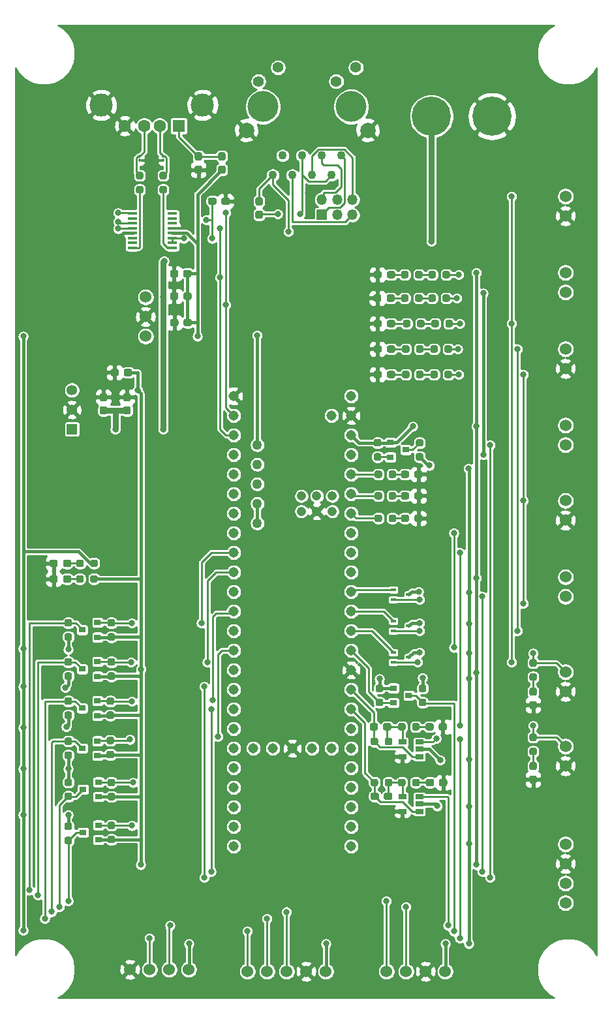
<source format=gbr>
%TF.GenerationSoftware,KiCad,Pcbnew,(5.1.10)-1*%
%TF.CreationDate,2022-03-12T01:19:32-06:00*%
%TF.ProjectId,SRA_Sensor_Board,5352415f-5365-46e7-936f-725f426f6172,rev?*%
%TF.SameCoordinates,Original*%
%TF.FileFunction,Copper,L1,Top*%
%TF.FilePolarity,Positive*%
%FSLAX46Y46*%
G04 Gerber Fmt 4.6, Leading zero omitted, Abs format (unit mm)*
G04 Created by KiCad (PCBNEW (5.1.10)-1) date 2022-03-12 01:19:32*
%MOMM*%
%LPD*%
G01*
G04 APERTURE LIST*
%TA.AperFunction,ComponentPad*%
%ADD10C,1.308000*%
%TD*%
%TA.AperFunction,ComponentPad*%
%ADD11C,1.208000*%
%TD*%
%TA.AperFunction,ComponentPad*%
%ADD12C,1.258000*%
%TD*%
%TA.AperFunction,ComponentPad*%
%ADD13R,1.358000X1.358000*%
%TD*%
%TA.AperFunction,ComponentPad*%
%ADD14C,1.358000*%
%TD*%
%TA.AperFunction,SMDPad,CuDef*%
%ADD15R,1.060000X0.650000*%
%TD*%
%TA.AperFunction,SMDPad,CuDef*%
%ADD16R,1.200000X0.400000*%
%TD*%
%TA.AperFunction,SMDPad,CuDef*%
%ADD17R,0.700000X0.450000*%
%TD*%
%TA.AperFunction,SMDPad,CuDef*%
%ADD18R,0.900000X0.800000*%
%TD*%
%TA.AperFunction,ComponentPad*%
%ADD19C,1.600000*%
%TD*%
%TA.AperFunction,ComponentPad*%
%ADD20R,1.600000X1.600000*%
%TD*%
%TA.AperFunction,ComponentPad*%
%ADD21C,3.000000*%
%TD*%
%TA.AperFunction,ComponentPad*%
%ADD22C,1.524000*%
%TD*%
%TA.AperFunction,ComponentPad*%
%ADD23C,5.080000*%
%TD*%
%TA.AperFunction,ComponentPad*%
%ADD24C,1.100000*%
%TD*%
%TA.AperFunction,ComponentPad*%
%ADD25C,4.000000*%
%TD*%
%TA.AperFunction,ComponentPad*%
%ADD26C,1.400000*%
%TD*%
%TA.AperFunction,ComponentPad*%
%ADD27C,2.000000*%
%TD*%
%TA.AperFunction,ComponentPad*%
%ADD28O,1.350000X1.350000*%
%TD*%
%TA.AperFunction,ComponentPad*%
%ADD29R,1.350000X1.350000*%
%TD*%
%TA.AperFunction,ViaPad*%
%ADD30C,0.800000*%
%TD*%
%TA.AperFunction,Conductor*%
%ADD31C,0.762000*%
%TD*%
%TA.AperFunction,Conductor*%
%ADD32C,0.254000*%
%TD*%
%TA.AperFunction,Conductor*%
%ADD33C,0.381000*%
%TD*%
%TA.AperFunction,Conductor*%
%ADD34C,0.100000*%
%TD*%
G04 APERTURE END LIST*
D10*
%TO.P,U3,GND1*%
%TO.N,GND*%
X76962000Y-89154000D03*
%TO.P,U3,VBAT*%
%TO.N,Net-(U3-PadVBAT)*%
X79502000Y-134874000D03*
%TO.P,U3,GND2*%
%TO.N,GND*%
X92202000Y-124714000D03*
D11*
%TO.P,U3,R-*%
%TO.N,N/C*%
X89752000Y-104124000D03*
%TO.P,U3,T+*%
%TO.N,Net-(U3-PadT+)*%
X85752000Y-104124000D03*
D10*
%TO.P,U3,ON/OFF*%
%TO.N,Net-(U3-PadON/OFF)*%
X89662000Y-134874000D03*
D11*
%TO.P,U3,R+*%
%TO.N,Net-(U3-PadR+)*%
X89752000Y-102124000D03*
D10*
%TO.P,U3,0*%
%TO.N,CH4_TX*%
X76962000Y-91694000D03*
%TO.P,U3,3.3V_3*%
%TO.N,+3V3*%
X82042000Y-134874000D03*
%TO.P,U3,VUSB*%
%TO.N,Net-(U3-PadVUSB)*%
X89662000Y-91694000D03*
%TO.P,U3,PROGRAM*%
%TO.N,Net-(U3-PadPROGRAM)*%
X87122000Y-134874000D03*
D11*
%TO.P,U3,GND5*%
%TO.N,GND*%
X87752000Y-104124000D03*
D10*
%TO.P,U3,GND4*%
X84582000Y-134874000D03*
%TO.P,U3,VIN*%
%TO.N,Net-(U3-PadVIN)*%
X92202000Y-89154000D03*
%TO.P,U3,9*%
%TO.N,Net-(U3-Pad9)*%
X76962000Y-114554000D03*
%TO.P,U3,31*%
%TO.N,Net-(U3-Pad31)*%
X76962000Y-145034000D03*
%TO.P,U3,39*%
%TO.N,Net-(U3-Pad39)*%
X92202000Y-132334000D03*
%TO.P,U3,3*%
%TO.N,Net-(U3-Pad3)*%
X76962000Y-99314000D03*
%TO.P,U3,21*%
%TO.N,Net-(R4-Pad2)*%
X92202000Y-101854000D03*
%TO.P,U3,3.3V_2*%
%TO.N,+3V3*%
X92202000Y-94234000D03*
D12*
%TO.P,U3,5V*%
%TO.N,+5V*%
X80012000Y-95504000D03*
D10*
%TO.P,U3,1*%
%TO.N,CH4_RX*%
X76962000Y-94234000D03*
D12*
%TO.P,U3,D-*%
%TO.N,N/C*%
X80012000Y-98044000D03*
D10*
%TO.P,U3,15*%
%TO.N,Laser2*%
X92202000Y-117094000D03*
%TO.P,U3,GND3*%
%TO.N,GND*%
X92202000Y-91694000D03*
%TO.P,U3,35*%
%TO.N,Net-(U3-Pad35)*%
X92202000Y-142494000D03*
D11*
%TO.P,U3,LED*%
%TO.N,Net-(U3-PadLED)*%
X87752000Y-102124000D03*
D10*
%TO.P,U3,41*%
%TO.N,NO_Ref*%
X92202000Y-127254000D03*
%TO.P,U3,11*%
%TO.N,Net-(U3-Pad11)*%
X76962000Y-119634000D03*
D12*
%TO.P,U3,D+*%
%TO.N,Net-(U3-PadD+)*%
X80012000Y-100584000D03*
D10*
%TO.P,U3,19*%
%TO.N,Lights*%
X92202000Y-106934000D03*
%TO.P,U3,20*%
%TO.N,Net-(R3-Pad2)*%
X92202000Y-104394000D03*
%TO.P,U3,28*%
%TO.N,TIVA_CO2_RX*%
X76962000Y-137414000D03*
%TO.P,U3,24*%
%TO.N,Photodiode2*%
X76962000Y-127254000D03*
%TO.P,U3,32*%
%TO.N,Net-(U3-Pad32)*%
X76962000Y-147574000D03*
%TO.P,U3,29*%
%TO.N,TIVA_CO2_TX*%
X76962000Y-139954000D03*
%TO.P,U3,38*%
%TO.N,Net-(U3-Pad38)*%
X92202000Y-134874000D03*
%TO.P,U3,18*%
%TO.N,UVLED*%
X92202000Y-109474000D03*
%TO.P,U3,8*%
%TO.N,TIVA_O2_TX*%
X76962000Y-112014000D03*
D11*
%TO.P,U3,T-*%
%TO.N,N/C*%
X85752000Y-102124000D03*
D10*
%TO.P,U3,36*%
%TO.N,Net-(U3-Pad36)*%
X92202000Y-139954000D03*
%TO.P,U3,40*%
%TO.N,NO_Gas*%
X92202000Y-129794000D03*
%TO.P,U3,4*%
%TO.N,Net-(U3-Pad4)*%
X76962000Y-101854000D03*
D12*
%TO.P,U3,USB_GND1*%
%TO.N,Net-(U3-PadUSB_GND1)*%
X80012000Y-103124000D03*
D10*
%TO.P,U3,6*%
%TO.N,Net-(U3-Pad6)*%
X76962000Y-106934000D03*
%TO.P,U3,10*%
%TO.N,NO2_CS_TIVA*%
X76962000Y-117094000D03*
%TO.P,U3,12*%
%TO.N,NO2_MISO_TIVA*%
X76962000Y-122174000D03*
%TO.P,U3,34*%
%TO.N,Net-(U3-Pad34)*%
X92202000Y-145034000D03*
%TO.P,U3,27*%
%TO.N,Net-(U3-Pad27)*%
X76962000Y-134874000D03*
%TO.P,U3,33*%
%TO.N,Net-(U3-Pad33)*%
X92202000Y-147574000D03*
D12*
%TO.P,U3,USB_GND2*%
%TO.N,Net-(U3-PadUSB_GND1)*%
X80012000Y-105664000D03*
D10*
%TO.P,U3,14*%
%TO.N,Laser3*%
X92202000Y-119634000D03*
%TO.P,U3,17*%
%TO.N,Net-(U3-Pad17)*%
X92202000Y-112014000D03*
%TO.P,U3,5*%
%TO.N,Net-(U3-Pad5)*%
X76962000Y-104394000D03*
%TO.P,U3,7*%
%TO.N,TIVA_O2_RX*%
X76962000Y-109474000D03*
%TO.P,U3,22*%
%TO.N,Net-(R5-Pad1)*%
X92202000Y-99314000D03*
%TO.P,U3,25*%
%TO.N,Photodiode1*%
X76962000Y-129794000D03*
%TO.P,U3,2*%
%TO.N,Net-(U3-Pad2)*%
X76962000Y-96774000D03*
%TO.P,U3,16*%
%TO.N,Laser1*%
X92202000Y-114554000D03*
%TO.P,U3,26*%
%TO.N,Net-(U3-Pad26)*%
X76962000Y-132334000D03*
%TO.P,U3,3.3V_1*%
%TO.N,+3V3*%
X76962000Y-124714000D03*
%TO.P,U3,13*%
%TO.N,NO2_SCK_TIVA*%
X92202000Y-122174000D03*
%TO.P,U3,30*%
%TO.N,Net-(U3-Pad30)*%
X76962000Y-142494000D03*
%TO.P,U3,37*%
%TO.N,Net-(U3-Pad37)*%
X92202000Y-137414000D03*
%TO.P,U3,23*%
%TO.N,Photodiode3*%
X92202000Y-96774000D03*
%TD*%
D13*
%TO.P,U2,1*%
%TO.N,+12V*%
X55979000Y-93472000D03*
D14*
%TO.P,U2,2*%
%TO.N,GND*%
X55979000Y-90932000D03*
%TO.P,U2,3*%
%TO.N,+3V3*%
X55979000Y-88392000D03*
%TD*%
%TO.P,C4,2*%
%TO.N,GND*%
%TA.AperFunction,SMDPad,CuDef*%
G36*
G01*
X62058500Y-85868500D02*
X62058500Y-86343500D01*
G75*
G02*
X61821000Y-86581000I-237500J0D01*
G01*
X61221000Y-86581000D01*
G75*
G02*
X60983500Y-86343500I0J237500D01*
G01*
X60983500Y-85868500D01*
G75*
G02*
X61221000Y-85631000I237500J0D01*
G01*
X61821000Y-85631000D01*
G75*
G02*
X62058500Y-85868500I0J-237500D01*
G01*
G37*
%TD.AperFunction*%
%TO.P,C4,1*%
%TO.N,+3V3*%
%TA.AperFunction,SMDPad,CuDef*%
G36*
G01*
X63783500Y-85868500D02*
X63783500Y-86343500D01*
G75*
G02*
X63546000Y-86581000I-237500J0D01*
G01*
X62946000Y-86581000D01*
G75*
G02*
X62708500Y-86343500I0J237500D01*
G01*
X62708500Y-85868500D01*
G75*
G02*
X62946000Y-85631000I237500J0D01*
G01*
X63546000Y-85631000D01*
G75*
G02*
X63783500Y-85868500I0J-237500D01*
G01*
G37*
%TD.AperFunction*%
%TD*%
D15*
%TO.P,U6,5*%
%TO.N,GND*%
X98849000Y-135951000D03*
%TO.P,U6,4*%
%TO.N,Net-(C14-Pad1)*%
X98849000Y-134051000D03*
%TO.P,U6,3*%
%TO.N,Net-(Conn2-Pad3)*%
X101049000Y-134051000D03*
%TO.P,U6,2*%
%TO.N,+5V*%
X101049000Y-135001000D03*
%TO.P,U6,1*%
%TO.N,NO_Ref*%
X101049000Y-135951000D03*
%TD*%
%TO.P,U5,5*%
%TO.N,GND*%
X98849000Y-143063000D03*
%TO.P,U5,4*%
%TO.N,Net-(C12-Pad1)*%
X98849000Y-141163000D03*
%TO.P,U5,3*%
%TO.N,Net-(Conn2-Pad2)*%
X101049000Y-141163000D03*
%TO.P,U5,2*%
%TO.N,+5V*%
X101049000Y-142113000D03*
%TO.P,U5,1*%
%TO.N,NO_Gas*%
X101049000Y-143063000D03*
%TD*%
D16*
%TO.P,U4,16*%
%TO.N,Net-(U4-Pad16)*%
X69021000Y-65468500D03*
%TO.P,U4,15*%
%TO.N,Net-(U4-Pad15)*%
X69021000Y-66103500D03*
%TO.P,U4,14*%
%TO.N,Net-(U4-Pad14)*%
X69021000Y-66738500D03*
%TO.P,U4,13*%
%TO.N,GND*%
X69021000Y-67373500D03*
%TO.P,U4,12*%
%TO.N,+5V*%
X69021000Y-68008500D03*
%TO.P,U4,11*%
%TO.N,Net-(C10-Pad1)*%
X69021000Y-68643500D03*
%TO.P,U4,10*%
X69021000Y-69278500D03*
%TO.P,U4,9*%
%TO.N,/Sheet615E4949/D2-*%
X69021000Y-69913500D03*
%TO.P,U4,8*%
%TO.N,/Sheet615E4949/D2+*%
X63821000Y-69913500D03*
%TO.P,U4,7*%
%TO.N,Net-(U4-Pad7)*%
X63821000Y-69278500D03*
%TO.P,U4,6*%
%TO.N,Net-(U4-Pad6)*%
X63821000Y-68643500D03*
%TO.P,U4,5*%
%TO.N,GND*%
X63821000Y-68008500D03*
%TO.P,U4,4*%
%TO.N,CH4_RX*%
X63821000Y-67373500D03*
%TO.P,U4,3*%
%TO.N,Net-(C10-Pad1)*%
X63821000Y-66738500D03*
%TO.P,U4,2*%
%TO.N,Net-(U4-Pad2)*%
X63821000Y-66103500D03*
%TO.P,U4,1*%
%TO.N,CH4_TX*%
X63821000Y-65468500D03*
%TD*%
%TO.P,R49,2*%
%TO.N,NO_Ref*%
%TA.AperFunction,SMDPad,CuDef*%
G36*
G01*
X95714000Y-133747500D02*
X95714000Y-134222500D01*
G75*
G02*
X95476500Y-134460000I-237500J0D01*
G01*
X94976500Y-134460000D01*
G75*
G02*
X94739000Y-134222500I0J237500D01*
G01*
X94739000Y-133747500D01*
G75*
G02*
X94976500Y-133510000I237500J0D01*
G01*
X95476500Y-133510000D01*
G75*
G02*
X95714000Y-133747500I0J-237500D01*
G01*
G37*
%TD.AperFunction*%
%TO.P,R49,1*%
%TO.N,Net-(C14-Pad1)*%
%TA.AperFunction,SMDPad,CuDef*%
G36*
G01*
X97539000Y-133747500D02*
X97539000Y-134222500D01*
G75*
G02*
X97301500Y-134460000I-237500J0D01*
G01*
X96801500Y-134460000D01*
G75*
G02*
X96564000Y-134222500I0J237500D01*
G01*
X96564000Y-133747500D01*
G75*
G02*
X96801500Y-133510000I237500J0D01*
G01*
X97301500Y-133510000D01*
G75*
G02*
X97539000Y-133747500I0J-237500D01*
G01*
G37*
%TD.AperFunction*%
%TD*%
%TO.P,R48,2*%
%TO.N,Net-(C13-Pad1)*%
%TA.AperFunction,SMDPad,CuDef*%
G36*
G01*
X100120000Y-132317500D02*
X100120000Y-131842500D01*
G75*
G02*
X100357500Y-131605000I237500J0D01*
G01*
X100857500Y-131605000D01*
G75*
G02*
X101095000Y-131842500I0J-237500D01*
G01*
X101095000Y-132317500D01*
G75*
G02*
X100857500Y-132555000I-237500J0D01*
G01*
X100357500Y-132555000D01*
G75*
G02*
X100120000Y-132317500I0J237500D01*
G01*
G37*
%TD.AperFunction*%
%TO.P,R48,1*%
%TO.N,Net-(C14-Pad1)*%
%TA.AperFunction,SMDPad,CuDef*%
G36*
G01*
X98295000Y-132317500D02*
X98295000Y-131842500D01*
G75*
G02*
X98532500Y-131605000I237500J0D01*
G01*
X99032500Y-131605000D01*
G75*
G02*
X99270000Y-131842500I0J-237500D01*
G01*
X99270000Y-132317500D01*
G75*
G02*
X99032500Y-132555000I-237500J0D01*
G01*
X98532500Y-132555000D01*
G75*
G02*
X98295000Y-132317500I0J237500D01*
G01*
G37*
%TD.AperFunction*%
%TD*%
%TO.P,R47,2*%
%TO.N,NO_Gas*%
%TA.AperFunction,SMDPad,CuDef*%
G36*
G01*
X95714000Y-139081500D02*
X95714000Y-139556500D01*
G75*
G02*
X95476500Y-139794000I-237500J0D01*
G01*
X94976500Y-139794000D01*
G75*
G02*
X94739000Y-139556500I0J237500D01*
G01*
X94739000Y-139081500D01*
G75*
G02*
X94976500Y-138844000I237500J0D01*
G01*
X95476500Y-138844000D01*
G75*
G02*
X95714000Y-139081500I0J-237500D01*
G01*
G37*
%TD.AperFunction*%
%TO.P,R47,1*%
%TO.N,Net-(C12-Pad1)*%
%TA.AperFunction,SMDPad,CuDef*%
G36*
G01*
X97539000Y-139081500D02*
X97539000Y-139556500D01*
G75*
G02*
X97301500Y-139794000I-237500J0D01*
G01*
X96801500Y-139794000D01*
G75*
G02*
X96564000Y-139556500I0J237500D01*
G01*
X96564000Y-139081500D01*
G75*
G02*
X96801500Y-138844000I237500J0D01*
G01*
X97301500Y-138844000D01*
G75*
G02*
X97539000Y-139081500I0J-237500D01*
G01*
G37*
%TD.AperFunction*%
%TD*%
%TO.P,R46,2*%
%TO.N,Net-(C11-Pad1)*%
%TA.AperFunction,SMDPad,CuDef*%
G36*
G01*
X100120000Y-139556500D02*
X100120000Y-139081500D01*
G75*
G02*
X100357500Y-138844000I237500J0D01*
G01*
X100857500Y-138844000D01*
G75*
G02*
X101095000Y-139081500I0J-237500D01*
G01*
X101095000Y-139556500D01*
G75*
G02*
X100857500Y-139794000I-237500J0D01*
G01*
X100357500Y-139794000D01*
G75*
G02*
X100120000Y-139556500I0J237500D01*
G01*
G37*
%TD.AperFunction*%
%TO.P,R46,1*%
%TO.N,Net-(C12-Pad1)*%
%TA.AperFunction,SMDPad,CuDef*%
G36*
G01*
X98295000Y-139556500D02*
X98295000Y-139081500D01*
G75*
G02*
X98532500Y-138844000I237500J0D01*
G01*
X99032500Y-138844000D01*
G75*
G02*
X99270000Y-139081500I0J-237500D01*
G01*
X99270000Y-139556500D01*
G75*
G02*
X99032500Y-139794000I-237500J0D01*
G01*
X98532500Y-139794000D01*
G75*
G02*
X98295000Y-139556500I0J237500D01*
G01*
G37*
%TD.AperFunction*%
%TD*%
%TO.P,R43,2*%
%TO.N,Net-(D19-Pad2)*%
%TA.AperFunction,SMDPad,CuDef*%
G36*
G01*
X115586500Y-125139000D02*
X116061500Y-125139000D01*
G75*
G02*
X116299000Y-125376500I0J-237500D01*
G01*
X116299000Y-125876500D01*
G75*
G02*
X116061500Y-126114000I-237500J0D01*
G01*
X115586500Y-126114000D01*
G75*
G02*
X115349000Y-125876500I0J237500D01*
G01*
X115349000Y-125376500D01*
G75*
G02*
X115586500Y-125139000I237500J0D01*
G01*
G37*
%TD.AperFunction*%
%TO.P,R43,1*%
%TO.N,Lights*%
%TA.AperFunction,SMDPad,CuDef*%
G36*
G01*
X115586500Y-123314000D02*
X116061500Y-123314000D01*
G75*
G02*
X116299000Y-123551500I0J-237500D01*
G01*
X116299000Y-124051500D01*
G75*
G02*
X116061500Y-124289000I-237500J0D01*
G01*
X115586500Y-124289000D01*
G75*
G02*
X115349000Y-124051500I0J237500D01*
G01*
X115349000Y-123551500D01*
G75*
G02*
X115586500Y-123314000I237500J0D01*
G01*
G37*
%TD.AperFunction*%
%TD*%
%TO.P,R42,2*%
%TO.N,Net-(D18-Pad2)*%
%TA.AperFunction,SMDPad,CuDef*%
G36*
G01*
X115586500Y-134791000D02*
X116061500Y-134791000D01*
G75*
G02*
X116299000Y-135028500I0J-237500D01*
G01*
X116299000Y-135528500D01*
G75*
G02*
X116061500Y-135766000I-237500J0D01*
G01*
X115586500Y-135766000D01*
G75*
G02*
X115349000Y-135528500I0J237500D01*
G01*
X115349000Y-135028500D01*
G75*
G02*
X115586500Y-134791000I237500J0D01*
G01*
G37*
%TD.AperFunction*%
%TO.P,R42,1*%
%TO.N,UVLED*%
%TA.AperFunction,SMDPad,CuDef*%
G36*
G01*
X115586500Y-132966000D02*
X116061500Y-132966000D01*
G75*
G02*
X116299000Y-133203500I0J-237500D01*
G01*
X116299000Y-133703500D01*
G75*
G02*
X116061500Y-133941000I-237500J0D01*
G01*
X115586500Y-133941000D01*
G75*
G02*
X115349000Y-133703500I0J237500D01*
G01*
X115349000Y-133203500D01*
G75*
G02*
X115586500Y-132966000I237500J0D01*
G01*
G37*
%TD.AperFunction*%
%TD*%
%TO.P,R41,2*%
%TO.N,Net-(D17-Pad2)*%
%TA.AperFunction,SMDPad,CuDef*%
G36*
G01*
X99778000Y-86122500D02*
X99778000Y-86597500D01*
G75*
G02*
X99540500Y-86835000I-237500J0D01*
G01*
X99040500Y-86835000D01*
G75*
G02*
X98803000Y-86597500I0J237500D01*
G01*
X98803000Y-86122500D01*
G75*
G02*
X99040500Y-85885000I237500J0D01*
G01*
X99540500Y-85885000D01*
G75*
G02*
X99778000Y-86122500I0J-237500D01*
G01*
G37*
%TD.AperFunction*%
%TO.P,R41,1*%
%TO.N,Net-(R38-Pad2)*%
%TA.AperFunction,SMDPad,CuDef*%
G36*
G01*
X101603000Y-86122500D02*
X101603000Y-86597500D01*
G75*
G02*
X101365500Y-86835000I-237500J0D01*
G01*
X100865500Y-86835000D01*
G75*
G02*
X100628000Y-86597500I0J237500D01*
G01*
X100628000Y-86122500D01*
G75*
G02*
X100865500Y-85885000I237500J0D01*
G01*
X101365500Y-85885000D01*
G75*
G02*
X101603000Y-86122500I0J-237500D01*
G01*
G37*
%TD.AperFunction*%
%TD*%
%TO.P,R40,1*%
%TO.N,Net-(R31-Pad2)*%
%TA.AperFunction,SMDPad,CuDef*%
G36*
G01*
X101603000Y-82820500D02*
X101603000Y-83295500D01*
G75*
G02*
X101365500Y-83533000I-237500J0D01*
G01*
X100865500Y-83533000D01*
G75*
G02*
X100628000Y-83295500I0J237500D01*
G01*
X100628000Y-82820500D01*
G75*
G02*
X100865500Y-82583000I237500J0D01*
G01*
X101365500Y-82583000D01*
G75*
G02*
X101603000Y-82820500I0J-237500D01*
G01*
G37*
%TD.AperFunction*%
%TO.P,R40,2*%
%TO.N,Net-(D16-Pad2)*%
%TA.AperFunction,SMDPad,CuDef*%
G36*
G01*
X99778000Y-82820500D02*
X99778000Y-83295500D01*
G75*
G02*
X99540500Y-83533000I-237500J0D01*
G01*
X99040500Y-83533000D01*
G75*
G02*
X98803000Y-83295500I0J237500D01*
G01*
X98803000Y-82820500D01*
G75*
G02*
X99040500Y-82583000I237500J0D01*
G01*
X99540500Y-82583000D01*
G75*
G02*
X99778000Y-82820500I0J-237500D01*
G01*
G37*
%TD.AperFunction*%
%TD*%
%TO.P,R39,2*%
%TO.N,Net-(D9-Pad2)*%
%TA.AperFunction,SMDPad,CuDef*%
G36*
G01*
X99905000Y-79518500D02*
X99905000Y-79993500D01*
G75*
G02*
X99667500Y-80231000I-237500J0D01*
G01*
X99167500Y-80231000D01*
G75*
G02*
X98930000Y-79993500I0J237500D01*
G01*
X98930000Y-79518500D01*
G75*
G02*
X99167500Y-79281000I237500J0D01*
G01*
X99667500Y-79281000D01*
G75*
G02*
X99905000Y-79518500I0J-237500D01*
G01*
G37*
%TD.AperFunction*%
%TO.P,R39,1*%
%TO.N,Net-(R17-Pad2)*%
%TA.AperFunction,SMDPad,CuDef*%
G36*
G01*
X101730000Y-79518500D02*
X101730000Y-79993500D01*
G75*
G02*
X101492500Y-80231000I-237500J0D01*
G01*
X100992500Y-80231000D01*
G75*
G02*
X100755000Y-79993500I0J237500D01*
G01*
X100755000Y-79518500D01*
G75*
G02*
X100992500Y-79281000I237500J0D01*
G01*
X101492500Y-79281000D01*
G75*
G02*
X101730000Y-79518500I0J-237500D01*
G01*
G37*
%TD.AperFunction*%
%TD*%
%TO.P,R38,2*%
%TO.N,Net-(R38-Pad2)*%
%TA.AperFunction,SMDPad,CuDef*%
G36*
G01*
X103461000Y-86122500D02*
X103461000Y-86597500D01*
G75*
G02*
X103223500Y-86835000I-237500J0D01*
G01*
X102723500Y-86835000D01*
G75*
G02*
X102486000Y-86597500I0J237500D01*
G01*
X102486000Y-86122500D01*
G75*
G02*
X102723500Y-85885000I237500J0D01*
G01*
X103223500Y-85885000D01*
G75*
G02*
X103461000Y-86122500I0J-237500D01*
G01*
G37*
%TD.AperFunction*%
%TO.P,R38,1*%
%TO.N,Net-(Conn11-Pad1)*%
%TA.AperFunction,SMDPad,CuDef*%
G36*
G01*
X105286000Y-86122500D02*
X105286000Y-86597500D01*
G75*
G02*
X105048500Y-86835000I-237500J0D01*
G01*
X104548500Y-86835000D01*
G75*
G02*
X104311000Y-86597500I0J237500D01*
G01*
X104311000Y-86122500D01*
G75*
G02*
X104548500Y-85885000I237500J0D01*
G01*
X105048500Y-85885000D01*
G75*
G02*
X105286000Y-86122500I0J-237500D01*
G01*
G37*
%TD.AperFunction*%
%TD*%
%TO.P,R37,2*%
%TO.N,Net-(R28-Pad1)*%
%TA.AperFunction,SMDPad,CuDef*%
G36*
G01*
X100501000Y-73643500D02*
X100501000Y-73168500D01*
G75*
G02*
X100738500Y-72931000I237500J0D01*
G01*
X101238500Y-72931000D01*
G75*
G02*
X101476000Y-73168500I0J-237500D01*
G01*
X101476000Y-73643500D01*
G75*
G02*
X101238500Y-73881000I-237500J0D01*
G01*
X100738500Y-73881000D01*
G75*
G02*
X100501000Y-73643500I0J237500D01*
G01*
G37*
%TD.AperFunction*%
%TO.P,R37,1*%
%TO.N,Net-(D14-Pad2)*%
%TA.AperFunction,SMDPad,CuDef*%
G36*
G01*
X98676000Y-73643500D02*
X98676000Y-73168500D01*
G75*
G02*
X98913500Y-72931000I237500J0D01*
G01*
X99413500Y-72931000D01*
G75*
G02*
X99651000Y-73168500I0J-237500D01*
G01*
X99651000Y-73643500D01*
G75*
G02*
X99413500Y-73881000I-237500J0D01*
G01*
X98913500Y-73881000D01*
G75*
G02*
X98676000Y-73643500I0J237500D01*
G01*
G37*
%TD.AperFunction*%
%TD*%
%TO.P,R36,2*%
%TO.N,Net-(R29-Pad1)*%
%TA.AperFunction,SMDPad,CuDef*%
G36*
G01*
X100501000Y-76691500D02*
X100501000Y-76216500D01*
G75*
G02*
X100738500Y-75979000I237500J0D01*
G01*
X101238500Y-75979000D01*
G75*
G02*
X101476000Y-76216500I0J-237500D01*
G01*
X101476000Y-76691500D01*
G75*
G02*
X101238500Y-76929000I-237500J0D01*
G01*
X100738500Y-76929000D01*
G75*
G02*
X100501000Y-76691500I0J237500D01*
G01*
G37*
%TD.AperFunction*%
%TO.P,R36,1*%
%TO.N,Net-(D15-Pad2)*%
%TA.AperFunction,SMDPad,CuDef*%
G36*
G01*
X98676000Y-76691500D02*
X98676000Y-76216500D01*
G75*
G02*
X98913500Y-75979000I237500J0D01*
G01*
X99413500Y-75979000D01*
G75*
G02*
X99651000Y-76216500I0J-237500D01*
G01*
X99651000Y-76691500D01*
G75*
G02*
X99413500Y-76929000I-237500J0D01*
G01*
X98913500Y-76929000D01*
G75*
G02*
X98676000Y-76691500I0J237500D01*
G01*
G37*
%TD.AperFunction*%
%TD*%
%TO.P,R31,2*%
%TO.N,Net-(R31-Pad2)*%
%TA.AperFunction,SMDPad,CuDef*%
G36*
G01*
X103461000Y-82820500D02*
X103461000Y-83295500D01*
G75*
G02*
X103223500Y-83533000I-237500J0D01*
G01*
X102723500Y-83533000D01*
G75*
G02*
X102486000Y-83295500I0J237500D01*
G01*
X102486000Y-82820500D01*
G75*
G02*
X102723500Y-82583000I237500J0D01*
G01*
X103223500Y-82583000D01*
G75*
G02*
X103461000Y-82820500I0J-237500D01*
G01*
G37*
%TD.AperFunction*%
%TO.P,R31,1*%
%TO.N,Net-(Conn7-Pad1)*%
%TA.AperFunction,SMDPad,CuDef*%
G36*
G01*
X105286000Y-82820500D02*
X105286000Y-83295500D01*
G75*
G02*
X105048500Y-83533000I-237500J0D01*
G01*
X104548500Y-83533000D01*
G75*
G02*
X104311000Y-83295500I0J237500D01*
G01*
X104311000Y-82820500D01*
G75*
G02*
X104548500Y-82583000I237500J0D01*
G01*
X105048500Y-82583000D01*
G75*
G02*
X105286000Y-82820500I0J-237500D01*
G01*
G37*
%TD.AperFunction*%
%TD*%
%TO.P,R29,2*%
%TO.N,CH4_TX*%
%TA.AperFunction,SMDPad,CuDef*%
G36*
G01*
X104057000Y-76691500D02*
X104057000Y-76216500D01*
G75*
G02*
X104294500Y-75979000I237500J0D01*
G01*
X104794500Y-75979000D01*
G75*
G02*
X105032000Y-76216500I0J-237500D01*
G01*
X105032000Y-76691500D01*
G75*
G02*
X104794500Y-76929000I-237500J0D01*
G01*
X104294500Y-76929000D01*
G75*
G02*
X104057000Y-76691500I0J237500D01*
G01*
G37*
%TD.AperFunction*%
%TO.P,R29,1*%
%TO.N,Net-(R29-Pad1)*%
%TA.AperFunction,SMDPad,CuDef*%
G36*
G01*
X102232000Y-76691500D02*
X102232000Y-76216500D01*
G75*
G02*
X102469500Y-75979000I237500J0D01*
G01*
X102969500Y-75979000D01*
G75*
G02*
X103207000Y-76216500I0J-237500D01*
G01*
X103207000Y-76691500D01*
G75*
G02*
X102969500Y-76929000I-237500J0D01*
G01*
X102469500Y-76929000D01*
G75*
G02*
X102232000Y-76691500I0J237500D01*
G01*
G37*
%TD.AperFunction*%
%TD*%
%TO.P,R28,2*%
%TO.N,CH4_RX*%
%TA.AperFunction,SMDPad,CuDef*%
G36*
G01*
X104057000Y-73643500D02*
X104057000Y-73168500D01*
G75*
G02*
X104294500Y-72931000I237500J0D01*
G01*
X104794500Y-72931000D01*
G75*
G02*
X105032000Y-73168500I0J-237500D01*
G01*
X105032000Y-73643500D01*
G75*
G02*
X104794500Y-73881000I-237500J0D01*
G01*
X104294500Y-73881000D01*
G75*
G02*
X104057000Y-73643500I0J237500D01*
G01*
G37*
%TD.AperFunction*%
%TO.P,R28,1*%
%TO.N,Net-(R28-Pad1)*%
%TA.AperFunction,SMDPad,CuDef*%
G36*
G01*
X102232000Y-73643500D02*
X102232000Y-73168500D01*
G75*
G02*
X102469500Y-72931000I237500J0D01*
G01*
X102969500Y-72931000D01*
G75*
G02*
X103207000Y-73168500I0J-237500D01*
G01*
X103207000Y-73643500D01*
G75*
G02*
X102969500Y-73881000I-237500J0D01*
G01*
X102469500Y-73881000D01*
G75*
G02*
X102232000Y-73643500I0J237500D01*
G01*
G37*
%TD.AperFunction*%
%TD*%
%TO.P,R27,2*%
%TO.N,CO2_TX*%
%TA.AperFunction,SMDPad,CuDef*%
G36*
G01*
X55261500Y-140633000D02*
X55736500Y-140633000D01*
G75*
G02*
X55974000Y-140870500I0J-237500D01*
G01*
X55974000Y-141370500D01*
G75*
G02*
X55736500Y-141608000I-237500J0D01*
G01*
X55261500Y-141608000D01*
G75*
G02*
X55024000Y-141370500I0J237500D01*
G01*
X55024000Y-140870500D01*
G75*
G02*
X55261500Y-140633000I237500J0D01*
G01*
G37*
%TD.AperFunction*%
%TO.P,R27,1*%
%TO.N,+5V*%
%TA.AperFunction,SMDPad,CuDef*%
G36*
G01*
X55261500Y-138808000D02*
X55736500Y-138808000D01*
G75*
G02*
X55974000Y-139045500I0J-237500D01*
G01*
X55974000Y-139545500D01*
G75*
G02*
X55736500Y-139783000I-237500J0D01*
G01*
X55261500Y-139783000D01*
G75*
G02*
X55024000Y-139545500I0J237500D01*
G01*
X55024000Y-139045500D01*
G75*
G02*
X55261500Y-138808000I237500J0D01*
G01*
G37*
%TD.AperFunction*%
%TD*%
%TO.P,R26,2*%
%TO.N,NH3_A*%
%TA.AperFunction,SMDPad,CuDef*%
G36*
G01*
X101329500Y-95714000D02*
X100854500Y-95714000D01*
G75*
G02*
X100617000Y-95476500I0J237500D01*
G01*
X100617000Y-94976500D01*
G75*
G02*
X100854500Y-94739000I237500J0D01*
G01*
X101329500Y-94739000D01*
G75*
G02*
X101567000Y-94976500I0J-237500D01*
G01*
X101567000Y-95476500D01*
G75*
G02*
X101329500Y-95714000I-237500J0D01*
G01*
G37*
%TD.AperFunction*%
%TO.P,R26,1*%
%TO.N,+5V*%
%TA.AperFunction,SMDPad,CuDef*%
G36*
G01*
X101329500Y-97539000D02*
X100854500Y-97539000D01*
G75*
G02*
X100617000Y-97301500I0J237500D01*
G01*
X100617000Y-96801500D01*
G75*
G02*
X100854500Y-96564000I237500J0D01*
G01*
X101329500Y-96564000D01*
G75*
G02*
X101567000Y-96801500I0J-237500D01*
G01*
X101567000Y-97301500D01*
G75*
G02*
X101329500Y-97539000I-237500J0D01*
G01*
G37*
%TD.AperFunction*%
%TD*%
%TO.P,R25,1*%
%TO.N,+5V*%
%TA.AperFunction,SMDPad,CuDef*%
G36*
G01*
X55736500Y-120907000D02*
X55261500Y-120907000D01*
G75*
G02*
X55024000Y-120669500I0J237500D01*
G01*
X55024000Y-120169500D01*
G75*
G02*
X55261500Y-119932000I237500J0D01*
G01*
X55736500Y-119932000D01*
G75*
G02*
X55974000Y-120169500I0J-237500D01*
G01*
X55974000Y-120669500D01*
G75*
G02*
X55736500Y-120907000I-237500J0D01*
G01*
G37*
%TD.AperFunction*%
%TO.P,R25,2*%
%TO.N,O2_TX*%
%TA.AperFunction,SMDPad,CuDef*%
G36*
G01*
X55736500Y-119082000D02*
X55261500Y-119082000D01*
G75*
G02*
X55024000Y-118844500I0J237500D01*
G01*
X55024000Y-118344500D01*
G75*
G02*
X55261500Y-118107000I237500J0D01*
G01*
X55736500Y-118107000D01*
G75*
G02*
X55974000Y-118344500I0J-237500D01*
G01*
X55974000Y-118844500D01*
G75*
G02*
X55736500Y-119082000I-237500J0D01*
G01*
G37*
%TD.AperFunction*%
%TD*%
%TO.P,R24,2*%
%TO.N,TIVA_CO2_RX*%
%TA.AperFunction,SMDPad,CuDef*%
G36*
G01*
X61324500Y-139806500D02*
X60849500Y-139806500D01*
G75*
G02*
X60612000Y-139569000I0J237500D01*
G01*
X60612000Y-139069000D01*
G75*
G02*
X60849500Y-138831500I237500J0D01*
G01*
X61324500Y-138831500D01*
G75*
G02*
X61562000Y-139069000I0J-237500D01*
G01*
X61562000Y-139569000D01*
G75*
G02*
X61324500Y-139806500I-237500J0D01*
G01*
G37*
%TD.AperFunction*%
%TO.P,R24,1*%
%TO.N,+3V3*%
%TA.AperFunction,SMDPad,CuDef*%
G36*
G01*
X61324500Y-141631500D02*
X60849500Y-141631500D01*
G75*
G02*
X60612000Y-141394000I0J237500D01*
G01*
X60612000Y-140894000D01*
G75*
G02*
X60849500Y-140656500I237500J0D01*
G01*
X61324500Y-140656500D01*
G75*
G02*
X61562000Y-140894000I0J-237500D01*
G01*
X61562000Y-141394000D01*
G75*
G02*
X61324500Y-141631500I-237500J0D01*
G01*
G37*
%TD.AperFunction*%
%TD*%
%TO.P,R23,2*%
%TO.N,TIVA_NH3_A*%
%TA.AperFunction,SMDPad,CuDef*%
G36*
G01*
X95393500Y-96564000D02*
X95868500Y-96564000D01*
G75*
G02*
X96106000Y-96801500I0J-237500D01*
G01*
X96106000Y-97301500D01*
G75*
G02*
X95868500Y-97539000I-237500J0D01*
G01*
X95393500Y-97539000D01*
G75*
G02*
X95156000Y-97301500I0J237500D01*
G01*
X95156000Y-96801500D01*
G75*
G02*
X95393500Y-96564000I237500J0D01*
G01*
G37*
%TD.AperFunction*%
%TO.P,R23,1*%
%TO.N,+3V3*%
%TA.AperFunction,SMDPad,CuDef*%
G36*
G01*
X95393500Y-94739000D02*
X95868500Y-94739000D01*
G75*
G02*
X96106000Y-94976500I0J-237500D01*
G01*
X96106000Y-95476500D01*
G75*
G02*
X95868500Y-95714000I-237500J0D01*
G01*
X95393500Y-95714000D01*
G75*
G02*
X95156000Y-95476500I0J237500D01*
G01*
X95156000Y-94976500D01*
G75*
G02*
X95393500Y-94739000I237500J0D01*
G01*
G37*
%TD.AperFunction*%
%TD*%
%TO.P,R22,1*%
%TO.N,+3V3*%
%TA.AperFunction,SMDPad,CuDef*%
G36*
G01*
X61324500Y-120907000D02*
X60849500Y-120907000D01*
G75*
G02*
X60612000Y-120669500I0J237500D01*
G01*
X60612000Y-120169500D01*
G75*
G02*
X60849500Y-119932000I237500J0D01*
G01*
X61324500Y-119932000D01*
G75*
G02*
X61562000Y-120169500I0J-237500D01*
G01*
X61562000Y-120669500D01*
G75*
G02*
X61324500Y-120907000I-237500J0D01*
G01*
G37*
%TD.AperFunction*%
%TO.P,R22,2*%
%TO.N,TIVA_O2_RX*%
%TA.AperFunction,SMDPad,CuDef*%
G36*
G01*
X61324500Y-119082000D02*
X60849500Y-119082000D01*
G75*
G02*
X60612000Y-118844500I0J237500D01*
G01*
X60612000Y-118344500D01*
G75*
G02*
X60849500Y-118107000I237500J0D01*
G01*
X61324500Y-118107000D01*
G75*
G02*
X61562000Y-118344500I0J-237500D01*
G01*
X61562000Y-118844500D01*
G75*
G02*
X61324500Y-119082000I-237500J0D01*
G01*
G37*
%TD.AperFunction*%
%TD*%
%TO.P,R21,2*%
%TO.N,/Sheet615E4949/D1+*%
%TA.AperFunction,SMDPad,CuDef*%
G36*
G01*
X65007500Y-61043000D02*
X64532500Y-61043000D01*
G75*
G02*
X64295000Y-60805500I0J237500D01*
G01*
X64295000Y-60305500D01*
G75*
G02*
X64532500Y-60068000I237500J0D01*
G01*
X65007500Y-60068000D01*
G75*
G02*
X65245000Y-60305500I0J-237500D01*
G01*
X65245000Y-60805500D01*
G75*
G02*
X65007500Y-61043000I-237500J0D01*
G01*
G37*
%TD.AperFunction*%
%TO.P,R21,1*%
%TO.N,/Sheet615E4949/D2+*%
%TA.AperFunction,SMDPad,CuDef*%
G36*
G01*
X65007500Y-62868000D02*
X64532500Y-62868000D01*
G75*
G02*
X64295000Y-62630500I0J237500D01*
G01*
X64295000Y-62130500D01*
G75*
G02*
X64532500Y-61893000I237500J0D01*
G01*
X65007500Y-61893000D01*
G75*
G02*
X65245000Y-62130500I0J-237500D01*
G01*
X65245000Y-62630500D01*
G75*
G02*
X65007500Y-62868000I-237500J0D01*
G01*
G37*
%TD.AperFunction*%
%TD*%
%TO.P,R20,2*%
%TO.N,/Sheet615E4949/D1-*%
%TA.AperFunction,SMDPad,CuDef*%
G36*
G01*
X68055500Y-61043000D02*
X67580500Y-61043000D01*
G75*
G02*
X67343000Y-60805500I0J237500D01*
G01*
X67343000Y-60305500D01*
G75*
G02*
X67580500Y-60068000I237500J0D01*
G01*
X68055500Y-60068000D01*
G75*
G02*
X68293000Y-60305500I0J-237500D01*
G01*
X68293000Y-60805500D01*
G75*
G02*
X68055500Y-61043000I-237500J0D01*
G01*
G37*
%TD.AperFunction*%
%TO.P,R20,1*%
%TO.N,/Sheet615E4949/D2-*%
%TA.AperFunction,SMDPad,CuDef*%
G36*
G01*
X68055500Y-62868000D02*
X67580500Y-62868000D01*
G75*
G02*
X67343000Y-62630500I0J237500D01*
G01*
X67343000Y-62130500D01*
G75*
G02*
X67580500Y-61893000I237500J0D01*
G01*
X68055500Y-61893000D01*
G75*
G02*
X68293000Y-62130500I0J-237500D01*
G01*
X68293000Y-62630500D01*
G75*
G02*
X68055500Y-62868000I-237500J0D01*
G01*
G37*
%TD.AperFunction*%
%TD*%
%TO.P,R19,2*%
%TO.N,CO2_RX*%
%TA.AperFunction,SMDPad,CuDef*%
G36*
G01*
X55261500Y-146348000D02*
X55736500Y-146348000D01*
G75*
G02*
X55974000Y-146585500I0J-237500D01*
G01*
X55974000Y-147085500D01*
G75*
G02*
X55736500Y-147323000I-237500J0D01*
G01*
X55261500Y-147323000D01*
G75*
G02*
X55024000Y-147085500I0J237500D01*
G01*
X55024000Y-146585500D01*
G75*
G02*
X55261500Y-146348000I237500J0D01*
G01*
G37*
%TD.AperFunction*%
%TO.P,R19,1*%
%TO.N,+5V*%
%TA.AperFunction,SMDPad,CuDef*%
G36*
G01*
X55261500Y-144523000D02*
X55736500Y-144523000D01*
G75*
G02*
X55974000Y-144760500I0J-237500D01*
G01*
X55974000Y-145260500D01*
G75*
G02*
X55736500Y-145498000I-237500J0D01*
G01*
X55261500Y-145498000D01*
G75*
G02*
X55024000Y-145260500I0J237500D01*
G01*
X55024000Y-144760500D01*
G75*
G02*
X55261500Y-144523000I237500J0D01*
G01*
G37*
%TD.AperFunction*%
%TD*%
%TO.P,R18,1*%
%TO.N,+5V*%
%TA.AperFunction,SMDPad,CuDef*%
G36*
G01*
X55736500Y-125987000D02*
X55261500Y-125987000D01*
G75*
G02*
X55024000Y-125749500I0J237500D01*
G01*
X55024000Y-125249500D01*
G75*
G02*
X55261500Y-125012000I237500J0D01*
G01*
X55736500Y-125012000D01*
G75*
G02*
X55974000Y-125249500I0J-237500D01*
G01*
X55974000Y-125749500D01*
G75*
G02*
X55736500Y-125987000I-237500J0D01*
G01*
G37*
%TD.AperFunction*%
%TO.P,R18,2*%
%TO.N,O2_RX*%
%TA.AperFunction,SMDPad,CuDef*%
G36*
G01*
X55736500Y-124162000D02*
X55261500Y-124162000D01*
G75*
G02*
X55024000Y-123924500I0J237500D01*
G01*
X55024000Y-123424500D01*
G75*
G02*
X55261500Y-123187000I237500J0D01*
G01*
X55736500Y-123187000D01*
G75*
G02*
X55974000Y-123424500I0J-237500D01*
G01*
X55974000Y-123924500D01*
G75*
G02*
X55736500Y-124162000I-237500J0D01*
G01*
G37*
%TD.AperFunction*%
%TD*%
%TO.P,R17,2*%
%TO.N,Net-(R17-Pad2)*%
%TA.AperFunction,SMDPad,CuDef*%
G36*
G01*
X103588000Y-79518500D02*
X103588000Y-79993500D01*
G75*
G02*
X103350500Y-80231000I-237500J0D01*
G01*
X102850500Y-80231000D01*
G75*
G02*
X102613000Y-79993500I0J237500D01*
G01*
X102613000Y-79518500D01*
G75*
G02*
X102850500Y-79281000I237500J0D01*
G01*
X103350500Y-79281000D01*
G75*
G02*
X103588000Y-79518500I0J-237500D01*
G01*
G37*
%TD.AperFunction*%
%TO.P,R17,1*%
%TO.N,Net-(Conn9-Pad1)*%
%TA.AperFunction,SMDPad,CuDef*%
G36*
G01*
X105413000Y-79518500D02*
X105413000Y-79993500D01*
G75*
G02*
X105175500Y-80231000I-237500J0D01*
G01*
X104675500Y-80231000D01*
G75*
G02*
X104438000Y-79993500I0J237500D01*
G01*
X104438000Y-79518500D01*
G75*
G02*
X104675500Y-79281000I237500J0D01*
G01*
X105175500Y-79281000D01*
G75*
G02*
X105413000Y-79518500I0J-237500D01*
G01*
G37*
%TD.AperFunction*%
%TD*%
%TO.P,R16,2*%
%TO.N,TIVA_CO2_TX*%
%TA.AperFunction,SMDPad,CuDef*%
G36*
G01*
X61324500Y-145371000D02*
X60849500Y-145371000D01*
G75*
G02*
X60612000Y-145133500I0J237500D01*
G01*
X60612000Y-144633500D01*
G75*
G02*
X60849500Y-144396000I237500J0D01*
G01*
X61324500Y-144396000D01*
G75*
G02*
X61562000Y-144633500I0J-237500D01*
G01*
X61562000Y-145133500D01*
G75*
G02*
X61324500Y-145371000I-237500J0D01*
G01*
G37*
%TD.AperFunction*%
%TO.P,R16,1*%
%TO.N,+3V3*%
%TA.AperFunction,SMDPad,CuDef*%
G36*
G01*
X61324500Y-147196000D02*
X60849500Y-147196000D01*
G75*
G02*
X60612000Y-146958500I0J237500D01*
G01*
X60612000Y-146458500D01*
G75*
G02*
X60849500Y-146221000I237500J0D01*
G01*
X61324500Y-146221000D01*
G75*
G02*
X61562000Y-146458500I0J-237500D01*
G01*
X61562000Y-146958500D01*
G75*
G02*
X61324500Y-147196000I-237500J0D01*
G01*
G37*
%TD.AperFunction*%
%TD*%
%TO.P,R15,1*%
%TO.N,+3V3*%
%TA.AperFunction,SMDPad,CuDef*%
G36*
G01*
X61324500Y-125987000D02*
X60849500Y-125987000D01*
G75*
G02*
X60612000Y-125749500I0J237500D01*
G01*
X60612000Y-125249500D01*
G75*
G02*
X60849500Y-125012000I237500J0D01*
G01*
X61324500Y-125012000D01*
G75*
G02*
X61562000Y-125249500I0J-237500D01*
G01*
X61562000Y-125749500D01*
G75*
G02*
X61324500Y-125987000I-237500J0D01*
G01*
G37*
%TD.AperFunction*%
%TO.P,R15,2*%
%TO.N,TIVA_O2_TX*%
%TA.AperFunction,SMDPad,CuDef*%
G36*
G01*
X61324500Y-124162000D02*
X60849500Y-124162000D01*
G75*
G02*
X60612000Y-123924500I0J237500D01*
G01*
X60612000Y-123424500D01*
G75*
G02*
X60849500Y-123187000I237500J0D01*
G01*
X61324500Y-123187000D01*
G75*
G02*
X61562000Y-123424500I0J-237500D01*
G01*
X61562000Y-123924500D01*
G75*
G02*
X61324500Y-124162000I-237500J0D01*
G01*
G37*
%TD.AperFunction*%
%TD*%
%TO.P,R5,2*%
%TO.N,Net-(D5-Pad2)*%
%TA.AperFunction,SMDPad,CuDef*%
G36*
G01*
X97072000Y-99551500D02*
X97072000Y-99076500D01*
G75*
G02*
X97309500Y-98839000I237500J0D01*
G01*
X97809500Y-98839000D01*
G75*
G02*
X98047000Y-99076500I0J-237500D01*
G01*
X98047000Y-99551500D01*
G75*
G02*
X97809500Y-99789000I-237500J0D01*
G01*
X97309500Y-99789000D01*
G75*
G02*
X97072000Y-99551500I0J237500D01*
G01*
G37*
%TD.AperFunction*%
%TO.P,R5,1*%
%TO.N,Net-(R5-Pad1)*%
%TA.AperFunction,SMDPad,CuDef*%
G36*
G01*
X95247000Y-99551500D02*
X95247000Y-99076500D01*
G75*
G02*
X95484500Y-98839000I237500J0D01*
G01*
X95984500Y-98839000D01*
G75*
G02*
X96222000Y-99076500I0J-237500D01*
G01*
X96222000Y-99551500D01*
G75*
G02*
X95984500Y-99789000I-237500J0D01*
G01*
X95484500Y-99789000D01*
G75*
G02*
X95247000Y-99551500I0J237500D01*
G01*
G37*
%TD.AperFunction*%
%TD*%
%TO.P,R4,2*%
%TO.N,Net-(R4-Pad2)*%
%TA.AperFunction,SMDPad,CuDef*%
G36*
G01*
X96222000Y-101870500D02*
X96222000Y-102345500D01*
G75*
G02*
X95984500Y-102583000I-237500J0D01*
G01*
X95484500Y-102583000D01*
G75*
G02*
X95247000Y-102345500I0J237500D01*
G01*
X95247000Y-101870500D01*
G75*
G02*
X95484500Y-101633000I237500J0D01*
G01*
X95984500Y-101633000D01*
G75*
G02*
X96222000Y-101870500I0J-237500D01*
G01*
G37*
%TD.AperFunction*%
%TO.P,R4,1*%
%TO.N,Net-(D4-Pad2)*%
%TA.AperFunction,SMDPad,CuDef*%
G36*
G01*
X98047000Y-101870500D02*
X98047000Y-102345500D01*
G75*
G02*
X97809500Y-102583000I-237500J0D01*
G01*
X97309500Y-102583000D01*
G75*
G02*
X97072000Y-102345500I0J237500D01*
G01*
X97072000Y-101870500D01*
G75*
G02*
X97309500Y-101633000I237500J0D01*
G01*
X97809500Y-101633000D01*
G75*
G02*
X98047000Y-101870500I0J-237500D01*
G01*
G37*
%TD.AperFunction*%
%TD*%
%TO.P,R3,2*%
%TO.N,Net-(R3-Pad2)*%
%TA.AperFunction,SMDPad,CuDef*%
G36*
G01*
X96222000Y-104791500D02*
X96222000Y-105266500D01*
G75*
G02*
X95984500Y-105504000I-237500J0D01*
G01*
X95484500Y-105504000D01*
G75*
G02*
X95247000Y-105266500I0J237500D01*
G01*
X95247000Y-104791500D01*
G75*
G02*
X95484500Y-104554000I237500J0D01*
G01*
X95984500Y-104554000D01*
G75*
G02*
X96222000Y-104791500I0J-237500D01*
G01*
G37*
%TD.AperFunction*%
%TO.P,R3,1*%
%TO.N,Net-(D3-Pad2)*%
%TA.AperFunction,SMDPad,CuDef*%
G36*
G01*
X98047000Y-104791500D02*
X98047000Y-105266500D01*
G75*
G02*
X97809500Y-105504000I-237500J0D01*
G01*
X97309500Y-105504000D01*
G75*
G02*
X97072000Y-105266500I0J237500D01*
G01*
X97072000Y-104791500D01*
G75*
G02*
X97309500Y-104554000I237500J0D01*
G01*
X97809500Y-104554000D01*
G75*
G02*
X98047000Y-104791500I0J-237500D01*
G01*
G37*
%TD.AperFunction*%
%TD*%
%TO.P,R2,2*%
%TO.N,+3V3*%
%TA.AperFunction,SMDPad,CuDef*%
G36*
G01*
X58337000Y-113140500D02*
X58337000Y-112665500D01*
G75*
G02*
X58574500Y-112428000I237500J0D01*
G01*
X59074500Y-112428000D01*
G75*
G02*
X59312000Y-112665500I0J-237500D01*
G01*
X59312000Y-113140500D01*
G75*
G02*
X59074500Y-113378000I-237500J0D01*
G01*
X58574500Y-113378000D01*
G75*
G02*
X58337000Y-113140500I0J237500D01*
G01*
G37*
%TD.AperFunction*%
%TO.P,R2,1*%
%TO.N,Net-(D2-Pad2)*%
%TA.AperFunction,SMDPad,CuDef*%
G36*
G01*
X56512000Y-113140500D02*
X56512000Y-112665500D01*
G75*
G02*
X56749500Y-112428000I237500J0D01*
G01*
X57249500Y-112428000D01*
G75*
G02*
X57487000Y-112665500I0J-237500D01*
G01*
X57487000Y-113140500D01*
G75*
G02*
X57249500Y-113378000I-237500J0D01*
G01*
X56749500Y-113378000D01*
G75*
G02*
X56512000Y-113140500I0J237500D01*
G01*
G37*
%TD.AperFunction*%
%TD*%
%TO.P,R1,2*%
%TO.N,+5V*%
%TA.AperFunction,SMDPad,CuDef*%
G36*
G01*
X58360500Y-111108500D02*
X58360500Y-110633500D01*
G75*
G02*
X58598000Y-110396000I237500J0D01*
G01*
X59098000Y-110396000D01*
G75*
G02*
X59335500Y-110633500I0J-237500D01*
G01*
X59335500Y-111108500D01*
G75*
G02*
X59098000Y-111346000I-237500J0D01*
G01*
X58598000Y-111346000D01*
G75*
G02*
X58360500Y-111108500I0J237500D01*
G01*
G37*
%TD.AperFunction*%
%TO.P,R1,1*%
%TO.N,Net-(D1-Pad2)*%
%TA.AperFunction,SMDPad,CuDef*%
G36*
G01*
X56535500Y-111108500D02*
X56535500Y-110633500D01*
G75*
G02*
X56773000Y-110396000I237500J0D01*
G01*
X57273000Y-110396000D01*
G75*
G02*
X57510500Y-110633500I0J-237500D01*
G01*
X57510500Y-111108500D01*
G75*
G02*
X57273000Y-111346000I-237500J0D01*
G01*
X56773000Y-111346000D01*
G75*
G02*
X56535500Y-111108500I0J237500D01*
G01*
G37*
%TD.AperFunction*%
%TD*%
D17*
%TO.P,Q9,3*%
%TO.N,+5V*%
X99679000Y-118999000D03*
%TO.P,Q9,2*%
%TO.N,Net-(Conn7-Pad1)*%
X97679000Y-119649000D03*
%TO.P,Q9,1*%
%TO.N,Laser2*%
X97679000Y-118349000D03*
%TD*%
%TO.P,Q8,3*%
%TO.N,+5V*%
X99679000Y-114935000D03*
%TO.P,Q8,2*%
%TO.N,Net-(Conn11-Pad1)*%
X97679000Y-115585000D03*
%TO.P,Q8,1*%
%TO.N,Laser1*%
X97679000Y-114285000D03*
%TD*%
%TO.P,Q7,3*%
%TO.N,+5V*%
X99679000Y-123063000D03*
%TO.P,Q7,2*%
%TO.N,Net-(Conn9-Pad1)*%
X97679000Y-123713000D03*
%TO.P,Q7,1*%
%TO.N,Laser3*%
X97679000Y-122413000D03*
%TD*%
D18*
%TO.P,Q6,3*%
%TO.N,CO2_TX*%
X57420000Y-140208000D03*
%TO.P,Q6,2*%
%TO.N,TIVA_CO2_RX*%
X59420000Y-139258000D03*
%TO.P,Q6,1*%
%TO.N,+3V3*%
X59420000Y-141158000D03*
%TD*%
%TO.P,Q5,3*%
%TO.N,NH3_A*%
X99298000Y-96139000D03*
%TO.P,Q5,2*%
%TO.N,TIVA_NH3_A*%
X97298000Y-97089000D03*
%TO.P,Q5,1*%
%TO.N,+3V3*%
X97298000Y-95189000D03*
%TD*%
%TO.P,Q4,1*%
%TO.N,+3V3*%
X59293000Y-120457000D03*
%TO.P,Q4,2*%
%TO.N,TIVA_O2_RX*%
X59293000Y-118557000D03*
%TO.P,Q4,3*%
%TO.N,O2_TX*%
X57293000Y-119507000D03*
%TD*%
%TO.P,Q3,3*%
%TO.N,CO2_RX*%
X57420000Y-145796000D03*
%TO.P,Q3,2*%
%TO.N,TIVA_CO2_TX*%
X59420000Y-144846000D03*
%TO.P,Q3,1*%
%TO.N,+3V3*%
X59420000Y-146746000D03*
%TD*%
%TO.P,Q2,1*%
%TO.N,+3V3*%
X59293000Y-125537000D03*
%TO.P,Q2,2*%
%TO.N,TIVA_O2_TX*%
X59293000Y-123637000D03*
%TO.P,Q2,3*%
%TO.N,O2_RX*%
X57293000Y-124587000D03*
%TD*%
D19*
%TO.P,J1,4*%
%TO.N,GND*%
X62850000Y-54102000D03*
%TO.P,J1,3*%
%TO.N,/Sheet615E4949/D1+*%
X65350000Y-54102000D03*
%TO.P,J1,2*%
%TO.N,/Sheet615E4949/D1-*%
X67350000Y-54102000D03*
D20*
%TO.P,J1,1*%
%TO.N,Net-(C5-Pad2)*%
X69850000Y-54102000D03*
D21*
%TO.P,J1,5*%
%TO.N,GND*%
X72920000Y-51392000D03*
X59780000Y-51392000D03*
%TD*%
%TO.P,FB1,2*%
%TO.N,Net-(C5-Pad2)*%
%TA.AperFunction,SMDPad,CuDef*%
G36*
G01*
X75675500Y-58603000D02*
X75200500Y-58603000D01*
G75*
G02*
X74963000Y-58365500I0J237500D01*
G01*
X74963000Y-57765500D01*
G75*
G02*
X75200500Y-57528000I237500J0D01*
G01*
X75675500Y-57528000D01*
G75*
G02*
X75913000Y-57765500I0J-237500D01*
G01*
X75913000Y-58365500D01*
G75*
G02*
X75675500Y-58603000I-237500J0D01*
G01*
G37*
%TD.AperFunction*%
%TO.P,FB1,1*%
%TO.N,+5V*%
%TA.AperFunction,SMDPad,CuDef*%
G36*
G01*
X75675500Y-60328000D02*
X75200500Y-60328000D01*
G75*
G02*
X74963000Y-60090500I0J237500D01*
G01*
X74963000Y-59490500D01*
G75*
G02*
X75200500Y-59253000I237500J0D01*
G01*
X75675500Y-59253000D01*
G75*
G02*
X75913000Y-59490500I0J-237500D01*
G01*
X75913000Y-60090500D01*
G75*
G02*
X75675500Y-60328000I-237500J0D01*
G01*
G37*
%TD.AperFunction*%
%TD*%
%TO.P,D19,2*%
%TO.N,Net-(D19-Pad2)*%
%TA.AperFunction,SMDPad,CuDef*%
G36*
G01*
X116061500Y-128047000D02*
X115586500Y-128047000D01*
G75*
G02*
X115349000Y-127809500I0J237500D01*
G01*
X115349000Y-127234500D01*
G75*
G02*
X115586500Y-126997000I237500J0D01*
G01*
X116061500Y-126997000D01*
G75*
G02*
X116299000Y-127234500I0J-237500D01*
G01*
X116299000Y-127809500D01*
G75*
G02*
X116061500Y-128047000I-237500J0D01*
G01*
G37*
%TD.AperFunction*%
%TO.P,D19,1*%
%TO.N,GND*%
%TA.AperFunction,SMDPad,CuDef*%
G36*
G01*
X116061500Y-129797000D02*
X115586500Y-129797000D01*
G75*
G02*
X115349000Y-129559500I0J237500D01*
G01*
X115349000Y-128984500D01*
G75*
G02*
X115586500Y-128747000I237500J0D01*
G01*
X116061500Y-128747000D01*
G75*
G02*
X116299000Y-128984500I0J-237500D01*
G01*
X116299000Y-129559500D01*
G75*
G02*
X116061500Y-129797000I-237500J0D01*
G01*
G37*
%TD.AperFunction*%
%TD*%
%TO.P,D18,2*%
%TO.N,Net-(D18-Pad2)*%
%TA.AperFunction,SMDPad,CuDef*%
G36*
G01*
X116061500Y-137699000D02*
X115586500Y-137699000D01*
G75*
G02*
X115349000Y-137461500I0J237500D01*
G01*
X115349000Y-136886500D01*
G75*
G02*
X115586500Y-136649000I237500J0D01*
G01*
X116061500Y-136649000D01*
G75*
G02*
X116299000Y-136886500I0J-237500D01*
G01*
X116299000Y-137461500D01*
G75*
G02*
X116061500Y-137699000I-237500J0D01*
G01*
G37*
%TD.AperFunction*%
%TO.P,D18,1*%
%TO.N,GND*%
%TA.AperFunction,SMDPad,CuDef*%
G36*
G01*
X116061500Y-139449000D02*
X115586500Y-139449000D01*
G75*
G02*
X115349000Y-139211500I0J237500D01*
G01*
X115349000Y-138636500D01*
G75*
G02*
X115586500Y-138399000I237500J0D01*
G01*
X116061500Y-138399000D01*
G75*
G02*
X116299000Y-138636500I0J-237500D01*
G01*
X116299000Y-139211500D01*
G75*
G02*
X116061500Y-139449000I-237500J0D01*
G01*
G37*
%TD.AperFunction*%
%TD*%
%TO.P,D17,2*%
%TO.N,Net-(D17-Pad2)*%
%TA.AperFunction,SMDPad,CuDef*%
G36*
G01*
X96870000Y-86597500D02*
X96870000Y-86122500D01*
G75*
G02*
X97107500Y-85885000I237500J0D01*
G01*
X97682500Y-85885000D01*
G75*
G02*
X97920000Y-86122500I0J-237500D01*
G01*
X97920000Y-86597500D01*
G75*
G02*
X97682500Y-86835000I-237500J0D01*
G01*
X97107500Y-86835000D01*
G75*
G02*
X96870000Y-86597500I0J237500D01*
G01*
G37*
%TD.AperFunction*%
%TO.P,D17,1*%
%TO.N,GND*%
%TA.AperFunction,SMDPad,CuDef*%
G36*
G01*
X95120000Y-86597500D02*
X95120000Y-86122500D01*
G75*
G02*
X95357500Y-85885000I237500J0D01*
G01*
X95932500Y-85885000D01*
G75*
G02*
X96170000Y-86122500I0J-237500D01*
G01*
X96170000Y-86597500D01*
G75*
G02*
X95932500Y-86835000I-237500J0D01*
G01*
X95357500Y-86835000D01*
G75*
G02*
X95120000Y-86597500I0J237500D01*
G01*
G37*
%TD.AperFunction*%
%TD*%
%TO.P,D16,2*%
%TO.N,Net-(D16-Pad2)*%
%TA.AperFunction,SMDPad,CuDef*%
G36*
G01*
X96870000Y-83295500D02*
X96870000Y-82820500D01*
G75*
G02*
X97107500Y-82583000I237500J0D01*
G01*
X97682500Y-82583000D01*
G75*
G02*
X97920000Y-82820500I0J-237500D01*
G01*
X97920000Y-83295500D01*
G75*
G02*
X97682500Y-83533000I-237500J0D01*
G01*
X97107500Y-83533000D01*
G75*
G02*
X96870000Y-83295500I0J237500D01*
G01*
G37*
%TD.AperFunction*%
%TO.P,D16,1*%
%TO.N,GND*%
%TA.AperFunction,SMDPad,CuDef*%
G36*
G01*
X95120000Y-83295500D02*
X95120000Y-82820500D01*
G75*
G02*
X95357500Y-82583000I237500J0D01*
G01*
X95932500Y-82583000D01*
G75*
G02*
X96170000Y-82820500I0J-237500D01*
G01*
X96170000Y-83295500D01*
G75*
G02*
X95932500Y-83533000I-237500J0D01*
G01*
X95357500Y-83533000D01*
G75*
G02*
X95120000Y-83295500I0J237500D01*
G01*
G37*
%TD.AperFunction*%
%TD*%
%TO.P,D15,2*%
%TO.N,Net-(D15-Pad2)*%
%TA.AperFunction,SMDPad,CuDef*%
G36*
G01*
X96826001Y-76691500D02*
X96826001Y-76216500D01*
G75*
G02*
X97063501Y-75979000I237500J0D01*
G01*
X97638501Y-75979000D01*
G75*
G02*
X97876001Y-76216500I0J-237500D01*
G01*
X97876001Y-76691500D01*
G75*
G02*
X97638501Y-76929000I-237500J0D01*
G01*
X97063501Y-76929000D01*
G75*
G02*
X96826001Y-76691500I0J237500D01*
G01*
G37*
%TD.AperFunction*%
%TO.P,D15,1*%
%TO.N,GND*%
%TA.AperFunction,SMDPad,CuDef*%
G36*
G01*
X95076001Y-76691500D02*
X95076001Y-76216500D01*
G75*
G02*
X95313501Y-75979000I237500J0D01*
G01*
X95888501Y-75979000D01*
G75*
G02*
X96126001Y-76216500I0J-237500D01*
G01*
X96126001Y-76691500D01*
G75*
G02*
X95888501Y-76929000I-237500J0D01*
G01*
X95313501Y-76929000D01*
G75*
G02*
X95076001Y-76691500I0J237500D01*
G01*
G37*
%TD.AperFunction*%
%TD*%
%TO.P,D14,2*%
%TO.N,Net-(D14-Pad2)*%
%TA.AperFunction,SMDPad,CuDef*%
G36*
G01*
X96870000Y-73643500D02*
X96870000Y-73168500D01*
G75*
G02*
X97107500Y-72931000I237500J0D01*
G01*
X97682500Y-72931000D01*
G75*
G02*
X97920000Y-73168500I0J-237500D01*
G01*
X97920000Y-73643500D01*
G75*
G02*
X97682500Y-73881000I-237500J0D01*
G01*
X97107500Y-73881000D01*
G75*
G02*
X96870000Y-73643500I0J237500D01*
G01*
G37*
%TD.AperFunction*%
%TO.P,D14,1*%
%TO.N,GND*%
%TA.AperFunction,SMDPad,CuDef*%
G36*
G01*
X95120000Y-73643500D02*
X95120000Y-73168500D01*
G75*
G02*
X95357500Y-72931000I237500J0D01*
G01*
X95932500Y-72931000D01*
G75*
G02*
X96170000Y-73168500I0J-237500D01*
G01*
X96170000Y-73643500D01*
G75*
G02*
X95932500Y-73881000I-237500J0D01*
G01*
X95357500Y-73881000D01*
G75*
G02*
X95120000Y-73643500I0J237500D01*
G01*
G37*
%TD.AperFunction*%
%TD*%
%TO.P,D9,2*%
%TO.N,Net-(D9-Pad2)*%
%TA.AperFunction,SMDPad,CuDef*%
G36*
G01*
X96870000Y-79993500D02*
X96870000Y-79518500D01*
G75*
G02*
X97107500Y-79281000I237500J0D01*
G01*
X97682500Y-79281000D01*
G75*
G02*
X97920000Y-79518500I0J-237500D01*
G01*
X97920000Y-79993500D01*
G75*
G02*
X97682500Y-80231000I-237500J0D01*
G01*
X97107500Y-80231000D01*
G75*
G02*
X96870000Y-79993500I0J237500D01*
G01*
G37*
%TD.AperFunction*%
%TO.P,D9,1*%
%TO.N,GND*%
%TA.AperFunction,SMDPad,CuDef*%
G36*
G01*
X95120000Y-79993500D02*
X95120000Y-79518500D01*
G75*
G02*
X95357500Y-79281000I237500J0D01*
G01*
X95932500Y-79281000D01*
G75*
G02*
X96170000Y-79518500I0J-237500D01*
G01*
X96170000Y-79993500D01*
G75*
G02*
X95932500Y-80231000I-237500J0D01*
G01*
X95357500Y-80231000D01*
G75*
G02*
X95120000Y-79993500I0J237500D01*
G01*
G37*
%TD.AperFunction*%
%TD*%
%TO.P,D5,2*%
%TO.N,Net-(D5-Pad2)*%
%TA.AperFunction,SMDPad,CuDef*%
G36*
G01*
X99726000Y-99076500D02*
X99726000Y-99551500D01*
G75*
G02*
X99488500Y-99789000I-237500J0D01*
G01*
X98913500Y-99789000D01*
G75*
G02*
X98676000Y-99551500I0J237500D01*
G01*
X98676000Y-99076500D01*
G75*
G02*
X98913500Y-98839000I237500J0D01*
G01*
X99488500Y-98839000D01*
G75*
G02*
X99726000Y-99076500I0J-237500D01*
G01*
G37*
%TD.AperFunction*%
%TO.P,D5,1*%
%TO.N,GND*%
%TA.AperFunction,SMDPad,CuDef*%
G36*
G01*
X101476000Y-99076500D02*
X101476000Y-99551500D01*
G75*
G02*
X101238500Y-99789000I-237500J0D01*
G01*
X100663500Y-99789000D01*
G75*
G02*
X100426000Y-99551500I0J237500D01*
G01*
X100426000Y-99076500D01*
G75*
G02*
X100663500Y-98839000I237500J0D01*
G01*
X101238500Y-98839000D01*
G75*
G02*
X101476000Y-99076500I0J-237500D01*
G01*
G37*
%TD.AperFunction*%
%TD*%
%TO.P,D4,2*%
%TO.N,Net-(D4-Pad2)*%
%TA.AperFunction,SMDPad,CuDef*%
G36*
G01*
X99726000Y-101870500D02*
X99726000Y-102345500D01*
G75*
G02*
X99488500Y-102583000I-237500J0D01*
G01*
X98913500Y-102583000D01*
G75*
G02*
X98676000Y-102345500I0J237500D01*
G01*
X98676000Y-101870500D01*
G75*
G02*
X98913500Y-101633000I237500J0D01*
G01*
X99488500Y-101633000D01*
G75*
G02*
X99726000Y-101870500I0J-237500D01*
G01*
G37*
%TD.AperFunction*%
%TO.P,D4,1*%
%TO.N,GND*%
%TA.AperFunction,SMDPad,CuDef*%
G36*
G01*
X101476000Y-101870500D02*
X101476000Y-102345500D01*
G75*
G02*
X101238500Y-102583000I-237500J0D01*
G01*
X100663500Y-102583000D01*
G75*
G02*
X100426000Y-102345500I0J237500D01*
G01*
X100426000Y-101870500D01*
G75*
G02*
X100663500Y-101633000I237500J0D01*
G01*
X101238500Y-101633000D01*
G75*
G02*
X101476000Y-101870500I0J-237500D01*
G01*
G37*
%TD.AperFunction*%
%TD*%
%TO.P,D3,2*%
%TO.N,Net-(D3-Pad2)*%
%TA.AperFunction,SMDPad,CuDef*%
G36*
G01*
X99726000Y-104791500D02*
X99726000Y-105266500D01*
G75*
G02*
X99488500Y-105504000I-237500J0D01*
G01*
X98913500Y-105504000D01*
G75*
G02*
X98676000Y-105266500I0J237500D01*
G01*
X98676000Y-104791500D01*
G75*
G02*
X98913500Y-104554000I237500J0D01*
G01*
X99488500Y-104554000D01*
G75*
G02*
X99726000Y-104791500I0J-237500D01*
G01*
G37*
%TD.AperFunction*%
%TO.P,D3,1*%
%TO.N,GND*%
%TA.AperFunction,SMDPad,CuDef*%
G36*
G01*
X101476000Y-104791500D02*
X101476000Y-105266500D01*
G75*
G02*
X101238500Y-105504000I-237500J0D01*
G01*
X100663500Y-105504000D01*
G75*
G02*
X100426000Y-105266500I0J237500D01*
G01*
X100426000Y-104791500D01*
G75*
G02*
X100663500Y-104554000I237500J0D01*
G01*
X101238500Y-104554000D01*
G75*
G02*
X101476000Y-104791500I0J-237500D01*
G01*
G37*
%TD.AperFunction*%
%TD*%
%TO.P,D2,2*%
%TO.N,Net-(D2-Pad2)*%
%TA.AperFunction,SMDPad,CuDef*%
G36*
G01*
X54833000Y-113140500D02*
X54833000Y-112665500D01*
G75*
G02*
X55070500Y-112428000I237500J0D01*
G01*
X55645500Y-112428000D01*
G75*
G02*
X55883000Y-112665500I0J-237500D01*
G01*
X55883000Y-113140500D01*
G75*
G02*
X55645500Y-113378000I-237500J0D01*
G01*
X55070500Y-113378000D01*
G75*
G02*
X54833000Y-113140500I0J237500D01*
G01*
G37*
%TD.AperFunction*%
%TO.P,D2,1*%
%TO.N,GND*%
%TA.AperFunction,SMDPad,CuDef*%
G36*
G01*
X53083000Y-113140500D02*
X53083000Y-112665500D01*
G75*
G02*
X53320500Y-112428000I237500J0D01*
G01*
X53895500Y-112428000D01*
G75*
G02*
X54133000Y-112665500I0J-237500D01*
G01*
X54133000Y-113140500D01*
G75*
G02*
X53895500Y-113378000I-237500J0D01*
G01*
X53320500Y-113378000D01*
G75*
G02*
X53083000Y-113140500I0J237500D01*
G01*
G37*
%TD.AperFunction*%
%TD*%
%TO.P,D1,2*%
%TO.N,Net-(D1-Pad2)*%
%TA.AperFunction,SMDPad,CuDef*%
G36*
G01*
X54833000Y-111108500D02*
X54833000Y-110633500D01*
G75*
G02*
X55070500Y-110396000I237500J0D01*
G01*
X55645500Y-110396000D01*
G75*
G02*
X55883000Y-110633500I0J-237500D01*
G01*
X55883000Y-111108500D01*
G75*
G02*
X55645500Y-111346000I-237500J0D01*
G01*
X55070500Y-111346000D01*
G75*
G02*
X54833000Y-111108500I0J237500D01*
G01*
G37*
%TD.AperFunction*%
%TO.P,D1,1*%
%TO.N,GND*%
%TA.AperFunction,SMDPad,CuDef*%
G36*
G01*
X53083000Y-111108500D02*
X53083000Y-110633500D01*
G75*
G02*
X53320500Y-110396000I237500J0D01*
G01*
X53895500Y-110396000D01*
G75*
G02*
X54133000Y-110633500I0J-237500D01*
G01*
X54133000Y-111108500D01*
G75*
G02*
X53895500Y-111346000I-237500J0D01*
G01*
X53320500Y-111346000D01*
G75*
G02*
X53083000Y-111108500I0J237500D01*
G01*
G37*
%TD.AperFunction*%
%TD*%
D22*
%TO.P,Conn14,2*%
%TO.N,GND*%
X120015000Y-137160000D03*
%TO.P,Conn14,1*%
%TO.N,UVLED*%
X120015000Y-134620000D03*
%TD*%
%TO.P,Conn13,2*%
%TO.N,GND*%
X120015000Y-127508000D03*
%TO.P,Conn13,1*%
%TO.N,Lights*%
X120015000Y-124968000D03*
%TD*%
%TO.P,Conn12,2*%
%TO.N,Photodiode1*%
X120015000Y-115189000D03*
%TO.P,Conn12,1*%
%TO.N,+3V3*%
X120015000Y-112649000D03*
%TD*%
%TO.P,Conn11,2*%
%TO.N,GND*%
X120015000Y-105283000D03*
%TO.P,Conn11,1*%
%TO.N,Net-(Conn11-Pad1)*%
X120015000Y-102743000D03*
%TD*%
%TO.P,Conn10,2*%
%TO.N,Photodiode3*%
X120015000Y-75692000D03*
%TO.P,Conn10,1*%
%TO.N,+3V3*%
X120015000Y-73152000D03*
%TD*%
%TO.P,Conn9,2*%
%TO.N,GND*%
X120015000Y-65786000D03*
%TO.P,Conn9,1*%
%TO.N,Net-(Conn9-Pad1)*%
X120015000Y-63246000D03*
%TD*%
%TO.P,Conn8,2*%
%TO.N,Photodiode2*%
X120015000Y-95504000D03*
%TO.P,Conn8,1*%
%TO.N,+3V3*%
X120015000Y-92964000D03*
%TD*%
%TO.P,Conn7,2*%
%TO.N,GND*%
X120015000Y-85598000D03*
%TO.P,Conn7,1*%
%TO.N,Net-(Conn7-Pad1)*%
X120015000Y-83058000D03*
%TD*%
%TO.P,Conn5,4*%
%TO.N,O2_RX*%
X120015000Y-154940000D03*
%TO.P,Conn5,3*%
%TO.N,O2_TX*%
X120015000Y-152400000D03*
%TO.P,Conn5,2*%
%TO.N,GND*%
X120015000Y-149860000D03*
%TO.P,Conn5,1*%
%TO.N,+5V*%
X120015000Y-147320000D03*
%TD*%
%TO.P,Conn4,4*%
%TO.N,CO2_RX*%
X96774000Y-163830000D03*
%TO.P,Conn4,3*%
%TO.N,CO2_TX*%
X99314000Y-163830000D03*
%TO.P,Conn4,2*%
%TO.N,GND*%
X101854000Y-163830000D03*
%TO.P,Conn4,1*%
%TO.N,+5V*%
X104394000Y-163830000D03*
%TD*%
%TO.P,Conn2,4*%
%TO.N,GND*%
X63500000Y-163576000D03*
%TO.P,Conn2,3*%
%TO.N,Net-(Conn2-Pad3)*%
X66040000Y-163576000D03*
%TO.P,Conn2,2*%
%TO.N,Net-(Conn2-Pad2)*%
X68580000Y-163576000D03*
%TO.P,Conn2,1*%
%TO.N,+5V*%
X71120000Y-163576000D03*
%TD*%
D23*
%TO.P,Conn1,1*%
%TO.N,GND*%
X110490000Y-52857400D03*
%TO.P,Conn1,2*%
%TO.N,+12V*%
X102616000Y-52857400D03*
%TD*%
%TO.P,C14,2*%
%TO.N,NO_Ref*%
%TA.AperFunction,SMDPad,CuDef*%
G36*
G01*
X95687000Y-131842500D02*
X95687000Y-132317500D01*
G75*
G02*
X95449500Y-132555000I-237500J0D01*
G01*
X94849500Y-132555000D01*
G75*
G02*
X94612000Y-132317500I0J237500D01*
G01*
X94612000Y-131842500D01*
G75*
G02*
X94849500Y-131605000I237500J0D01*
G01*
X95449500Y-131605000D01*
G75*
G02*
X95687000Y-131842500I0J-237500D01*
G01*
G37*
%TD.AperFunction*%
%TO.P,C14,1*%
%TO.N,Net-(C14-Pad1)*%
%TA.AperFunction,SMDPad,CuDef*%
G36*
G01*
X97412000Y-131842500D02*
X97412000Y-132317500D01*
G75*
G02*
X97174500Y-132555000I-237500J0D01*
G01*
X96574500Y-132555000D01*
G75*
G02*
X96337000Y-132317500I0J237500D01*
G01*
X96337000Y-131842500D01*
G75*
G02*
X96574500Y-131605000I237500J0D01*
G01*
X97174500Y-131605000D01*
G75*
G02*
X97412000Y-131842500I0J-237500D01*
G01*
G37*
%TD.AperFunction*%
%TD*%
%TO.P,C13,2*%
%TO.N,GND*%
%TA.AperFunction,SMDPad,CuDef*%
G36*
G01*
X103576000Y-132317500D02*
X103576000Y-131842500D01*
G75*
G02*
X103813500Y-131605000I237500J0D01*
G01*
X104413500Y-131605000D01*
G75*
G02*
X104651000Y-131842500I0J-237500D01*
G01*
X104651000Y-132317500D01*
G75*
G02*
X104413500Y-132555000I-237500J0D01*
G01*
X103813500Y-132555000D01*
G75*
G02*
X103576000Y-132317500I0J237500D01*
G01*
G37*
%TD.AperFunction*%
%TO.P,C13,1*%
%TO.N,Net-(C13-Pad1)*%
%TA.AperFunction,SMDPad,CuDef*%
G36*
G01*
X101851000Y-132317500D02*
X101851000Y-131842500D01*
G75*
G02*
X102088500Y-131605000I237500J0D01*
G01*
X102688500Y-131605000D01*
G75*
G02*
X102926000Y-131842500I0J-237500D01*
G01*
X102926000Y-132317500D01*
G75*
G02*
X102688500Y-132555000I-237500J0D01*
G01*
X102088500Y-132555000D01*
G75*
G02*
X101851000Y-132317500I0J237500D01*
G01*
G37*
%TD.AperFunction*%
%TD*%
%TO.P,C12,2*%
%TO.N,NO_Gas*%
%TA.AperFunction,SMDPad,CuDef*%
G36*
G01*
X95814000Y-140859500D02*
X95814000Y-141334500D01*
G75*
G02*
X95576500Y-141572000I-237500J0D01*
G01*
X94976500Y-141572000D01*
G75*
G02*
X94739000Y-141334500I0J237500D01*
G01*
X94739000Y-140859500D01*
G75*
G02*
X94976500Y-140622000I237500J0D01*
G01*
X95576500Y-140622000D01*
G75*
G02*
X95814000Y-140859500I0J-237500D01*
G01*
G37*
%TD.AperFunction*%
%TO.P,C12,1*%
%TO.N,Net-(C12-Pad1)*%
%TA.AperFunction,SMDPad,CuDef*%
G36*
G01*
X97539000Y-140859500D02*
X97539000Y-141334500D01*
G75*
G02*
X97301500Y-141572000I-237500J0D01*
G01*
X96701500Y-141572000D01*
G75*
G02*
X96464000Y-141334500I0J237500D01*
G01*
X96464000Y-140859500D01*
G75*
G02*
X96701500Y-140622000I237500J0D01*
G01*
X97301500Y-140622000D01*
G75*
G02*
X97539000Y-140859500I0J-237500D01*
G01*
G37*
%TD.AperFunction*%
%TD*%
%TO.P,C11,2*%
%TO.N,GND*%
%TA.AperFunction,SMDPad,CuDef*%
G36*
G01*
X103614001Y-139556500D02*
X103614001Y-139081500D01*
G75*
G02*
X103851501Y-138844000I237500J0D01*
G01*
X104451501Y-138844000D01*
G75*
G02*
X104689001Y-139081500I0J-237500D01*
G01*
X104689001Y-139556500D01*
G75*
G02*
X104451501Y-139794000I-237500J0D01*
G01*
X103851501Y-139794000D01*
G75*
G02*
X103614001Y-139556500I0J237500D01*
G01*
G37*
%TD.AperFunction*%
%TO.P,C11,1*%
%TO.N,Net-(C11-Pad1)*%
%TA.AperFunction,SMDPad,CuDef*%
G36*
G01*
X101889001Y-139556500D02*
X101889001Y-139081500D01*
G75*
G02*
X102126501Y-138844000I237500J0D01*
G01*
X102726501Y-138844000D01*
G75*
G02*
X102964001Y-139081500I0J-237500D01*
G01*
X102964001Y-139556500D01*
G75*
G02*
X102726501Y-139794000I-237500J0D01*
G01*
X102126501Y-139794000D01*
G75*
G02*
X101889001Y-139556500I0J237500D01*
G01*
G37*
%TD.AperFunction*%
%TD*%
%TO.P,C10,2*%
%TO.N,GND*%
%TA.AperFunction,SMDPad,CuDef*%
G36*
G01*
X75382000Y-64118500D02*
X75382000Y-63643500D01*
G75*
G02*
X75619500Y-63406000I237500J0D01*
G01*
X76219500Y-63406000D01*
G75*
G02*
X76457000Y-63643500I0J-237500D01*
G01*
X76457000Y-64118500D01*
G75*
G02*
X76219500Y-64356000I-237500J0D01*
G01*
X75619500Y-64356000D01*
G75*
G02*
X75382000Y-64118500I0J237500D01*
G01*
G37*
%TD.AperFunction*%
%TO.P,C10,1*%
%TO.N,Net-(C10-Pad1)*%
%TA.AperFunction,SMDPad,CuDef*%
G36*
G01*
X73657000Y-64118500D02*
X73657000Y-63643500D01*
G75*
G02*
X73894500Y-63406000I237500J0D01*
G01*
X74494500Y-63406000D01*
G75*
G02*
X74732000Y-63643500I0J-237500D01*
G01*
X74732000Y-64118500D01*
G75*
G02*
X74494500Y-64356000I-237500J0D01*
G01*
X73894500Y-64356000D01*
G75*
G02*
X73657000Y-64118500I0J237500D01*
G01*
G37*
%TD.AperFunction*%
%TD*%
%TO.P,C9,2*%
%TO.N,GND*%
%TA.AperFunction,SMDPad,CuDef*%
G36*
G01*
X64695000Y-58343000D02*
X64845000Y-58343000D01*
G75*
G02*
X64920000Y-58418000I0J-75000D01*
G01*
X64920000Y-58668000D01*
G75*
G02*
X64845000Y-58743000I-75000J0D01*
G01*
X64695000Y-58743000D01*
G75*
G02*
X64620000Y-58668000I0J75000D01*
G01*
X64620000Y-58418000D01*
G75*
G02*
X64695000Y-58343000I75000J0D01*
G01*
G37*
%TD.AperFunction*%
%TO.P,C9,1*%
%TO.N,/Sheet615E4949/D1+*%
%TA.AperFunction,SMDPad,CuDef*%
G36*
G01*
X64695000Y-57843000D02*
X64845000Y-57843000D01*
G75*
G02*
X64920000Y-57918000I0J-75000D01*
G01*
X64920000Y-58168000D01*
G75*
G02*
X64845000Y-58243000I-75000J0D01*
G01*
X64695000Y-58243000D01*
G75*
G02*
X64620000Y-58168000I0J75000D01*
G01*
X64620000Y-57918000D01*
G75*
G02*
X64695000Y-57843000I75000J0D01*
G01*
G37*
%TD.AperFunction*%
%TD*%
%TO.P,C8,2*%
%TO.N,GND*%
%TA.AperFunction,SMDPad,CuDef*%
G36*
G01*
X67743000Y-58343000D02*
X67893000Y-58343000D01*
G75*
G02*
X67968000Y-58418000I0J-75000D01*
G01*
X67968000Y-58668000D01*
G75*
G02*
X67893000Y-58743000I-75000J0D01*
G01*
X67743000Y-58743000D01*
G75*
G02*
X67668000Y-58668000I0J75000D01*
G01*
X67668000Y-58418000D01*
G75*
G02*
X67743000Y-58343000I75000J0D01*
G01*
G37*
%TD.AperFunction*%
%TO.P,C8,1*%
%TO.N,/Sheet615E4949/D1-*%
%TA.AperFunction,SMDPad,CuDef*%
G36*
G01*
X67743000Y-57843000D02*
X67893000Y-57843000D01*
G75*
G02*
X67968000Y-57918000I0J-75000D01*
G01*
X67968000Y-58168000D01*
G75*
G02*
X67893000Y-58243000I-75000J0D01*
G01*
X67743000Y-58243000D01*
G75*
G02*
X67668000Y-58168000I0J75000D01*
G01*
X67668000Y-57918000D01*
G75*
G02*
X67743000Y-57843000I75000J0D01*
G01*
G37*
%TD.AperFunction*%
%TD*%
%TO.P,C7,2*%
%TO.N,GND*%
%TA.AperFunction,SMDPad,CuDef*%
G36*
G01*
X69779000Y-73041500D02*
X69779000Y-73516500D01*
G75*
G02*
X69541500Y-73754000I-237500J0D01*
G01*
X68941500Y-73754000D01*
G75*
G02*
X68704000Y-73516500I0J237500D01*
G01*
X68704000Y-73041500D01*
G75*
G02*
X68941500Y-72804000I237500J0D01*
G01*
X69541500Y-72804000D01*
G75*
G02*
X69779000Y-73041500I0J-237500D01*
G01*
G37*
%TD.AperFunction*%
%TO.P,C7,1*%
%TO.N,+5V*%
%TA.AperFunction,SMDPad,CuDef*%
G36*
G01*
X71504000Y-73041500D02*
X71504000Y-73516500D01*
G75*
G02*
X71266500Y-73754000I-237500J0D01*
G01*
X70666500Y-73754000D01*
G75*
G02*
X70429000Y-73516500I0J237500D01*
G01*
X70429000Y-73041500D01*
G75*
G02*
X70666500Y-72804000I237500J0D01*
G01*
X71266500Y-72804000D01*
G75*
G02*
X71504000Y-73041500I0J-237500D01*
G01*
G37*
%TD.AperFunction*%
%TD*%
%TO.P,C6,2*%
%TO.N,GND*%
%TA.AperFunction,SMDPad,CuDef*%
G36*
G01*
X69779000Y-75962500D02*
X69779000Y-76437500D01*
G75*
G02*
X69541500Y-76675000I-237500J0D01*
G01*
X68941500Y-76675000D01*
G75*
G02*
X68704000Y-76437500I0J237500D01*
G01*
X68704000Y-75962500D01*
G75*
G02*
X68941500Y-75725000I237500J0D01*
G01*
X69541500Y-75725000D01*
G75*
G02*
X69779000Y-75962500I0J-237500D01*
G01*
G37*
%TD.AperFunction*%
%TO.P,C6,1*%
%TO.N,+5V*%
%TA.AperFunction,SMDPad,CuDef*%
G36*
G01*
X71504000Y-75962500D02*
X71504000Y-76437500D01*
G75*
G02*
X71266500Y-76675000I-237500J0D01*
G01*
X70666500Y-76675000D01*
G75*
G02*
X70429000Y-76437500I0J237500D01*
G01*
X70429000Y-75962500D01*
G75*
G02*
X70666500Y-75725000I237500J0D01*
G01*
X71266500Y-75725000D01*
G75*
G02*
X71504000Y-75962500I0J-237500D01*
G01*
G37*
%TD.AperFunction*%
%TD*%
%TO.P,C5,2*%
%TO.N,Net-(C5-Pad2)*%
%TA.AperFunction,SMDPad,CuDef*%
G36*
G01*
X72627500Y-58603000D02*
X72152500Y-58603000D01*
G75*
G02*
X71915000Y-58365500I0J237500D01*
G01*
X71915000Y-57765500D01*
G75*
G02*
X72152500Y-57528000I237500J0D01*
G01*
X72627500Y-57528000D01*
G75*
G02*
X72865000Y-57765500I0J-237500D01*
G01*
X72865000Y-58365500D01*
G75*
G02*
X72627500Y-58603000I-237500J0D01*
G01*
G37*
%TD.AperFunction*%
%TO.P,C5,1*%
%TO.N,GND*%
%TA.AperFunction,SMDPad,CuDef*%
G36*
G01*
X72627500Y-60328000D02*
X72152500Y-60328000D01*
G75*
G02*
X71915000Y-60090500I0J237500D01*
G01*
X71915000Y-59490500D01*
G75*
G02*
X72152500Y-59253000I237500J0D01*
G01*
X72627500Y-59253000D01*
G75*
G02*
X72865000Y-59490500I0J-237500D01*
G01*
X72865000Y-60090500D01*
G75*
G02*
X72627500Y-60328000I-237500J0D01*
G01*
G37*
%TD.AperFunction*%
%TD*%
%TO.P,C3,2*%
%TO.N,GND*%
%TA.AperFunction,SMDPad,CuDef*%
G36*
G01*
X69805500Y-79391500D02*
X69805500Y-79866500D01*
G75*
G02*
X69568000Y-80104000I-237500J0D01*
G01*
X68968000Y-80104000D01*
G75*
G02*
X68730500Y-79866500I0J237500D01*
G01*
X68730500Y-79391500D01*
G75*
G02*
X68968000Y-79154000I237500J0D01*
G01*
X69568000Y-79154000D01*
G75*
G02*
X69805500Y-79391500I0J-237500D01*
G01*
G37*
%TD.AperFunction*%
%TO.P,C3,1*%
%TO.N,+5V*%
%TA.AperFunction,SMDPad,CuDef*%
G36*
G01*
X71530500Y-79391500D02*
X71530500Y-79866500D01*
G75*
G02*
X71293000Y-80104000I-237500J0D01*
G01*
X70693000Y-80104000D01*
G75*
G02*
X70455500Y-79866500I0J237500D01*
G01*
X70455500Y-79391500D01*
G75*
G02*
X70693000Y-79154000I237500J0D01*
G01*
X71293000Y-79154000D01*
G75*
G02*
X71530500Y-79391500I0J-237500D01*
G01*
G37*
%TD.AperFunction*%
%TD*%
%TO.P,C2,1*%
%TO.N,+12V*%
%TA.AperFunction,SMDPad,CuDef*%
G36*
G01*
X63356500Y-91570000D02*
X62881500Y-91570000D01*
G75*
G02*
X62644000Y-91332500I0J237500D01*
G01*
X62644000Y-90732500D01*
G75*
G02*
X62881500Y-90495000I237500J0D01*
G01*
X63356500Y-90495000D01*
G75*
G02*
X63594000Y-90732500I0J-237500D01*
G01*
X63594000Y-91332500D01*
G75*
G02*
X63356500Y-91570000I-237500J0D01*
G01*
G37*
%TD.AperFunction*%
%TO.P,C2,2*%
%TO.N,GND*%
%TA.AperFunction,SMDPad,CuDef*%
G36*
G01*
X63356500Y-89845000D02*
X62881500Y-89845000D01*
G75*
G02*
X62644000Y-89607500I0J237500D01*
G01*
X62644000Y-89007500D01*
G75*
G02*
X62881500Y-88770000I237500J0D01*
G01*
X63356500Y-88770000D01*
G75*
G02*
X63594000Y-89007500I0J-237500D01*
G01*
X63594000Y-89607500D01*
G75*
G02*
X63356500Y-89845000I-237500J0D01*
G01*
G37*
%TD.AperFunction*%
%TD*%
%TO.P,C1,1*%
%TO.N,+12V*%
%TA.AperFunction,SMDPad,CuDef*%
G36*
G01*
X60308500Y-91570000D02*
X59833500Y-91570000D01*
G75*
G02*
X59596000Y-91332500I0J237500D01*
G01*
X59596000Y-90732500D01*
G75*
G02*
X59833500Y-90495000I237500J0D01*
G01*
X60308500Y-90495000D01*
G75*
G02*
X60546000Y-90732500I0J-237500D01*
G01*
X60546000Y-91332500D01*
G75*
G02*
X60308500Y-91570000I-237500J0D01*
G01*
G37*
%TD.AperFunction*%
%TO.P,C1,2*%
%TO.N,GND*%
%TA.AperFunction,SMDPad,CuDef*%
G36*
G01*
X60308500Y-89845000D02*
X59833500Y-89845000D01*
G75*
G02*
X59596000Y-89607500I0J237500D01*
G01*
X59596000Y-89007500D01*
G75*
G02*
X59833500Y-88770000I237500J0D01*
G01*
X60308500Y-88770000D01*
G75*
G02*
X60546000Y-89007500I0J-237500D01*
G01*
X60546000Y-89607500D01*
G75*
G02*
X60308500Y-89845000I-237500J0D01*
G01*
G37*
%TD.AperFunction*%
%TD*%
D24*
%TO.P,J3,8*%
%TO.N,Net-(C15-Pad2)*%
X82040000Y-60498000D03*
%TO.P,J3,6*%
%TO.N,Net-(J2-Pad5)*%
X84580000Y-60498000D03*
%TO.P,J3,4*%
%TO.N,Net-(J2-Pad6)*%
X87120000Y-60498000D03*
%TO.P,J3,2*%
%TO.N,Net-(C15-Pad1)*%
X89660000Y-60498000D03*
%TO.P,J3,7*%
%TO.N,Net-(J3-Pad7)*%
X83310000Y-57958000D03*
%TO.P,J3,5*%
%TO.N,Net-(C15-Pad1)*%
X85850000Y-57958000D03*
%TO.P,J3,3*%
%TO.N,Net-(J2-Pad2)*%
X88390000Y-57958000D03*
%TO.P,J3,1*%
%TO.N,Net-(J2-Pad1)*%
X90930000Y-57958000D03*
D25*
%TO.P,J3,14*%
%TO.N,N/C*%
X80770000Y-51608000D03*
%TO.P,J3,13*%
X92200000Y-51608000D03*
D26*
%TO.P,J3,11*%
%TO.N,Net-(J3-Pad11)*%
X82700000Y-46528000D03*
%TO.P,J3,10*%
%TO.N,Net-(J2-Pad4)*%
X90270000Y-48318000D03*
%TO.P,J3,12*%
%TO.N,Net-(J3-Pad12)*%
X80160000Y-48318000D03*
%TO.P,J3,9*%
%TO.N,Net-(C15-Pad2)*%
X92810000Y-46528000D03*
D27*
%TO.P,J3,SH*%
%TO.N,GND*%
X94360000Y-54658000D03*
X78610000Y-54658000D03*
%TD*%
D28*
%TO.P,J2,6*%
%TO.N,Net-(J2-Pad6)*%
X92392000Y-63659000D03*
%TO.P,J2,5*%
%TO.N,Net-(J2-Pad5)*%
X92392000Y-65659000D03*
%TO.P,J2,4*%
%TO.N,Net-(J2-Pad4)*%
X90392000Y-63659000D03*
%TO.P,J2,3*%
%TO.N,Net-(C15-Pad2)*%
X90392000Y-65659000D03*
%TO.P,J2,2*%
%TO.N,Net-(J2-Pad2)*%
X88392000Y-63659000D03*
D29*
%TO.P,J2,1*%
%TO.N,Net-(J2-Pad1)*%
X88392000Y-65659000D03*
%TD*%
%TO.P,C15,2*%
%TO.N,Net-(C15-Pad2)*%
%TA.AperFunction,SMDPad,CuDef*%
G36*
G01*
X80501500Y-64445000D02*
X80026500Y-64445000D01*
G75*
G02*
X79789000Y-64207500I0J237500D01*
G01*
X79789000Y-63607500D01*
G75*
G02*
X80026500Y-63370000I237500J0D01*
G01*
X80501500Y-63370000D01*
G75*
G02*
X80739000Y-63607500I0J-237500D01*
G01*
X80739000Y-64207500D01*
G75*
G02*
X80501500Y-64445000I-237500J0D01*
G01*
G37*
%TD.AperFunction*%
%TO.P,C15,1*%
%TO.N,Net-(C15-Pad1)*%
%TA.AperFunction,SMDPad,CuDef*%
G36*
G01*
X80501500Y-66170000D02*
X80026500Y-66170000D01*
G75*
G02*
X79789000Y-65932500I0J237500D01*
G01*
X79789000Y-65332500D01*
G75*
G02*
X80026500Y-65095000I237500J0D01*
G01*
X80501500Y-65095000D01*
G75*
G02*
X80739000Y-65332500I0J-237500D01*
G01*
X80739000Y-65932500D01*
G75*
G02*
X80501500Y-66170000I-237500J0D01*
G01*
G37*
%TD.AperFunction*%
%TD*%
D18*
%TO.P,Q11,3*%
%TO.N,NO2_CS*%
X57293000Y-129667000D03*
%TO.P,Q11,2*%
%TO.N,NO2_CS_TIVA*%
X59293000Y-128717000D03*
%TO.P,Q11,1*%
%TO.N,+3V3*%
X59293000Y-130617000D03*
%TD*%
%TO.P,Q10,3*%
%TO.N,NO2_SCK*%
X99684000Y-128016000D03*
%TO.P,Q10,2*%
%TO.N,NO2_SCK_TIVA*%
X97684000Y-128966000D03*
%TO.P,Q10,1*%
%TO.N,+3V3*%
X97684000Y-127066000D03*
%TD*%
%TO.P,Q1,3*%
%TO.N,NO2_MISO*%
X57293000Y-134874000D03*
%TO.P,Q1,2*%
%TO.N,NO2_MISO_TIVA*%
X59293000Y-133924000D03*
%TO.P,Q1,1*%
%TO.N,+3V3*%
X59293000Y-135824000D03*
%TD*%
D22*
%TO.P,Conn3,1*%
%TO.N,+5V*%
X88900000Y-163830000D03*
%TO.P,Conn3,2*%
%TO.N,GND*%
X86360000Y-163830000D03*
%TO.P,Conn3,3*%
%TO.N,NO2_MISO*%
X83820000Y-163830000D03*
%TO.P,Conn3,4*%
%TO.N,NO2_CS*%
X81280000Y-163830000D03*
%TO.P,Conn3,5*%
%TO.N,NO2_SCK*%
X78740000Y-163830000D03*
%TD*%
%TO.P,R6,2*%
%TO.N,NO2_MISO_TIVA*%
%TA.AperFunction,SMDPad,CuDef*%
G36*
G01*
X61197500Y-134345500D02*
X60722500Y-134345500D01*
G75*
G02*
X60485000Y-134108000I0J237500D01*
G01*
X60485000Y-133608000D01*
G75*
G02*
X60722500Y-133370500I237500J0D01*
G01*
X61197500Y-133370500D01*
G75*
G02*
X61435000Y-133608000I0J-237500D01*
G01*
X61435000Y-134108000D01*
G75*
G02*
X61197500Y-134345500I-237500J0D01*
G01*
G37*
%TD.AperFunction*%
%TO.P,R6,1*%
%TO.N,+3V3*%
%TA.AperFunction,SMDPad,CuDef*%
G36*
G01*
X61197500Y-136170500D02*
X60722500Y-136170500D01*
G75*
G02*
X60485000Y-135933000I0J237500D01*
G01*
X60485000Y-135433000D01*
G75*
G02*
X60722500Y-135195500I237500J0D01*
G01*
X61197500Y-135195500D01*
G75*
G02*
X61435000Y-135433000I0J-237500D01*
G01*
X61435000Y-135933000D01*
G75*
G02*
X61197500Y-136170500I-237500J0D01*
G01*
G37*
%TD.AperFunction*%
%TD*%
%TO.P,R7,1*%
%TO.N,+5V*%
%TA.AperFunction,SMDPad,CuDef*%
G36*
G01*
X55736500Y-136274000D02*
X55261500Y-136274000D01*
G75*
G02*
X55024000Y-136036500I0J237500D01*
G01*
X55024000Y-135536500D01*
G75*
G02*
X55261500Y-135299000I237500J0D01*
G01*
X55736500Y-135299000D01*
G75*
G02*
X55974000Y-135536500I0J-237500D01*
G01*
X55974000Y-136036500D01*
G75*
G02*
X55736500Y-136274000I-237500J0D01*
G01*
G37*
%TD.AperFunction*%
%TO.P,R7,2*%
%TO.N,NO2_MISO*%
%TA.AperFunction,SMDPad,CuDef*%
G36*
G01*
X55736500Y-134449000D02*
X55261500Y-134449000D01*
G75*
G02*
X55024000Y-134211500I0J237500D01*
G01*
X55024000Y-133711500D01*
G75*
G02*
X55261500Y-133474000I237500J0D01*
G01*
X55736500Y-133474000D01*
G75*
G02*
X55974000Y-133711500I0J-237500D01*
G01*
X55974000Y-134211500D01*
G75*
G02*
X55736500Y-134449000I-237500J0D01*
G01*
G37*
%TD.AperFunction*%
%TD*%
%TO.P,R8,1*%
%TO.N,+3V3*%
%TA.AperFunction,SMDPad,CuDef*%
G36*
G01*
X95647500Y-126616000D02*
X96122500Y-126616000D01*
G75*
G02*
X96360000Y-126853500I0J-237500D01*
G01*
X96360000Y-127353500D01*
G75*
G02*
X96122500Y-127591000I-237500J0D01*
G01*
X95647500Y-127591000D01*
G75*
G02*
X95410000Y-127353500I0J237500D01*
G01*
X95410000Y-126853500D01*
G75*
G02*
X95647500Y-126616000I237500J0D01*
G01*
G37*
%TD.AperFunction*%
%TO.P,R8,2*%
%TO.N,NO2_SCK_TIVA*%
%TA.AperFunction,SMDPad,CuDef*%
G36*
G01*
X95647500Y-128441000D02*
X96122500Y-128441000D01*
G75*
G02*
X96360000Y-128678500I0J-237500D01*
G01*
X96360000Y-129178500D01*
G75*
G02*
X96122500Y-129416000I-237500J0D01*
G01*
X95647500Y-129416000D01*
G75*
G02*
X95410000Y-129178500I0J237500D01*
G01*
X95410000Y-128678500D01*
G75*
G02*
X95647500Y-128441000I237500J0D01*
G01*
G37*
%TD.AperFunction*%
%TD*%
%TO.P,R9,1*%
%TO.N,+3V3*%
%TA.AperFunction,SMDPad,CuDef*%
G36*
G01*
X61197500Y-131067000D02*
X60722500Y-131067000D01*
G75*
G02*
X60485000Y-130829500I0J237500D01*
G01*
X60485000Y-130329500D01*
G75*
G02*
X60722500Y-130092000I237500J0D01*
G01*
X61197500Y-130092000D01*
G75*
G02*
X61435000Y-130329500I0J-237500D01*
G01*
X61435000Y-130829500D01*
G75*
G02*
X61197500Y-131067000I-237500J0D01*
G01*
G37*
%TD.AperFunction*%
%TO.P,R9,2*%
%TO.N,NO2_CS_TIVA*%
%TA.AperFunction,SMDPad,CuDef*%
G36*
G01*
X61197500Y-129242000D02*
X60722500Y-129242000D01*
G75*
G02*
X60485000Y-129004500I0J237500D01*
G01*
X60485000Y-128504500D01*
G75*
G02*
X60722500Y-128267000I237500J0D01*
G01*
X61197500Y-128267000D01*
G75*
G02*
X61435000Y-128504500I0J-237500D01*
G01*
X61435000Y-129004500D01*
G75*
G02*
X61197500Y-129242000I-237500J0D01*
G01*
G37*
%TD.AperFunction*%
%TD*%
%TO.P,R10,2*%
%TO.N,NO2_SCK*%
%TA.AperFunction,SMDPad,CuDef*%
G36*
G01*
X101235500Y-128441000D02*
X101710500Y-128441000D01*
G75*
G02*
X101948000Y-128678500I0J-237500D01*
G01*
X101948000Y-129178500D01*
G75*
G02*
X101710500Y-129416000I-237500J0D01*
G01*
X101235500Y-129416000D01*
G75*
G02*
X100998000Y-129178500I0J237500D01*
G01*
X100998000Y-128678500D01*
G75*
G02*
X101235500Y-128441000I237500J0D01*
G01*
G37*
%TD.AperFunction*%
%TO.P,R10,1*%
%TO.N,+5V*%
%TA.AperFunction,SMDPad,CuDef*%
G36*
G01*
X101235500Y-126616000D02*
X101710500Y-126616000D01*
G75*
G02*
X101948000Y-126853500I0J-237500D01*
G01*
X101948000Y-127353500D01*
G75*
G02*
X101710500Y-127591000I-237500J0D01*
G01*
X101235500Y-127591000D01*
G75*
G02*
X100998000Y-127353500I0J237500D01*
G01*
X100998000Y-126853500D01*
G75*
G02*
X101235500Y-126616000I237500J0D01*
G01*
G37*
%TD.AperFunction*%
%TD*%
%TO.P,R11,2*%
%TO.N,NO2_CS*%
%TA.AperFunction,SMDPad,CuDef*%
G36*
G01*
X55736500Y-129242000D02*
X55261500Y-129242000D01*
G75*
G02*
X55024000Y-129004500I0J237500D01*
G01*
X55024000Y-128504500D01*
G75*
G02*
X55261500Y-128267000I237500J0D01*
G01*
X55736500Y-128267000D01*
G75*
G02*
X55974000Y-128504500I0J-237500D01*
G01*
X55974000Y-129004500D01*
G75*
G02*
X55736500Y-129242000I-237500J0D01*
G01*
G37*
%TD.AperFunction*%
%TO.P,R11,1*%
%TO.N,+5V*%
%TA.AperFunction,SMDPad,CuDef*%
G36*
G01*
X55736500Y-131067000D02*
X55261500Y-131067000D01*
G75*
G02*
X55024000Y-130829500I0J237500D01*
G01*
X55024000Y-130329500D01*
G75*
G02*
X55261500Y-130092000I237500J0D01*
G01*
X55736500Y-130092000D01*
G75*
G02*
X55974000Y-130329500I0J-237500D01*
G01*
X55974000Y-130829500D01*
G75*
G02*
X55736500Y-131067000I-237500J0D01*
G01*
G37*
%TD.AperFunction*%
%TD*%
%TO.P,U1,1*%
%TO.N,+12V*%
X65532000Y-76327000D03*
%TO.P,U1,2*%
%TO.N,GND*%
X65532000Y-78867000D03*
%TO.P,U1,3*%
%TO.N,+5V*%
X65532000Y-81407000D03*
%TD*%
D30*
%TO.N,+12V*%
X67818000Y-93472000D03*
X67818000Y-76327000D03*
X67945000Y-71628000D03*
X102616000Y-69088000D03*
X61595000Y-93472000D03*
%TO.N,GND*%
X66298000Y-58543000D03*
X109347000Y-105537000D03*
X86614000Y-62865000D03*
X85852000Y-72898000D03*
X87630000Y-83312000D03*
X52578000Y-64516000D03*
X69342000Y-95250000D03*
X69977000Y-108585000D03*
X108204000Y-61087000D03*
X121158000Y-54991000D03*
X98552000Y-63754000D03*
X105918000Y-102616000D03*
X101727000Y-111506000D03*
X99822000Y-107950000D03*
X117221000Y-108458000D03*
X117348000Y-98933000D03*
X69088000Y-147066000D03*
X69215000Y-141859000D03*
X69215000Y-136652000D03*
X69215000Y-131572000D03*
X69215000Y-126365000D03*
X69215000Y-121158000D03*
X69215000Y-115951000D03*
X59309000Y-150876000D03*
X112522000Y-160528000D03*
X113919000Y-149352000D03*
X114173000Y-142621000D03*
X98171000Y-147320000D03*
X55880000Y-101600000D03*
%TO.N,+5V*%
X80010000Y-81280000D03*
X72263000Y-81407000D03*
X49657000Y-81407000D03*
X49657000Y-143510000D03*
X55499000Y-137541000D03*
X49657000Y-137541000D03*
X55245000Y-132080000D03*
X49657000Y-132207000D03*
X49657000Y-126873000D03*
X49657000Y-121920000D03*
X55118000Y-127000000D03*
X55499000Y-122047000D03*
X55499000Y-143510000D03*
X49657000Y-158496000D03*
X88944499Y-160229501D03*
X104438499Y-160229501D03*
X71164499Y-160229501D03*
X107486499Y-160229501D03*
X107486499Y-147275501D03*
X107486499Y-122510501D03*
X107486499Y-118700501D03*
X107486499Y-114636501D03*
X107486499Y-125812501D03*
X101473000Y-125730000D03*
X101092000Y-122428000D03*
X101092000Y-118618000D03*
X100965000Y-114554000D03*
X107442000Y-98552000D03*
X102362000Y-98171000D03*
X103759000Y-136398000D03*
X107486499Y-136353501D03*
X103378000Y-142367000D03*
X107486499Y-142449501D03*
%TO.N,+3V3*%
X64516000Y-88392000D03*
X64897000Y-149987000D03*
X108458000Y-149987000D03*
X108458000Y-112776000D03*
X108458000Y-93091000D03*
X108458000Y-73152000D03*
X100203000Y-93091000D03*
X64915999Y-124605999D03*
X95885000Y-125857000D03*
X108458000Y-125095000D03*
%TO.N,Net-(C10-Pad1)*%
X74168000Y-68707000D03*
X70485000Y-68707000D03*
X73406000Y-66294000D03*
X61976000Y-66509997D03*
%TO.N,CO2_TX*%
X99314000Y-155448000D03*
X54356000Y-155448000D03*
%TO.N,CO2_RX*%
X96774000Y-154686000D03*
X55499000Y-154686000D03*
%TO.N,O2_RX*%
X51562000Y-153924000D03*
%TO.N,O2_TX*%
X50419000Y-153289000D03*
%TO.N,TIVA_O2_TX*%
X63627000Y-123698000D03*
X73533000Y-123698000D03*
%TO.N,TIVA_CO2_TX*%
X63754000Y-144907000D03*
%TO.N,TIVA_O2_RX*%
X63754000Y-118618000D03*
X72771000Y-118618000D03*
%TO.N,TIVA_CO2_RX*%
X63881000Y-139319000D03*
%TO.N,CH4_RX*%
X61976000Y-67437000D03*
X75184000Y-67437000D03*
X106172000Y-73406000D03*
X75184000Y-73787000D03*
%TO.N,CH4_TX*%
X75946000Y-65405000D03*
X61976000Y-65405000D03*
X105918000Y-76454000D03*
X75946000Y-77343000D03*
%TO.N,Net-(Conn7-Pad1)*%
X101092000Y-119634000D03*
X113792000Y-119634000D03*
X113792000Y-83058000D03*
X106045000Y-83058000D03*
%TO.N,Photodiode2*%
X110236000Y-95504000D03*
X110236000Y-151638000D03*
X73152000Y-151638000D03*
X73152000Y-126873000D03*
%TO.N,Net-(Conn9-Pad1)*%
X100838000Y-123698000D03*
X113030000Y-123698000D03*
X113030000Y-63246000D03*
X106299000Y-79756000D03*
X113030000Y-79756000D03*
%TO.N,Photodiode3*%
X109347000Y-75819000D03*
X109347000Y-96774000D03*
%TO.N,Net-(Conn11-Pad1)*%
X101092000Y-115570000D03*
X114554000Y-116078000D03*
X114554000Y-102743000D03*
X106172000Y-86360000D03*
X114554000Y-86360000D03*
%TO.N,Photodiode1*%
X109220000Y-115189000D03*
X109220000Y-150876000D03*
X74041000Y-150876000D03*
X74041000Y-129794000D03*
%TO.N,Lights*%
X115824000Y-122555000D03*
X105537000Y-121793000D03*
X105537000Y-106934000D03*
%TO.N,UVLED*%
X115824000Y-131953000D03*
X106299000Y-131953000D03*
X106299000Y-109474000D03*
%TO.N,Net-(Conn2-Pad2)*%
X104775000Y-157861000D03*
X68707000Y-157861000D03*
%TO.N,Net-(Conn2-Pad3)*%
X106299000Y-133731000D03*
X106299000Y-159512000D03*
X66040000Y-159512000D03*
X103251000Y-133604000D03*
%TO.N,NO2_MISO*%
X83820000Y-156102000D03*
X53340000Y-156083000D03*
%TO.N,NO2_MISO_TIVA*%
X63500000Y-133731000D03*
X74930000Y-133350000D03*
%TO.N,NO2_SCK*%
X105537000Y-158623000D03*
X78740000Y-158623000D03*
%TO.N,NO2_CS*%
X81280000Y-156972000D03*
X52451000Y-156972000D03*
%TO.N,NO2_CS_TIVA*%
X63754000Y-128778000D03*
X74276000Y-128651000D03*
%TO.N,Net-(C15-Pad2)*%
X84074000Y-67818000D03*
%TO.N,Net-(C15-Pad1)*%
X85598000Y-65532000D03*
X82677000Y-65532000D03*
%TD*%
D31*
%TO.N,+12V*%
X67818000Y-76327000D02*
X67818000Y-78232000D01*
X67818000Y-78232000D02*
X67818000Y-93472000D01*
X67818000Y-77597000D02*
X67818000Y-78232000D01*
X67818000Y-71755000D02*
X67945000Y-71628000D01*
X67818000Y-76327000D02*
X67818000Y-71755000D01*
X102616000Y-69088000D02*
X102616000Y-52857400D01*
X61621500Y-93445500D02*
X61595000Y-93472000D01*
X61621500Y-91032500D02*
X61621500Y-93445500D01*
X63119000Y-91032500D02*
X61621500Y-91032500D01*
X61621500Y-91032500D02*
X60071000Y-91032500D01*
D32*
%TO.N,GND*%
X64770000Y-58543000D02*
X66298000Y-58543000D01*
X66298000Y-58543000D02*
X67818000Y-58543000D01*
D33*
%TO.N,+5V*%
X80010000Y-95502000D02*
X80012000Y-95504000D01*
X80010000Y-81280000D02*
X80010000Y-95502000D01*
X69040001Y-67989499D02*
X69021000Y-68008500D01*
X70829401Y-67989499D02*
X69040001Y-67989499D01*
X72263000Y-69423098D02*
X70829401Y-67989499D01*
X72263000Y-62965500D02*
X75438000Y-59790500D01*
X72263000Y-69423098D02*
X72263000Y-62965500D01*
X49657000Y-120396000D02*
X49657000Y-121920000D01*
X49657000Y-125349000D02*
X49657000Y-126873000D01*
X49657000Y-130556000D02*
X49657000Y-132207000D01*
X49657000Y-135763000D02*
X49657000Y-137541000D01*
X49657000Y-139192000D02*
X49657000Y-143510000D01*
X49657000Y-143510000D02*
X49657000Y-158496000D01*
X55499000Y-139295500D02*
X55499000Y-137541000D01*
X55499000Y-137541000D02*
X55499000Y-135786500D01*
X49657000Y-137541000D02*
X49657000Y-139192000D01*
X55499000Y-131826000D02*
X55245000Y-132080000D01*
X55499000Y-130579500D02*
X55499000Y-131826000D01*
X49657000Y-132207000D02*
X49657000Y-135763000D01*
X49657000Y-126873000D02*
X49657000Y-130556000D01*
X49657000Y-121920000D02*
X49657000Y-125349000D01*
X55499000Y-126619000D02*
X55118000Y-127000000D01*
X55499000Y-125499500D02*
X55499000Y-126619000D01*
X55499000Y-120419500D02*
X55499000Y-122047000D01*
X55499000Y-145010500D02*
X55499000Y-143510000D01*
X49657000Y-158496000D02*
X49657000Y-158496000D01*
X71164499Y-163531501D02*
X71120000Y-163576000D01*
X71164499Y-160229501D02*
X71164499Y-163531501D01*
X88944499Y-163785501D02*
X88900000Y-163830000D01*
X88944499Y-160229501D02*
X88944499Y-163785501D01*
X104438499Y-163785501D02*
X104394000Y-163830000D01*
X104438499Y-160229501D02*
X104438499Y-163785501D01*
X107486499Y-160229501D02*
X107486499Y-147275501D01*
X107486499Y-142195501D02*
X107486499Y-136353501D01*
X107486499Y-135083501D02*
X107486499Y-126955501D01*
X107486499Y-126955501D02*
X107486499Y-125812501D01*
X107486499Y-122510501D02*
X107486499Y-118700501D01*
X107486499Y-118700501D02*
X107486499Y-114636501D01*
X107486499Y-114636501D02*
X107486499Y-99739499D01*
X107486499Y-136353501D02*
X107486499Y-135083501D01*
X107486499Y-125812501D02*
X107486499Y-122510501D01*
X101473000Y-125730000D02*
X101473000Y-127103500D01*
X100314000Y-122428000D02*
X99679000Y-123063000D01*
X101092000Y-122428000D02*
X100314000Y-122428000D01*
X100060000Y-118618000D02*
X99679000Y-118999000D01*
X101092000Y-118618000D02*
X100060000Y-118618000D01*
X100060000Y-114554000D02*
X99679000Y-114935000D01*
X100965000Y-114554000D02*
X100060000Y-114554000D01*
X107486499Y-98596499D02*
X107442000Y-98552000D01*
X107486499Y-99739499D02*
X107486499Y-98596499D01*
X102211500Y-98171000D02*
X101092000Y-97051500D01*
X102362000Y-98171000D02*
X102211500Y-98171000D01*
X58801000Y-110824000D02*
X58848000Y-110871000D01*
X49657000Y-81407000D02*
X49657000Y-97536000D01*
X70966500Y-73279000D02*
X70966500Y-76200000D01*
X70966500Y-79602500D02*
X70993000Y-79629000D01*
X70966500Y-76200000D02*
X70966500Y-79602500D01*
X58360500Y-110871000D02*
X56836500Y-109347000D01*
X58848000Y-110871000D02*
X58360500Y-110871000D01*
X49784000Y-109347000D02*
X49657000Y-109474000D01*
X49657000Y-109474000D02*
X49657000Y-120396000D01*
X56836500Y-109347000D02*
X49784000Y-109347000D01*
X49657000Y-97536000D02*
X49657000Y-97790000D01*
X49657000Y-97790000D02*
X49657000Y-109474000D01*
X102362000Y-135001000D02*
X103759000Y-136398000D01*
X101049000Y-135001000D02*
X102362000Y-135001000D01*
X103124000Y-142113000D02*
X103378000Y-142367000D01*
X101049000Y-142113000D02*
X103124000Y-142113000D01*
X107486499Y-142449501D02*
X107486499Y-142195501D01*
X107486499Y-147275501D02*
X107486499Y-142449501D01*
X72136000Y-73279000D02*
X72263000Y-73152000D01*
X70966500Y-73279000D02*
X72136000Y-73279000D01*
X72263000Y-73152000D02*
X72263000Y-69423098D01*
X72136000Y-79629000D02*
X72263000Y-79756000D01*
X70993000Y-79629000D02*
X72136000Y-79629000D01*
X72263000Y-79756000D02*
X72263000Y-73152000D01*
X72263000Y-81407000D02*
X72263000Y-79756000D01*
%TO.N,+3V3*%
X61049500Y-120457000D02*
X61087000Y-120419500D01*
X59293000Y-120457000D02*
X61049500Y-120457000D01*
X61049500Y-125537000D02*
X61087000Y-125499500D01*
X59293000Y-125537000D02*
X61049500Y-125537000D01*
X60922500Y-130617000D02*
X60960000Y-130579500D01*
X59293000Y-130617000D02*
X60922500Y-130617000D01*
X60819000Y-135824000D02*
X60960000Y-135683000D01*
X59293000Y-135824000D02*
X60819000Y-135824000D01*
X97260500Y-95226500D02*
X97298000Y-95189000D01*
X95631000Y-95226500D02*
X97260500Y-95226500D01*
X95922500Y-127066000D02*
X95885000Y-127103500D01*
X97684000Y-127066000D02*
X95922500Y-127066000D01*
X64516000Y-88392000D02*
X64915999Y-88791999D01*
X64784498Y-120419500D02*
X64915999Y-120287999D01*
X61087000Y-120419500D02*
X64784498Y-120419500D01*
X64666500Y-125499500D02*
X64915999Y-125748999D01*
X61087000Y-125499500D02*
X64666500Y-125499500D01*
X64831498Y-130579500D02*
X64915999Y-130664001D01*
X60960000Y-130579500D02*
X64831498Y-130579500D01*
X64915999Y-125748999D02*
X64915999Y-130664001D01*
X64887998Y-135683000D02*
X64915999Y-135654999D01*
X60960000Y-135683000D02*
X64887998Y-135683000D01*
X64915999Y-130664001D02*
X64915999Y-135654999D01*
X64817000Y-141144000D02*
X64915999Y-141242999D01*
X61087000Y-141144000D02*
X64817000Y-141144000D01*
X64915999Y-135654999D02*
X64915999Y-141242999D01*
X64793500Y-146708500D02*
X64915999Y-146830999D01*
X61087000Y-146708500D02*
X64793500Y-146708500D01*
X64915999Y-146830999D02*
X64915999Y-147211999D01*
X64915999Y-141242999D02*
X64915999Y-146830999D01*
X59457500Y-146708500D02*
X59420000Y-146746000D01*
X61087000Y-146708500D02*
X59457500Y-146708500D01*
X59434000Y-141144000D02*
X59420000Y-141158000D01*
X61087000Y-141144000D02*
X59434000Y-141144000D01*
X64915999Y-149968001D02*
X64897000Y-149987000D01*
X64915999Y-147211999D02*
X64915999Y-149968001D01*
X108458000Y-112776000D02*
X108458000Y-93091000D01*
X108458000Y-93091000D02*
X108458000Y-92075000D01*
X108458000Y-92075000D02*
X108458000Y-73152000D01*
X108458000Y-73152000D02*
X108458000Y-73152000D01*
X93194500Y-95226500D02*
X92202000Y-94234000D01*
X95631000Y-95226500D02*
X93194500Y-95226500D01*
X98105000Y-95189000D02*
X100203000Y-93091000D01*
X97298000Y-95189000D02*
X98105000Y-95189000D01*
X58928000Y-113006500D02*
X58824500Y-112903000D01*
X64915999Y-124605999D02*
X64915999Y-125748999D01*
X64915999Y-120287999D02*
X64915999Y-124605999D01*
X64915999Y-88791999D02*
X64915999Y-106153001D01*
X95885000Y-127103500D02*
X95885000Y-125857000D01*
X108458000Y-125095000D02*
X108458000Y-112776000D01*
X108458000Y-149987000D02*
X108458000Y-125095000D01*
X64915999Y-106153001D02*
X64915999Y-108349999D01*
X64897000Y-112903000D02*
X64915999Y-112884001D01*
X58824500Y-112903000D02*
X64897000Y-112903000D01*
X64915999Y-112884001D02*
X64915999Y-120287999D01*
X64915999Y-108349999D02*
X64915999Y-112884001D01*
X63246000Y-86106000D02*
X64516000Y-86106000D01*
X64516000Y-86487000D02*
X64516000Y-88392000D01*
X64516000Y-86106000D02*
X64516000Y-86487000D01*
D32*
%TO.N,Net-(C5-Pad2)*%
X69850000Y-55525500D02*
X72390000Y-58065500D01*
X69850000Y-54102000D02*
X69850000Y-55525500D01*
X72390000Y-58065500D02*
X75438000Y-58065500D01*
%TO.N,Net-(C10-Pad1)*%
X69021000Y-68643500D02*
X69021000Y-69278500D01*
X69532500Y-68643500D02*
X69596000Y-68707000D01*
X69021000Y-68643500D02*
X69532500Y-68643500D01*
X70485000Y-68707000D02*
X69596000Y-68707000D01*
X74168000Y-66294000D02*
X73406000Y-66294000D01*
X74168000Y-66294000D02*
X74168000Y-68707000D01*
X62204503Y-66738500D02*
X63821000Y-66738500D01*
X61976000Y-66509997D02*
X62204503Y-66738500D01*
X74168000Y-63907500D02*
X74194500Y-63881000D01*
X74168000Y-66294000D02*
X74168000Y-63907500D01*
%TO.N,CO2_TX*%
X99314000Y-155448000D02*
X99314000Y-163830000D01*
X55499000Y-141120500D02*
X55475500Y-141120500D01*
X54356000Y-142240000D02*
X54356000Y-155448000D01*
X55475500Y-141120500D02*
X54356000Y-142240000D01*
X56507500Y-141120500D02*
X57420000Y-140208000D01*
X55499000Y-141120500D02*
X56507500Y-141120500D01*
%TO.N,CO2_RX*%
X96774000Y-163830000D02*
X96774000Y-154686000D01*
X56538500Y-145796000D02*
X55499000Y-146835500D01*
X57420000Y-145796000D02*
X56538500Y-145796000D01*
X55499000Y-146835500D02*
X55499000Y-154686000D01*
%TO.N,O2_RX*%
X57293000Y-124587000D02*
X57277000Y-124587000D01*
X56364500Y-123674500D02*
X55499000Y-123674500D01*
X57277000Y-124587000D02*
X56364500Y-123674500D01*
X51562000Y-123698000D02*
X51538500Y-123674500D01*
X51562000Y-153924000D02*
X51562000Y-123698000D01*
X55499000Y-123674500D02*
X51538500Y-123674500D01*
%TO.N,O2_TX*%
X57293000Y-119507000D02*
X57293000Y-119396000D01*
X56491500Y-118594500D02*
X55499000Y-118594500D01*
X57293000Y-119396000D02*
X56491500Y-118594500D01*
X50419000Y-118618000D02*
X50442500Y-118594500D01*
X50419000Y-153289000D02*
X50419000Y-118618000D01*
X55499000Y-118594500D02*
X50442500Y-118594500D01*
%TO.N,Net-(D1-Pad2)*%
X57023000Y-110871000D02*
X55358000Y-110871000D01*
%TO.N,Net-(D2-Pad2)*%
X56999500Y-112903000D02*
X55358000Y-112903000D01*
%TO.N,Net-(D3-Pad2)*%
X97559500Y-105029000D02*
X99201000Y-105029000D01*
%TO.N,Net-(D4-Pad2)*%
X97559500Y-102108000D02*
X99201000Y-102108000D01*
%TO.N,Net-(D5-Pad2)*%
X99201000Y-99314000D02*
X97559500Y-99314000D01*
%TO.N,Net-(D9-Pad2)*%
X97395000Y-79756000D02*
X99417500Y-79756000D01*
%TO.N,Net-(D14-Pad2)*%
X97395000Y-73406000D02*
X99163500Y-73406000D01*
%TO.N,Net-(D15-Pad2)*%
X97351001Y-76454000D02*
X99163500Y-76454000D01*
%TO.N,TIVA_O2_TX*%
X61049500Y-123637000D02*
X61087000Y-123674500D01*
X59293000Y-123637000D02*
X61049500Y-123637000D01*
X63603500Y-123674500D02*
X63627000Y-123698000D01*
X61087000Y-123674500D02*
X63603500Y-123674500D01*
X73533000Y-123698000D02*
X73533000Y-113157000D01*
X74676000Y-112014000D02*
X76962000Y-112014000D01*
X73533000Y-113157000D02*
X74676000Y-112014000D01*
%TO.N,TIVA_CO2_TX*%
X59486000Y-144780000D02*
X59420000Y-144846000D01*
X59457500Y-144883500D02*
X59420000Y-144846000D01*
X61087000Y-144883500D02*
X59457500Y-144883500D01*
X63730500Y-144883500D02*
X63754000Y-144907000D01*
X61087000Y-144883500D02*
X63730500Y-144883500D01*
%TO.N,TIVA_O2_RX*%
X61049500Y-118557000D02*
X61087000Y-118594500D01*
X59293000Y-118557000D02*
X61049500Y-118557000D01*
X63730500Y-118594500D02*
X63754000Y-118618000D01*
X61087000Y-118594500D02*
X63730500Y-118594500D01*
X74041000Y-109474000D02*
X76962000Y-109474000D01*
X72771000Y-110744000D02*
X74041000Y-109474000D01*
X72771000Y-118618000D02*
X72771000Y-110744000D01*
%TO.N,TIVA_CO2_RX*%
X61026000Y-139258000D02*
X61087000Y-139319000D01*
X59481000Y-139319000D02*
X59420000Y-139258000D01*
X61087000Y-139319000D02*
X59481000Y-139319000D01*
X61087000Y-139319000D02*
X63881000Y-139319000D01*
%TO.N,Net-(R28-Pad1)*%
X100988500Y-73406000D02*
X102719500Y-73406000D01*
%TO.N,CH4_RX*%
X63757500Y-67437000D02*
X63821000Y-67373500D01*
X61976000Y-67437000D02*
X63757500Y-67437000D01*
X76962000Y-94234000D02*
X75946000Y-94234000D01*
X75946000Y-94234000D02*
X75184000Y-93472000D01*
X75184000Y-93472000D02*
X75184000Y-76454000D01*
X104544500Y-73406000D02*
X106172000Y-73406000D01*
X75184000Y-73787000D02*
X75184000Y-67437000D01*
X75184000Y-76454000D02*
X75184000Y-73787000D01*
%TO.N,CH4_TX*%
X76962000Y-91694000D02*
X75946000Y-90678000D01*
X63757500Y-65405000D02*
X63821000Y-65468500D01*
X61976000Y-65405000D02*
X63757500Y-65405000D01*
X75946000Y-90678000D02*
X75946000Y-79502000D01*
X104544500Y-76454000D02*
X105918000Y-76454000D01*
X75946000Y-77343000D02*
X75946000Y-65405000D01*
X75946000Y-79502000D02*
X75946000Y-77343000D01*
%TO.N,Net-(R29-Pad1)*%
X100988500Y-76454000D02*
X102719500Y-76454000D01*
%TO.N,/Sheet615E4949/D1-*%
X67350000Y-57575000D02*
X67818000Y-58043000D01*
X67350000Y-54102000D02*
X67350000Y-57575000D01*
X67983292Y-58043000D02*
X67818000Y-58043000D01*
X68222010Y-58281718D02*
X67983292Y-58043000D01*
X68222010Y-60151490D02*
X68222010Y-58281718D01*
X67818000Y-60555500D02*
X68222010Y-60151490D01*
%TO.N,/Sheet615E4949/D1+*%
X65350000Y-57463000D02*
X64770000Y-58043000D01*
X65350000Y-54102000D02*
X65350000Y-57463000D01*
X64604708Y-58043000D02*
X64770000Y-58043000D01*
X64365990Y-58281718D02*
X64604708Y-58043000D01*
X64365990Y-60151490D02*
X64365990Y-58281718D01*
X64770000Y-60555500D02*
X64365990Y-60151490D01*
%TO.N,/Sheet615E4949/D2-*%
X68398798Y-69913500D02*
X69021000Y-69913500D01*
X67818000Y-69332702D02*
X68398798Y-69913500D01*
X67818000Y-62380500D02*
X67818000Y-69332702D01*
%TO.N,/Sheet615E4949/D2+*%
X64675000Y-69913500D02*
X63821000Y-69913500D01*
X64770000Y-69818500D02*
X64675000Y-69913500D01*
X64770000Y-62380500D02*
X64770000Y-69818500D01*
%TO.N,NH3_A*%
X100179500Y-96139000D02*
X101092000Y-95226500D01*
X99298000Y-96139000D02*
X100179500Y-96139000D01*
%TO.N,Net-(Conn7-Pad1)*%
X101077000Y-119649000D02*
X101092000Y-119634000D01*
X97679000Y-119649000D02*
X101077000Y-119649000D01*
X113792000Y-119634000D02*
X113792000Y-83058000D01*
X104798500Y-83058000D02*
X106045000Y-83058000D01*
%TO.N,Photodiode2*%
X110236000Y-95504000D02*
X110236000Y-151638000D01*
X73152000Y-151638000D02*
X73152000Y-126873000D01*
%TO.N,Net-(Conn9-Pad1)*%
X100823000Y-123713000D02*
X100838000Y-123698000D01*
X97679000Y-123713000D02*
X100823000Y-123713000D01*
X104925500Y-79756000D02*
X105537000Y-79756000D01*
X113030000Y-74168000D02*
X113030000Y-63246000D01*
X105537000Y-79756000D02*
X106299000Y-79756000D01*
X113030000Y-79756000D02*
X113030000Y-74168000D01*
X113030000Y-123698000D02*
X113030000Y-79756000D01*
D33*
%TO.N,Photodiode3*%
X109347000Y-75819000D02*
X109347000Y-96774000D01*
D32*
%TO.N,Net-(Conn11-Pad1)*%
X101077000Y-115585000D02*
X101092000Y-115570000D01*
X97679000Y-115585000D02*
X101077000Y-115585000D01*
X114554000Y-116078000D02*
X114554000Y-102743000D01*
X104798500Y-86360000D02*
X106172000Y-86360000D01*
X114554000Y-86360000D02*
X114554000Y-102743000D01*
%TO.N,Photodiode1*%
X109220000Y-115189000D02*
X109220000Y-150876000D01*
X74041000Y-150876000D02*
X74041000Y-129794000D01*
%TO.N,Lights*%
X118848500Y-123801500D02*
X120015000Y-124968000D01*
X115824000Y-123801500D02*
X118848500Y-123801500D01*
X115824000Y-123801500D02*
X115824000Y-122555000D01*
X105537000Y-121793000D02*
X105537000Y-106934000D01*
%TO.N,UVLED*%
X118848500Y-133453500D02*
X120015000Y-134620000D01*
X115824000Y-133453500D02*
X118848500Y-133453500D01*
X115824000Y-133453500D02*
X115824000Y-131953000D01*
X106299000Y-131953000D02*
X106299000Y-109474000D01*
%TO.N,Net-(D16-Pad2)*%
X97395000Y-83058000D02*
X99290500Y-83058000D01*
%TO.N,Net-(D17-Pad2)*%
X97395000Y-86360000D02*
X99290500Y-86360000D01*
%TO.N,Net-(D18-Pad2)*%
X115824000Y-137174000D02*
X115824000Y-135278500D01*
%TO.N,Net-(D19-Pad2)*%
X115824000Y-127522000D02*
X115824000Y-125626500D01*
%TO.N,TIVA_NH3_A*%
X97260500Y-97051500D02*
X97298000Y-97089000D01*
X95631000Y-97051500D02*
X97260500Y-97051500D01*
%TO.N,Laser3*%
X94900000Y-119634000D02*
X97679000Y-122413000D01*
X92202000Y-119634000D02*
X94900000Y-119634000D01*
%TO.N,Laser1*%
X92471000Y-114285000D02*
X92202000Y-114554000D01*
X97679000Y-114285000D02*
X92471000Y-114285000D01*
%TO.N,Laser2*%
X96424000Y-117094000D02*
X97679000Y-118349000D01*
X92202000Y-117094000D02*
X96424000Y-117094000D01*
%TO.N,Net-(R17-Pad2)*%
X101242500Y-79756000D02*
X103100500Y-79756000D01*
%TO.N,Net-(R31-Pad2)*%
X101115500Y-83058000D02*
X102973500Y-83058000D01*
%TO.N,Net-(R38-Pad2)*%
X101115500Y-86360000D02*
X102973500Y-86360000D01*
%TO.N,Net-(R3-Pad2)*%
X92837000Y-105029000D02*
X92202000Y-104394000D01*
X95734500Y-105029000D02*
X92837000Y-105029000D01*
%TO.N,Net-(R4-Pad2)*%
X92456000Y-102108000D02*
X92202000Y-101854000D01*
X95734500Y-102108000D02*
X92456000Y-102108000D01*
%TO.N,Net-(R5-Pad1)*%
X95734500Y-99314000D02*
X92202000Y-99314000D01*
%TO.N,NO_Gas*%
X95276500Y-139369000D02*
X95226500Y-139319000D01*
X95276500Y-141097000D02*
X95276500Y-139369000D01*
X96005510Y-141826010D02*
X95276500Y-141097000D01*
X98924212Y-141826010D02*
X96005510Y-141826010D01*
X100161202Y-143063000D02*
X98924212Y-141826010D01*
X101049000Y-143063000D02*
X100161202Y-143063000D01*
X95226500Y-139319000D02*
X93980000Y-138072500D01*
X93980000Y-131572000D02*
X92202000Y-129794000D01*
X93980000Y-138072500D02*
X93980000Y-131572000D01*
%TO.N,Net-(C12-Pad1)*%
X97051500Y-139319000D02*
X98782500Y-139319000D01*
X97001500Y-139369000D02*
X97051500Y-139319000D01*
X97001500Y-141097000D02*
X97001500Y-139369000D01*
X98849000Y-139385500D02*
X98782500Y-139319000D01*
X98849000Y-141163000D02*
X98849000Y-139385500D01*
%TO.N,Net-(C14-Pad1)*%
X98782500Y-132080000D02*
X96874500Y-132080000D01*
X96874500Y-133808000D02*
X97051500Y-133985000D01*
X96874500Y-132080000D02*
X96874500Y-133808000D01*
X98849000Y-132146500D02*
X98782500Y-132080000D01*
X98849000Y-134051000D02*
X98849000Y-132146500D01*
%TO.N,Net-(C11-Pad1)*%
X102426501Y-139319000D02*
X100607500Y-139319000D01*
%TO.N,Net-(C13-Pad1)*%
X100607500Y-132080000D02*
X102388500Y-132080000D01*
%TO.N,Net-(Conn2-Pad2)*%
X104775000Y-157861000D02*
X104775000Y-141224000D01*
X68580000Y-163576000D02*
X68580000Y-157988000D01*
X68580000Y-157988000D02*
X68707000Y-157861000D01*
X104714000Y-141163000D02*
X104775000Y-141224000D01*
X101049000Y-141163000D02*
X104714000Y-141163000D01*
%TO.N,Net-(Conn2-Pad3)*%
X106299000Y-133731000D02*
X106299000Y-159512000D01*
X66040000Y-159512000D02*
X66040000Y-163576000D01*
X102804000Y-134051000D02*
X103251000Y-133604000D01*
X101049000Y-134051000D02*
X102804000Y-134051000D01*
%TO.N,NO_Ref*%
X95149500Y-133908000D02*
X95226500Y-133985000D01*
X95149500Y-132080000D02*
X95149500Y-133908000D01*
X95955510Y-134714010D02*
X95226500Y-133985000D01*
X98924212Y-134714010D02*
X95955510Y-134714010D01*
X100161202Y-135951000D02*
X98924212Y-134714010D01*
X101049000Y-135951000D02*
X100161202Y-135951000D01*
X95149500Y-130201500D02*
X92202000Y-127254000D01*
X95149500Y-132080000D02*
X95149500Y-130201500D01*
%TO.N,NO2_MISO*%
X56380500Y-133961500D02*
X57293000Y-134874000D01*
X55499000Y-133961500D02*
X56380500Y-133961500D01*
X83820000Y-163830000D02*
X83820000Y-156102000D01*
X53490500Y-133961500D02*
X53340000Y-134112000D01*
X55499000Y-133961500D02*
X53490500Y-133961500D01*
X53340000Y-156083000D02*
X53340000Y-134112000D01*
%TO.N,NO2_MISO_TIVA*%
X59359000Y-133858000D02*
X59293000Y-133924000D01*
X60960000Y-133858000D02*
X59359000Y-133858000D01*
X63373000Y-133858000D02*
X63500000Y-133731000D01*
X60960000Y-133858000D02*
X63373000Y-133858000D01*
X74930000Y-133350000D02*
X74930000Y-122682000D01*
X75438000Y-122174000D02*
X76962000Y-122174000D01*
X74930000Y-122682000D02*
X75438000Y-122174000D01*
%TO.N,NO2_SCK*%
X100560500Y-128016000D02*
X101473000Y-128928500D01*
X99684000Y-128016000D02*
X100560500Y-128016000D01*
X78740000Y-158623000D02*
X78740000Y-163830000D01*
X101576500Y-129032000D02*
X101473000Y-128928500D01*
X105537000Y-129032000D02*
X101576500Y-129032000D01*
X105537000Y-158623000D02*
X105537000Y-129032000D01*
%TO.N,NO2_SCK_TIVA*%
X97646500Y-128928500D02*
X97684000Y-128966000D01*
X95885000Y-128928500D02*
X97646500Y-128928500D01*
X92202000Y-122174000D02*
X94488000Y-124460000D01*
X94488000Y-127531500D02*
X95885000Y-128928500D01*
X94488000Y-124460000D02*
X94488000Y-127531500D01*
%TO.N,NO2_CS*%
X56380500Y-128754500D02*
X57293000Y-129667000D01*
X55499000Y-128754500D02*
X56380500Y-128754500D01*
X81280000Y-163830000D02*
X81280000Y-156972000D01*
X52451000Y-156972000D02*
X52451000Y-157099000D01*
X52474500Y-128754500D02*
X55499000Y-128754500D01*
X52451000Y-128778000D02*
X52474500Y-128754500D01*
X52451000Y-156972000D02*
X52451000Y-128778000D01*
%TO.N,NO2_CS_TIVA*%
X60922500Y-128717000D02*
X60960000Y-128754500D01*
X59293000Y-128717000D02*
X60922500Y-128717000D01*
X63730500Y-128754500D02*
X63754000Y-128778000D01*
X60960000Y-128754500D02*
X63730500Y-128754500D01*
X74276000Y-128651000D02*
X74276000Y-117748000D01*
X74276000Y-117748000D02*
X74676000Y-117348000D01*
X76708000Y-117348000D02*
X76962000Y-117094000D01*
X74676000Y-117348000D02*
X76708000Y-117348000D01*
%TO.N,Net-(C15-Pad2)*%
X80264000Y-62274000D02*
X82040000Y-60498000D01*
X80264000Y-63907500D02*
X80264000Y-62274000D01*
X82040000Y-60498000D02*
X82040000Y-61720000D01*
X82040000Y-61720000D02*
X84074000Y-63754000D01*
X84074000Y-63754000D02*
X84074000Y-67818000D01*
%TO.N,Net-(C15-Pad1)*%
X88855999Y-61302001D02*
X89660000Y-60498000D01*
X86734079Y-61302001D02*
X88855999Y-61302001D01*
X85850000Y-60417922D02*
X86734079Y-61302001D01*
X85850000Y-57958000D02*
X85850000Y-60417922D01*
X85850000Y-60417922D02*
X85850000Y-65280000D01*
X85850000Y-65280000D02*
X85598000Y-65532000D01*
X80364500Y-65532000D02*
X80264000Y-65632500D01*
X82677000Y-65532000D02*
X80364500Y-65532000D01*
%TO.N,Net-(J2-Pad6)*%
X92392000Y-58230078D02*
X92392000Y-63659000D01*
X91315921Y-57153999D02*
X92392000Y-58230078D01*
X88004079Y-57153999D02*
X91315921Y-57153999D01*
X87120000Y-58038078D02*
X88004079Y-57153999D01*
X87120000Y-60498000D02*
X87120000Y-58038078D01*
%TO.N,Net-(J2-Pad5)*%
X84580000Y-60498000D02*
X84580000Y-66546000D01*
X91462999Y-66588001D02*
X92392000Y-65659000D01*
X87420001Y-66588001D02*
X91462999Y-66588001D01*
X87378000Y-66546000D02*
X87420001Y-66588001D01*
X84580000Y-66546000D02*
X87378000Y-66546000D01*
%TO.N,Net-(J2-Pad2)*%
X88390000Y-57958000D02*
X88390000Y-58926000D01*
X88390000Y-58926000D02*
X88646000Y-59182000D01*
X88646000Y-59182000D02*
X90424000Y-59182000D01*
X90932000Y-61976000D02*
X90170000Y-62738000D01*
X90424000Y-59182000D02*
X90932000Y-59690000D01*
X90932000Y-59690000D02*
X90932000Y-61976000D01*
X90170000Y-62738000D02*
X88646000Y-62738000D01*
X88646000Y-63405000D02*
X88392000Y-63659000D01*
X88646000Y-62738000D02*
X88646000Y-63405000D01*
%TO.N,Net-(J2-Pad1)*%
X89321001Y-64729999D02*
X88392000Y-65659000D01*
X90718001Y-64729999D02*
X89321001Y-64729999D01*
X91321001Y-64126999D02*
X90718001Y-64729999D01*
X91321001Y-58349001D02*
X91321001Y-64126999D01*
X90930000Y-57958000D02*
X91321001Y-58349001D01*
D33*
%TO.N,Net-(U3-PadUSB_GND1)*%
X80012000Y-105664000D02*
X80012000Y-103124000D01*
%TD*%
D32*
%TO.N,GND*%
X118453827Y-41070450D02*
X117782275Y-41519167D01*
X117211167Y-42090275D01*
X116762450Y-42761827D01*
X116453368Y-43508016D01*
X116295800Y-44300166D01*
X116295800Y-45107834D01*
X116453368Y-45899984D01*
X116762450Y-46646173D01*
X117211167Y-47317725D01*
X117782275Y-47888833D01*
X118453827Y-48337550D01*
X119200016Y-48646632D01*
X119992166Y-48804200D01*
X120799834Y-48804200D01*
X121591984Y-48646632D01*
X122338173Y-48337550D01*
X123009725Y-47888833D01*
X123580833Y-47317725D01*
X124029550Y-46646173D01*
X124054001Y-46587143D01*
X124054000Y-161692854D01*
X124029550Y-161633827D01*
X123580833Y-160962275D01*
X123009725Y-160391167D01*
X122338173Y-159942450D01*
X121591984Y-159633368D01*
X120799834Y-159475800D01*
X119992166Y-159475800D01*
X119200016Y-159633368D01*
X118453827Y-159942450D01*
X117782275Y-160391167D01*
X117211167Y-160962275D01*
X116762450Y-161633827D01*
X116453368Y-162380016D01*
X116295800Y-163172166D01*
X116295800Y-163979834D01*
X116453368Y-164771984D01*
X116762450Y-165518173D01*
X117211167Y-166189725D01*
X117782275Y-166760833D01*
X118453827Y-167209550D01*
X118512854Y-167234000D01*
X54207146Y-167234000D01*
X54266173Y-167209550D01*
X54937725Y-166760833D01*
X55508833Y-166189725D01*
X55957550Y-165518173D01*
X56266632Y-164771984D01*
X56312465Y-164541565D01*
X62714040Y-164541565D01*
X62781020Y-164781656D01*
X63030048Y-164898756D01*
X63297135Y-164965023D01*
X63572017Y-164977910D01*
X63844133Y-164936922D01*
X64103023Y-164843636D01*
X64218980Y-164781656D01*
X64285960Y-164541565D01*
X63500000Y-163755605D01*
X62714040Y-164541565D01*
X56312465Y-164541565D01*
X56424200Y-163979834D01*
X56424200Y-163648017D01*
X62098090Y-163648017D01*
X62139078Y-163920133D01*
X62232364Y-164179023D01*
X62294344Y-164294980D01*
X62534435Y-164361960D01*
X63320395Y-163576000D01*
X63679605Y-163576000D01*
X64465565Y-164361960D01*
X64705656Y-164294980D01*
X64822756Y-164045952D01*
X64889023Y-163778865D01*
X64897000Y-163608714D01*
X64897000Y-163688576D01*
X64940925Y-163909401D01*
X65027087Y-164117413D01*
X65152174Y-164304620D01*
X65311380Y-164463826D01*
X65498587Y-164588913D01*
X65706599Y-164675075D01*
X65927424Y-164719000D01*
X66152576Y-164719000D01*
X66373401Y-164675075D01*
X66581413Y-164588913D01*
X66768620Y-164463826D01*
X66927826Y-164304620D01*
X67052913Y-164117413D01*
X67139075Y-163909401D01*
X67183000Y-163688576D01*
X67183000Y-163463424D01*
X67437000Y-163463424D01*
X67437000Y-163688576D01*
X67480925Y-163909401D01*
X67567087Y-164117413D01*
X67692174Y-164304620D01*
X67851380Y-164463826D01*
X68038587Y-164588913D01*
X68246599Y-164675075D01*
X68467424Y-164719000D01*
X68692576Y-164719000D01*
X68913401Y-164675075D01*
X69121413Y-164588913D01*
X69308620Y-164463826D01*
X69467826Y-164304620D01*
X69592913Y-164117413D01*
X69679075Y-163909401D01*
X69723000Y-163688576D01*
X69723000Y-163463424D01*
X69977000Y-163463424D01*
X69977000Y-163688576D01*
X70020925Y-163909401D01*
X70107087Y-164117413D01*
X70232174Y-164304620D01*
X70391380Y-164463826D01*
X70578587Y-164588913D01*
X70786599Y-164675075D01*
X71007424Y-164719000D01*
X71232576Y-164719000D01*
X71453401Y-164675075D01*
X71661413Y-164588913D01*
X71848620Y-164463826D01*
X72007826Y-164304620D01*
X72132913Y-164117413D01*
X72219075Y-163909401D01*
X72257261Y-163717424D01*
X77597000Y-163717424D01*
X77597000Y-163942576D01*
X77640925Y-164163401D01*
X77727087Y-164371413D01*
X77852174Y-164558620D01*
X78011380Y-164717826D01*
X78198587Y-164842913D01*
X78406599Y-164929075D01*
X78627424Y-164973000D01*
X78852576Y-164973000D01*
X79073401Y-164929075D01*
X79281413Y-164842913D01*
X79468620Y-164717826D01*
X79627826Y-164558620D01*
X79752913Y-164371413D01*
X79839075Y-164163401D01*
X79883000Y-163942576D01*
X79883000Y-163717424D01*
X80137000Y-163717424D01*
X80137000Y-163942576D01*
X80180925Y-164163401D01*
X80267087Y-164371413D01*
X80392174Y-164558620D01*
X80551380Y-164717826D01*
X80738587Y-164842913D01*
X80946599Y-164929075D01*
X81167424Y-164973000D01*
X81392576Y-164973000D01*
X81613401Y-164929075D01*
X81821413Y-164842913D01*
X82008620Y-164717826D01*
X82167826Y-164558620D01*
X82292913Y-164371413D01*
X82379075Y-164163401D01*
X82423000Y-163942576D01*
X82423000Y-163717424D01*
X82677000Y-163717424D01*
X82677000Y-163942576D01*
X82720925Y-164163401D01*
X82807087Y-164371413D01*
X82932174Y-164558620D01*
X83091380Y-164717826D01*
X83278587Y-164842913D01*
X83486599Y-164929075D01*
X83707424Y-164973000D01*
X83932576Y-164973000D01*
X84153401Y-164929075D01*
X84361413Y-164842913D01*
X84432274Y-164795565D01*
X85574040Y-164795565D01*
X85641020Y-165035656D01*
X85890048Y-165152756D01*
X86157135Y-165219023D01*
X86432017Y-165231910D01*
X86704133Y-165190922D01*
X86963023Y-165097636D01*
X87078980Y-165035656D01*
X87145960Y-164795565D01*
X86360000Y-164009605D01*
X85574040Y-164795565D01*
X84432274Y-164795565D01*
X84548620Y-164717826D01*
X84707826Y-164558620D01*
X84832913Y-164371413D01*
X84919075Y-164163401D01*
X84963000Y-163942576D01*
X84963000Y-163934614D01*
X84999078Y-164174133D01*
X85092364Y-164433023D01*
X85154344Y-164548980D01*
X85394435Y-164615960D01*
X86180395Y-163830000D01*
X86539605Y-163830000D01*
X87325565Y-164615960D01*
X87565656Y-164548980D01*
X87682756Y-164299952D01*
X87749023Y-164032865D01*
X87757000Y-163862714D01*
X87757000Y-163942576D01*
X87800925Y-164163401D01*
X87887087Y-164371413D01*
X88012174Y-164558620D01*
X88171380Y-164717826D01*
X88358587Y-164842913D01*
X88566599Y-164929075D01*
X88787424Y-164973000D01*
X89012576Y-164973000D01*
X89233401Y-164929075D01*
X89441413Y-164842913D01*
X89628620Y-164717826D01*
X89787826Y-164558620D01*
X89912913Y-164371413D01*
X89999075Y-164163401D01*
X90043000Y-163942576D01*
X90043000Y-163717424D01*
X95631000Y-163717424D01*
X95631000Y-163942576D01*
X95674925Y-164163401D01*
X95761087Y-164371413D01*
X95886174Y-164558620D01*
X96045380Y-164717826D01*
X96232587Y-164842913D01*
X96440599Y-164929075D01*
X96661424Y-164973000D01*
X96886576Y-164973000D01*
X97107401Y-164929075D01*
X97315413Y-164842913D01*
X97502620Y-164717826D01*
X97661826Y-164558620D01*
X97786913Y-164371413D01*
X97873075Y-164163401D01*
X97917000Y-163942576D01*
X97917000Y-163717424D01*
X98171000Y-163717424D01*
X98171000Y-163942576D01*
X98214925Y-164163401D01*
X98301087Y-164371413D01*
X98426174Y-164558620D01*
X98585380Y-164717826D01*
X98772587Y-164842913D01*
X98980599Y-164929075D01*
X99201424Y-164973000D01*
X99426576Y-164973000D01*
X99647401Y-164929075D01*
X99855413Y-164842913D01*
X99926274Y-164795565D01*
X101068040Y-164795565D01*
X101135020Y-165035656D01*
X101384048Y-165152756D01*
X101651135Y-165219023D01*
X101926017Y-165231910D01*
X102198133Y-165190922D01*
X102457023Y-165097636D01*
X102572980Y-165035656D01*
X102639960Y-164795565D01*
X101854000Y-164009605D01*
X101068040Y-164795565D01*
X99926274Y-164795565D01*
X100042620Y-164717826D01*
X100201826Y-164558620D01*
X100326913Y-164371413D01*
X100413075Y-164163401D01*
X100457000Y-163942576D01*
X100457000Y-163934614D01*
X100493078Y-164174133D01*
X100586364Y-164433023D01*
X100648344Y-164548980D01*
X100888435Y-164615960D01*
X101674395Y-163830000D01*
X102033605Y-163830000D01*
X102819565Y-164615960D01*
X103059656Y-164548980D01*
X103176756Y-164299952D01*
X103243023Y-164032865D01*
X103251000Y-163862714D01*
X103251000Y-163942576D01*
X103294925Y-164163401D01*
X103381087Y-164371413D01*
X103506174Y-164558620D01*
X103665380Y-164717826D01*
X103852587Y-164842913D01*
X104060599Y-164929075D01*
X104281424Y-164973000D01*
X104506576Y-164973000D01*
X104727401Y-164929075D01*
X104935413Y-164842913D01*
X105122620Y-164717826D01*
X105281826Y-164558620D01*
X105406913Y-164371413D01*
X105493075Y-164163401D01*
X105537000Y-163942576D01*
X105537000Y-163717424D01*
X105493075Y-163496599D01*
X105406913Y-163288587D01*
X105281826Y-163101380D01*
X105122620Y-162942174D01*
X105009999Y-162866923D01*
X105009999Y-160762502D01*
X105045141Y-160727360D01*
X105130612Y-160599443D01*
X105189486Y-160457310D01*
X105219499Y-160306423D01*
X105219499Y-160152579D01*
X105189486Y-160001692D01*
X105130612Y-159859559D01*
X105045141Y-159731642D01*
X104936358Y-159622859D01*
X104808441Y-159537388D01*
X104666308Y-159478514D01*
X104515421Y-159448501D01*
X104361577Y-159448501D01*
X104210690Y-159478514D01*
X104068557Y-159537388D01*
X103940640Y-159622859D01*
X103831857Y-159731642D01*
X103746386Y-159859559D01*
X103687512Y-160001692D01*
X103657499Y-160152579D01*
X103657499Y-160306423D01*
X103687512Y-160457310D01*
X103746386Y-160599443D01*
X103831857Y-160727360D01*
X103866999Y-160762502D01*
X103867000Y-162811117D01*
X103852587Y-162817087D01*
X103665380Y-162942174D01*
X103506174Y-163101380D01*
X103381087Y-163288587D01*
X103294925Y-163496599D01*
X103251000Y-163717424D01*
X103251000Y-163725386D01*
X103214922Y-163485867D01*
X103121636Y-163226977D01*
X103059656Y-163111020D01*
X102819565Y-163044040D01*
X102033605Y-163830000D01*
X101674395Y-163830000D01*
X100888435Y-163044040D01*
X100648344Y-163111020D01*
X100531244Y-163360048D01*
X100464977Y-163627135D01*
X100457000Y-163797286D01*
X100457000Y-163717424D01*
X100413075Y-163496599D01*
X100326913Y-163288587D01*
X100201826Y-163101380D01*
X100042620Y-162942174D01*
X99926275Y-162864435D01*
X101068040Y-162864435D01*
X101854000Y-163650395D01*
X102639960Y-162864435D01*
X102572980Y-162624344D01*
X102323952Y-162507244D01*
X102056865Y-162440977D01*
X101781983Y-162428090D01*
X101509867Y-162469078D01*
X101250977Y-162562364D01*
X101135020Y-162624344D01*
X101068040Y-162864435D01*
X99926275Y-162864435D01*
X99855413Y-162817087D01*
X99822000Y-162803247D01*
X99822000Y-156044501D01*
X99920642Y-155945859D01*
X100006113Y-155817942D01*
X100064987Y-155675809D01*
X100095000Y-155524922D01*
X100095000Y-155371078D01*
X100064987Y-155220191D01*
X100006113Y-155078058D01*
X99920642Y-154950141D01*
X99811859Y-154841358D01*
X99683942Y-154755887D01*
X99541809Y-154697013D01*
X99390922Y-154667000D01*
X99237078Y-154667000D01*
X99086191Y-154697013D01*
X98944058Y-154755887D01*
X98816141Y-154841358D01*
X98707358Y-154950141D01*
X98621887Y-155078058D01*
X98563013Y-155220191D01*
X98533000Y-155371078D01*
X98533000Y-155524922D01*
X98563013Y-155675809D01*
X98621887Y-155817942D01*
X98707358Y-155945859D01*
X98806000Y-156044501D01*
X98806001Y-162803246D01*
X98772587Y-162817087D01*
X98585380Y-162942174D01*
X98426174Y-163101380D01*
X98301087Y-163288587D01*
X98214925Y-163496599D01*
X98171000Y-163717424D01*
X97917000Y-163717424D01*
X97873075Y-163496599D01*
X97786913Y-163288587D01*
X97661826Y-163101380D01*
X97502620Y-162942174D01*
X97315413Y-162817087D01*
X97282000Y-162803247D01*
X97282000Y-155282501D01*
X97380642Y-155183859D01*
X97466113Y-155055942D01*
X97524987Y-154913809D01*
X97555000Y-154762922D01*
X97555000Y-154609078D01*
X97524987Y-154458191D01*
X97466113Y-154316058D01*
X97380642Y-154188141D01*
X97271859Y-154079358D01*
X97143942Y-153993887D01*
X97001809Y-153935013D01*
X96850922Y-153905000D01*
X96697078Y-153905000D01*
X96546191Y-153935013D01*
X96404058Y-153993887D01*
X96276141Y-154079358D01*
X96167358Y-154188141D01*
X96081887Y-154316058D01*
X96023013Y-154458191D01*
X95993000Y-154609078D01*
X95993000Y-154762922D01*
X96023013Y-154913809D01*
X96081887Y-155055942D01*
X96167358Y-155183859D01*
X96266001Y-155282502D01*
X96266000Y-162803247D01*
X96232587Y-162817087D01*
X96045380Y-162942174D01*
X95886174Y-163101380D01*
X95761087Y-163288587D01*
X95674925Y-163496599D01*
X95631000Y-163717424D01*
X90043000Y-163717424D01*
X89999075Y-163496599D01*
X89912913Y-163288587D01*
X89787826Y-163101380D01*
X89628620Y-162942174D01*
X89515999Y-162866923D01*
X89515999Y-160762502D01*
X89551141Y-160727360D01*
X89636612Y-160599443D01*
X89695486Y-160457310D01*
X89725499Y-160306423D01*
X89725499Y-160152579D01*
X89695486Y-160001692D01*
X89636612Y-159859559D01*
X89551141Y-159731642D01*
X89442358Y-159622859D01*
X89314441Y-159537388D01*
X89172308Y-159478514D01*
X89021421Y-159448501D01*
X88867577Y-159448501D01*
X88716690Y-159478514D01*
X88574557Y-159537388D01*
X88446640Y-159622859D01*
X88337857Y-159731642D01*
X88252386Y-159859559D01*
X88193512Y-160001692D01*
X88163499Y-160152579D01*
X88163499Y-160306423D01*
X88193512Y-160457310D01*
X88252386Y-160599443D01*
X88337857Y-160727360D01*
X88372999Y-160762502D01*
X88373000Y-162811117D01*
X88358587Y-162817087D01*
X88171380Y-162942174D01*
X88012174Y-163101380D01*
X87887087Y-163288587D01*
X87800925Y-163496599D01*
X87757000Y-163717424D01*
X87757000Y-163725386D01*
X87720922Y-163485867D01*
X87627636Y-163226977D01*
X87565656Y-163111020D01*
X87325565Y-163044040D01*
X86539605Y-163830000D01*
X86180395Y-163830000D01*
X85394435Y-163044040D01*
X85154344Y-163111020D01*
X85037244Y-163360048D01*
X84970977Y-163627135D01*
X84963000Y-163797286D01*
X84963000Y-163717424D01*
X84919075Y-163496599D01*
X84832913Y-163288587D01*
X84707826Y-163101380D01*
X84548620Y-162942174D01*
X84432275Y-162864435D01*
X85574040Y-162864435D01*
X86360000Y-163650395D01*
X87145960Y-162864435D01*
X87078980Y-162624344D01*
X86829952Y-162507244D01*
X86562865Y-162440977D01*
X86287983Y-162428090D01*
X86015867Y-162469078D01*
X85756977Y-162562364D01*
X85641020Y-162624344D01*
X85574040Y-162864435D01*
X84432275Y-162864435D01*
X84361413Y-162817087D01*
X84328000Y-162803247D01*
X84328000Y-156698501D01*
X84426642Y-156599859D01*
X84512113Y-156471942D01*
X84570987Y-156329809D01*
X84601000Y-156178922D01*
X84601000Y-156025078D01*
X84570987Y-155874191D01*
X84512113Y-155732058D01*
X84426642Y-155604141D01*
X84317859Y-155495358D01*
X84189942Y-155409887D01*
X84047809Y-155351013D01*
X83896922Y-155321000D01*
X83743078Y-155321000D01*
X83592191Y-155351013D01*
X83450058Y-155409887D01*
X83322141Y-155495358D01*
X83213358Y-155604141D01*
X83127887Y-155732058D01*
X83069013Y-155874191D01*
X83039000Y-156025078D01*
X83039000Y-156178922D01*
X83069013Y-156329809D01*
X83127887Y-156471942D01*
X83213358Y-156599859D01*
X83312001Y-156698502D01*
X83312000Y-162803247D01*
X83278587Y-162817087D01*
X83091380Y-162942174D01*
X82932174Y-163101380D01*
X82807087Y-163288587D01*
X82720925Y-163496599D01*
X82677000Y-163717424D01*
X82423000Y-163717424D01*
X82379075Y-163496599D01*
X82292913Y-163288587D01*
X82167826Y-163101380D01*
X82008620Y-162942174D01*
X81821413Y-162817087D01*
X81788000Y-162803247D01*
X81788000Y-157568501D01*
X81886642Y-157469859D01*
X81972113Y-157341942D01*
X82030987Y-157199809D01*
X82061000Y-157048922D01*
X82061000Y-156895078D01*
X82030987Y-156744191D01*
X81972113Y-156602058D01*
X81886642Y-156474141D01*
X81777859Y-156365358D01*
X81649942Y-156279887D01*
X81507809Y-156221013D01*
X81356922Y-156191000D01*
X81203078Y-156191000D01*
X81052191Y-156221013D01*
X80910058Y-156279887D01*
X80782141Y-156365358D01*
X80673358Y-156474141D01*
X80587887Y-156602058D01*
X80529013Y-156744191D01*
X80499000Y-156895078D01*
X80499000Y-157048922D01*
X80529013Y-157199809D01*
X80587887Y-157341942D01*
X80673358Y-157469859D01*
X80772001Y-157568502D01*
X80772000Y-162803247D01*
X80738587Y-162817087D01*
X80551380Y-162942174D01*
X80392174Y-163101380D01*
X80267087Y-163288587D01*
X80180925Y-163496599D01*
X80137000Y-163717424D01*
X79883000Y-163717424D01*
X79839075Y-163496599D01*
X79752913Y-163288587D01*
X79627826Y-163101380D01*
X79468620Y-162942174D01*
X79281413Y-162817087D01*
X79248000Y-162803247D01*
X79248000Y-159219501D01*
X79346642Y-159120859D01*
X79432113Y-158992942D01*
X79490987Y-158850809D01*
X79521000Y-158699922D01*
X79521000Y-158546078D01*
X79490987Y-158395191D01*
X79432113Y-158253058D01*
X79346642Y-158125141D01*
X79237859Y-158016358D01*
X79109942Y-157930887D01*
X78967809Y-157872013D01*
X78816922Y-157842000D01*
X78663078Y-157842000D01*
X78512191Y-157872013D01*
X78370058Y-157930887D01*
X78242141Y-158016358D01*
X78133358Y-158125141D01*
X78047887Y-158253058D01*
X77989013Y-158395191D01*
X77959000Y-158546078D01*
X77959000Y-158699922D01*
X77989013Y-158850809D01*
X78047887Y-158992942D01*
X78133358Y-159120859D01*
X78232000Y-159219501D01*
X78232001Y-162803246D01*
X78198587Y-162817087D01*
X78011380Y-162942174D01*
X77852174Y-163101380D01*
X77727087Y-163288587D01*
X77640925Y-163496599D01*
X77597000Y-163717424D01*
X72257261Y-163717424D01*
X72263000Y-163688576D01*
X72263000Y-163463424D01*
X72219075Y-163242599D01*
X72132913Y-163034587D01*
X72007826Y-162847380D01*
X71848620Y-162688174D01*
X71735999Y-162612923D01*
X71735999Y-160762502D01*
X71771141Y-160727360D01*
X71856612Y-160599443D01*
X71915486Y-160457310D01*
X71945499Y-160306423D01*
X71945499Y-160152579D01*
X71915486Y-160001692D01*
X71856612Y-159859559D01*
X71771141Y-159731642D01*
X71662358Y-159622859D01*
X71534441Y-159537388D01*
X71392308Y-159478514D01*
X71241421Y-159448501D01*
X71087577Y-159448501D01*
X70936690Y-159478514D01*
X70794557Y-159537388D01*
X70666640Y-159622859D01*
X70557857Y-159731642D01*
X70472386Y-159859559D01*
X70413512Y-160001692D01*
X70383499Y-160152579D01*
X70383499Y-160306423D01*
X70413512Y-160457310D01*
X70472386Y-160599443D01*
X70557857Y-160727360D01*
X70592999Y-160762502D01*
X70593000Y-162557117D01*
X70578587Y-162563087D01*
X70391380Y-162688174D01*
X70232174Y-162847380D01*
X70107087Y-163034587D01*
X70020925Y-163242599D01*
X69977000Y-163463424D01*
X69723000Y-163463424D01*
X69679075Y-163242599D01*
X69592913Y-163034587D01*
X69467826Y-162847380D01*
X69308620Y-162688174D01*
X69121413Y-162563087D01*
X69088000Y-162549247D01*
X69088000Y-158545724D01*
X69204859Y-158467642D01*
X69313642Y-158358859D01*
X69399113Y-158230942D01*
X69457987Y-158088809D01*
X69488000Y-157937922D01*
X69488000Y-157784078D01*
X69457987Y-157633191D01*
X69399113Y-157491058D01*
X69313642Y-157363141D01*
X69204859Y-157254358D01*
X69076942Y-157168887D01*
X68934809Y-157110013D01*
X68783922Y-157080000D01*
X68630078Y-157080000D01*
X68479191Y-157110013D01*
X68337058Y-157168887D01*
X68209141Y-157254358D01*
X68100358Y-157363141D01*
X68014887Y-157491058D01*
X67956013Y-157633191D01*
X67926000Y-157784078D01*
X67926000Y-157937922D01*
X67956013Y-158088809D01*
X68014887Y-158230942D01*
X68072001Y-158316419D01*
X68072000Y-162549247D01*
X68038587Y-162563087D01*
X67851380Y-162688174D01*
X67692174Y-162847380D01*
X67567087Y-163034587D01*
X67480925Y-163242599D01*
X67437000Y-163463424D01*
X67183000Y-163463424D01*
X67139075Y-163242599D01*
X67052913Y-163034587D01*
X66927826Y-162847380D01*
X66768620Y-162688174D01*
X66581413Y-162563087D01*
X66548000Y-162549247D01*
X66548000Y-160108501D01*
X66646642Y-160009859D01*
X66732113Y-159881942D01*
X66790987Y-159739809D01*
X66821000Y-159588922D01*
X66821000Y-159435078D01*
X66790987Y-159284191D01*
X66732113Y-159142058D01*
X66646642Y-159014141D01*
X66537859Y-158905358D01*
X66409942Y-158819887D01*
X66267809Y-158761013D01*
X66116922Y-158731000D01*
X65963078Y-158731000D01*
X65812191Y-158761013D01*
X65670058Y-158819887D01*
X65542141Y-158905358D01*
X65433358Y-159014141D01*
X65347887Y-159142058D01*
X65289013Y-159284191D01*
X65259000Y-159435078D01*
X65259000Y-159588922D01*
X65289013Y-159739809D01*
X65347887Y-159881942D01*
X65433358Y-160009859D01*
X65532000Y-160108501D01*
X65532001Y-162549246D01*
X65498587Y-162563087D01*
X65311380Y-162688174D01*
X65152174Y-162847380D01*
X65027087Y-163034587D01*
X64940925Y-163242599D01*
X64897000Y-163463424D01*
X64897000Y-163471386D01*
X64860922Y-163231867D01*
X64767636Y-162972977D01*
X64705656Y-162857020D01*
X64465565Y-162790040D01*
X63679605Y-163576000D01*
X63320395Y-163576000D01*
X62534435Y-162790040D01*
X62294344Y-162857020D01*
X62177244Y-163106048D01*
X62110977Y-163373135D01*
X62098090Y-163648017D01*
X56424200Y-163648017D01*
X56424200Y-163172166D01*
X56312466Y-162610435D01*
X62714040Y-162610435D01*
X63500000Y-163396395D01*
X64285960Y-162610435D01*
X64218980Y-162370344D01*
X63969952Y-162253244D01*
X63702865Y-162186977D01*
X63427983Y-162174090D01*
X63155867Y-162215078D01*
X62896977Y-162308364D01*
X62781020Y-162370344D01*
X62714040Y-162610435D01*
X56312466Y-162610435D01*
X56266632Y-162380016D01*
X55957550Y-161633827D01*
X55508833Y-160962275D01*
X54937725Y-160391167D01*
X54266173Y-159942450D01*
X53519984Y-159633368D01*
X52727834Y-159475800D01*
X51920166Y-159475800D01*
X51128016Y-159633368D01*
X50381827Y-159942450D01*
X49710275Y-160391167D01*
X49139167Y-160962275D01*
X48690450Y-161633827D01*
X48666000Y-161692854D01*
X48666000Y-81330078D01*
X48876000Y-81330078D01*
X48876000Y-81483922D01*
X48906013Y-81634809D01*
X48964887Y-81776942D01*
X49050358Y-81904859D01*
X49085500Y-81940001D01*
X49085501Y-97507917D01*
X49085500Y-97507927D01*
X49085500Y-97761927D01*
X49085501Y-109445916D01*
X49082735Y-109474000D01*
X49085500Y-109502074D01*
X49085501Y-120367917D01*
X49085500Y-120367927D01*
X49085501Y-121386998D01*
X49050358Y-121422141D01*
X48964887Y-121550058D01*
X48906013Y-121692191D01*
X48876000Y-121843078D01*
X48876000Y-121996922D01*
X48906013Y-122147809D01*
X48964887Y-122289942D01*
X49050358Y-122417859D01*
X49085500Y-122453001D01*
X49085501Y-125320917D01*
X49085500Y-125320927D01*
X49085501Y-126339998D01*
X49050358Y-126375141D01*
X48964887Y-126503058D01*
X48906013Y-126645191D01*
X48876000Y-126796078D01*
X48876000Y-126949922D01*
X48906013Y-127100809D01*
X48964887Y-127242942D01*
X49050358Y-127370859D01*
X49085500Y-127406001D01*
X49085501Y-130527917D01*
X49085500Y-130527927D01*
X49085501Y-131673998D01*
X49050358Y-131709141D01*
X48964887Y-131837058D01*
X48906013Y-131979191D01*
X48876000Y-132130078D01*
X48876000Y-132283922D01*
X48906013Y-132434809D01*
X48964887Y-132576942D01*
X49050358Y-132704859D01*
X49085500Y-132740001D01*
X49085501Y-135734917D01*
X49085500Y-135734927D01*
X49085501Y-137007998D01*
X49050358Y-137043141D01*
X48964887Y-137171058D01*
X48906013Y-137313191D01*
X48876000Y-137464078D01*
X48876000Y-137617922D01*
X48906013Y-137768809D01*
X48964887Y-137910942D01*
X49050358Y-138038859D01*
X49085500Y-138074001D01*
X49085501Y-139163917D01*
X49085500Y-139163927D01*
X49085501Y-142976998D01*
X49050358Y-143012141D01*
X48964887Y-143140058D01*
X48906013Y-143282191D01*
X48876000Y-143433078D01*
X48876000Y-143586922D01*
X48906013Y-143737809D01*
X48964887Y-143879942D01*
X49050358Y-144007859D01*
X49085500Y-144043001D01*
X49085501Y-157962998D01*
X49050358Y-157998141D01*
X48964887Y-158126058D01*
X48906013Y-158268191D01*
X48876000Y-158419078D01*
X48876000Y-158572922D01*
X48906013Y-158723809D01*
X48964887Y-158865942D01*
X49050358Y-158993859D01*
X49159141Y-159102642D01*
X49287058Y-159188113D01*
X49429191Y-159246987D01*
X49580078Y-159277000D01*
X49733922Y-159277000D01*
X49884809Y-159246987D01*
X50026942Y-159188113D01*
X50154859Y-159102642D01*
X50263642Y-158993859D01*
X50349113Y-158865942D01*
X50407987Y-158723809D01*
X50438000Y-158572922D01*
X50438000Y-158419078D01*
X50407987Y-158268191D01*
X50349113Y-158126058D01*
X50263642Y-157998141D01*
X50228500Y-157962999D01*
X50228500Y-154047408D01*
X50342078Y-154070000D01*
X50495922Y-154070000D01*
X50646809Y-154039987D01*
X50781000Y-153984403D01*
X50781000Y-154000922D01*
X50811013Y-154151809D01*
X50869887Y-154293942D01*
X50955358Y-154421859D01*
X51064141Y-154530642D01*
X51192058Y-154616113D01*
X51334191Y-154674987D01*
X51485078Y-154705000D01*
X51638922Y-154705000D01*
X51789809Y-154674987D01*
X51931942Y-154616113D01*
X51943000Y-154608724D01*
X51943000Y-156375499D01*
X51844358Y-156474141D01*
X51758887Y-156602058D01*
X51700013Y-156744191D01*
X51670000Y-156895078D01*
X51670000Y-157048922D01*
X51700013Y-157199809D01*
X51758887Y-157341942D01*
X51844358Y-157469859D01*
X51953141Y-157578642D01*
X52081058Y-157664113D01*
X52223191Y-157722987D01*
X52374078Y-157753000D01*
X52527922Y-157753000D01*
X52678809Y-157722987D01*
X52820942Y-157664113D01*
X52948859Y-157578642D01*
X53057642Y-157469859D01*
X53143113Y-157341942D01*
X53201987Y-157199809D01*
X53232000Y-157048922D01*
X53232000Y-156895078D01*
X53224283Y-156856283D01*
X53263078Y-156864000D01*
X53416922Y-156864000D01*
X53567809Y-156833987D01*
X53709942Y-156775113D01*
X53837859Y-156689642D01*
X53946642Y-156580859D01*
X54032113Y-156452942D01*
X54090987Y-156310809D01*
X54114368Y-156193261D01*
X54128191Y-156198987D01*
X54279078Y-156229000D01*
X54432922Y-156229000D01*
X54583809Y-156198987D01*
X54725942Y-156140113D01*
X54853859Y-156054642D01*
X54962642Y-155945859D01*
X55048113Y-155817942D01*
X55106987Y-155675809D01*
X55137000Y-155524922D01*
X55137000Y-155381403D01*
X55271191Y-155436987D01*
X55422078Y-155467000D01*
X55575922Y-155467000D01*
X55726809Y-155436987D01*
X55868942Y-155378113D01*
X55996859Y-155292642D01*
X56105642Y-155183859D01*
X56191113Y-155055942D01*
X56249987Y-154913809D01*
X56280000Y-154762922D01*
X56280000Y-154609078D01*
X56249987Y-154458191D01*
X56191113Y-154316058D01*
X56105642Y-154188141D01*
X56007000Y-154089499D01*
X56007000Y-147640927D01*
X56081144Y-147601296D01*
X56175149Y-147524149D01*
X56252296Y-147430144D01*
X56309622Y-147322895D01*
X56344923Y-147206523D01*
X56356843Y-147085500D01*
X56356843Y-146696077D01*
X56649082Y-146403839D01*
X56651678Y-146408696D01*
X56699289Y-146466711D01*
X56757304Y-146514322D01*
X56823492Y-146549701D01*
X56895311Y-146571487D01*
X56970000Y-146578843D01*
X57870000Y-146578843D01*
X57944689Y-146571487D01*
X58016508Y-146549701D01*
X58082696Y-146514322D01*
X58140711Y-146466711D01*
X58188322Y-146408696D01*
X58223701Y-146342508D01*
X58245487Y-146270689D01*
X58252843Y-146196000D01*
X58252843Y-145396000D01*
X58245487Y-145321311D01*
X58223701Y-145249492D01*
X58188322Y-145183304D01*
X58140711Y-145125289D01*
X58082696Y-145077678D01*
X58016508Y-145042299D01*
X57944689Y-145020513D01*
X57870000Y-145013157D01*
X56970000Y-145013157D01*
X56895311Y-145020513D01*
X56823492Y-145042299D01*
X56757304Y-145077678D01*
X56699289Y-145125289D01*
X56651678Y-145183304D01*
X56616299Y-145249492D01*
X56604618Y-145288000D01*
X56563444Y-145288000D01*
X56538500Y-145285543D01*
X56513556Y-145288000D01*
X56513553Y-145288000D01*
X56438915Y-145295351D01*
X56350777Y-145322087D01*
X56356843Y-145260500D01*
X56356843Y-144760500D01*
X56344923Y-144639477D01*
X56309622Y-144523105D01*
X56252296Y-144415856D01*
X56175149Y-144321851D01*
X56081144Y-144244704D01*
X56070500Y-144239015D01*
X56070500Y-144043001D01*
X56105642Y-144007859D01*
X56191113Y-143879942D01*
X56249987Y-143737809D01*
X56280000Y-143586922D01*
X56280000Y-143433078D01*
X56249987Y-143282191D01*
X56191113Y-143140058D01*
X56105642Y-143012141D01*
X55996859Y-142903358D01*
X55868942Y-142817887D01*
X55726809Y-142759013D01*
X55575922Y-142729000D01*
X55422078Y-142729000D01*
X55271191Y-142759013D01*
X55129058Y-142817887D01*
X55001141Y-142903358D01*
X54892358Y-143012141D01*
X54864000Y-143054582D01*
X54864000Y-142450420D01*
X55323578Y-141990843D01*
X55736500Y-141990843D01*
X55857523Y-141978923D01*
X55973895Y-141943622D01*
X56081144Y-141886296D01*
X56175149Y-141809149D01*
X56252296Y-141715144D01*
X56298608Y-141628500D01*
X56482556Y-141628500D01*
X56507500Y-141630957D01*
X56532444Y-141628500D01*
X56532447Y-141628500D01*
X56607085Y-141621149D01*
X56702843Y-141592101D01*
X56791095Y-141544929D01*
X56868448Y-141481448D01*
X56884355Y-141462065D01*
X57355577Y-140990843D01*
X57870000Y-140990843D01*
X57944689Y-140983487D01*
X58016508Y-140961701D01*
X58082696Y-140926322D01*
X58140711Y-140878711D01*
X58188322Y-140820696D01*
X58223701Y-140754508D01*
X58245487Y-140682689D01*
X58252843Y-140608000D01*
X58252843Y-139808000D01*
X58245487Y-139733311D01*
X58223701Y-139661492D01*
X58188322Y-139595304D01*
X58140711Y-139537289D01*
X58082696Y-139489678D01*
X58016508Y-139454299D01*
X57944689Y-139432513D01*
X57870000Y-139425157D01*
X56970000Y-139425157D01*
X56895311Y-139432513D01*
X56823492Y-139454299D01*
X56757304Y-139489678D01*
X56699289Y-139537289D01*
X56651678Y-139595304D01*
X56616299Y-139661492D01*
X56594513Y-139733311D01*
X56587157Y-139808000D01*
X56587157Y-140322423D01*
X56298076Y-140611504D01*
X56252296Y-140525856D01*
X56175149Y-140431851D01*
X56081144Y-140354704D01*
X55973895Y-140297378D01*
X55857523Y-140262077D01*
X55736500Y-140250157D01*
X55261500Y-140250157D01*
X55140477Y-140262077D01*
X55024105Y-140297378D01*
X54916856Y-140354704D01*
X54822851Y-140431851D01*
X54745704Y-140525856D01*
X54688378Y-140633105D01*
X54653077Y-140749477D01*
X54641157Y-140870500D01*
X54641157Y-141236422D01*
X54014435Y-141863145D01*
X53995052Y-141879052D01*
X53931571Y-141956405D01*
X53884399Y-142044658D01*
X53855351Y-142140416D01*
X53850261Y-142192102D01*
X53848000Y-142215053D01*
X53848000Y-135536500D01*
X54641157Y-135536500D01*
X54641157Y-136036500D01*
X54653077Y-136157523D01*
X54688378Y-136273895D01*
X54745704Y-136381144D01*
X54822851Y-136475149D01*
X54916856Y-136552296D01*
X54927501Y-136557986D01*
X54927500Y-137007999D01*
X54892358Y-137043141D01*
X54806887Y-137171058D01*
X54748013Y-137313191D01*
X54718000Y-137464078D01*
X54718000Y-137617922D01*
X54748013Y-137768809D01*
X54806887Y-137910942D01*
X54892358Y-138038859D01*
X54927501Y-138074002D01*
X54927500Y-138524014D01*
X54916856Y-138529704D01*
X54822851Y-138606851D01*
X54745704Y-138700856D01*
X54688378Y-138808105D01*
X54653077Y-138924477D01*
X54641157Y-139045500D01*
X54641157Y-139545500D01*
X54653077Y-139666523D01*
X54688378Y-139782895D01*
X54745704Y-139890144D01*
X54822851Y-139984149D01*
X54916856Y-140061296D01*
X55024105Y-140118622D01*
X55140477Y-140153923D01*
X55261500Y-140165843D01*
X55736500Y-140165843D01*
X55857523Y-140153923D01*
X55973895Y-140118622D01*
X56081144Y-140061296D01*
X56175149Y-139984149D01*
X56252296Y-139890144D01*
X56309622Y-139782895D01*
X56344923Y-139666523D01*
X56356843Y-139545500D01*
X56356843Y-139045500D01*
X56344923Y-138924477D01*
X56309622Y-138808105D01*
X56252296Y-138700856D01*
X56175149Y-138606851D01*
X56081144Y-138529704D01*
X56070500Y-138524015D01*
X56070500Y-138074001D01*
X56105642Y-138038859D01*
X56191113Y-137910942D01*
X56249987Y-137768809D01*
X56280000Y-137617922D01*
X56280000Y-137464078D01*
X56249987Y-137313191D01*
X56191113Y-137171058D01*
X56105642Y-137043141D01*
X56070500Y-137007999D01*
X56070500Y-136557985D01*
X56081144Y-136552296D01*
X56175149Y-136475149D01*
X56252296Y-136381144D01*
X56309622Y-136273895D01*
X56344923Y-136157523D01*
X56356843Y-136036500D01*
X56356843Y-135536500D01*
X56344923Y-135415477D01*
X56309622Y-135299105D01*
X56252296Y-135191856D01*
X56175149Y-135097851D01*
X56081144Y-135020704D01*
X55973895Y-134963378D01*
X55857523Y-134928077D01*
X55736500Y-134916157D01*
X55261500Y-134916157D01*
X55140477Y-134928077D01*
X55024105Y-134963378D01*
X54916856Y-135020704D01*
X54822851Y-135097851D01*
X54745704Y-135191856D01*
X54688378Y-135299105D01*
X54653077Y-135415477D01*
X54641157Y-135536500D01*
X53848000Y-135536500D01*
X53848000Y-134469500D01*
X54699392Y-134469500D01*
X54745704Y-134556144D01*
X54822851Y-134650149D01*
X54916856Y-134727296D01*
X55024105Y-134784622D01*
X55140477Y-134819923D01*
X55261500Y-134831843D01*
X55736500Y-134831843D01*
X55857523Y-134819923D01*
X55973895Y-134784622D01*
X56081144Y-134727296D01*
X56175149Y-134650149D01*
X56252296Y-134556144D01*
X56253838Y-134553258D01*
X56460157Y-134759577D01*
X56460157Y-135274000D01*
X56467513Y-135348689D01*
X56489299Y-135420508D01*
X56524678Y-135486696D01*
X56572289Y-135544711D01*
X56630304Y-135592322D01*
X56696492Y-135627701D01*
X56768311Y-135649487D01*
X56843000Y-135656843D01*
X57743000Y-135656843D01*
X57817689Y-135649487D01*
X57889508Y-135627701D01*
X57955696Y-135592322D01*
X58013711Y-135544711D01*
X58061322Y-135486696D01*
X58096701Y-135420508D01*
X58118487Y-135348689D01*
X58125843Y-135274000D01*
X58125843Y-134474000D01*
X58118487Y-134399311D01*
X58096701Y-134327492D01*
X58061322Y-134261304D01*
X58013711Y-134203289D01*
X57955696Y-134155678D01*
X57889508Y-134120299D01*
X57817689Y-134098513D01*
X57743000Y-134091157D01*
X57228577Y-134091157D01*
X56757355Y-133619935D01*
X56741448Y-133600552D01*
X56664095Y-133537071D01*
X56639642Y-133524000D01*
X58460157Y-133524000D01*
X58460157Y-134324000D01*
X58467513Y-134398689D01*
X58489299Y-134470508D01*
X58524678Y-134536696D01*
X58572289Y-134594711D01*
X58630304Y-134642322D01*
X58696492Y-134677701D01*
X58768311Y-134699487D01*
X58843000Y-134706843D01*
X59743000Y-134706843D01*
X59817689Y-134699487D01*
X59889508Y-134677701D01*
X59955696Y-134642322D01*
X60013711Y-134594711D01*
X60061322Y-134536696D01*
X60096701Y-134470508D01*
X60118487Y-134398689D01*
X60121706Y-134366000D01*
X60160392Y-134366000D01*
X60206704Y-134452644D01*
X60283851Y-134546649D01*
X60377856Y-134623796D01*
X60485105Y-134681122D01*
X60601477Y-134716423D01*
X60722500Y-134728343D01*
X61197500Y-134728343D01*
X61318523Y-134716423D01*
X61434895Y-134681122D01*
X61542144Y-134623796D01*
X61636149Y-134546649D01*
X61713296Y-134452644D01*
X61759608Y-134366000D01*
X63044582Y-134366000D01*
X63130058Y-134423113D01*
X63272191Y-134481987D01*
X63423078Y-134512000D01*
X63576922Y-134512000D01*
X63727809Y-134481987D01*
X63869942Y-134423113D01*
X63997859Y-134337642D01*
X64106642Y-134228859D01*
X64192113Y-134100942D01*
X64250987Y-133958809D01*
X64281000Y-133807922D01*
X64281000Y-133654078D01*
X64250987Y-133503191D01*
X64192113Y-133361058D01*
X64106642Y-133233141D01*
X63997859Y-133124358D01*
X63869942Y-133038887D01*
X63727809Y-132980013D01*
X63576922Y-132950000D01*
X63423078Y-132950000D01*
X63272191Y-132980013D01*
X63130058Y-133038887D01*
X63002141Y-133124358D01*
X62893358Y-133233141D01*
X62815276Y-133350000D01*
X61759608Y-133350000D01*
X61713296Y-133263356D01*
X61636149Y-133169351D01*
X61542144Y-133092204D01*
X61434895Y-133034878D01*
X61318523Y-132999577D01*
X61197500Y-132987657D01*
X60722500Y-132987657D01*
X60601477Y-132999577D01*
X60485105Y-133034878D01*
X60377856Y-133092204D01*
X60283851Y-133169351D01*
X60206704Y-133263356D01*
X60160392Y-133350000D01*
X60082006Y-133350000D01*
X60061322Y-133311304D01*
X60013711Y-133253289D01*
X59955696Y-133205678D01*
X59889508Y-133170299D01*
X59817689Y-133148513D01*
X59743000Y-133141157D01*
X58843000Y-133141157D01*
X58768311Y-133148513D01*
X58696492Y-133170299D01*
X58630304Y-133205678D01*
X58572289Y-133253289D01*
X58524678Y-133311304D01*
X58489299Y-133377492D01*
X58467513Y-133449311D01*
X58460157Y-133524000D01*
X56639642Y-133524000D01*
X56575843Y-133489899D01*
X56480085Y-133460851D01*
X56405447Y-133453500D01*
X56405444Y-133453500D01*
X56380500Y-133451043D01*
X56355556Y-133453500D01*
X56298608Y-133453500D01*
X56252296Y-133366856D01*
X56175149Y-133272851D01*
X56081144Y-133195704D01*
X55973895Y-133138378D01*
X55857523Y-133103077D01*
X55736500Y-133091157D01*
X55261500Y-133091157D01*
X55140477Y-133103077D01*
X55024105Y-133138378D01*
X54916856Y-133195704D01*
X54822851Y-133272851D01*
X54745704Y-133366856D01*
X54699392Y-133453500D01*
X53515443Y-133453500D01*
X53490499Y-133451043D01*
X53465555Y-133453500D01*
X53465553Y-133453500D01*
X53390915Y-133460851D01*
X53295157Y-133489899D01*
X53206905Y-133537071D01*
X53129552Y-133600552D01*
X53113645Y-133619935D01*
X52998430Y-133735150D01*
X52979053Y-133751052D01*
X52963151Y-133770429D01*
X52963150Y-133770430D01*
X52959000Y-133775487D01*
X52959000Y-132003078D01*
X54464000Y-132003078D01*
X54464000Y-132156922D01*
X54494013Y-132307809D01*
X54552887Y-132449942D01*
X54638358Y-132577859D01*
X54747141Y-132686642D01*
X54875058Y-132772113D01*
X55017191Y-132830987D01*
X55168078Y-132861000D01*
X55321922Y-132861000D01*
X55472809Y-132830987D01*
X55614942Y-132772113D01*
X55742859Y-132686642D01*
X55851642Y-132577859D01*
X55937113Y-132449942D01*
X55995987Y-132307809D01*
X56026000Y-132156922D01*
X56026000Y-132052407D01*
X56029552Y-132045762D01*
X56062231Y-131938034D01*
X56070500Y-131854074D01*
X56070500Y-131854073D01*
X56073265Y-131826001D01*
X56070500Y-131797929D01*
X56070500Y-131350985D01*
X56081144Y-131345296D01*
X56175149Y-131268149D01*
X56252296Y-131174144D01*
X56309622Y-131066895D01*
X56344923Y-130950523D01*
X56356843Y-130829500D01*
X56356843Y-130329500D01*
X56344923Y-130208477D01*
X56309622Y-130092105D01*
X56252296Y-129984856D01*
X56175149Y-129890851D01*
X56081144Y-129813704D01*
X55973895Y-129756378D01*
X55857523Y-129721077D01*
X55736500Y-129709157D01*
X55261500Y-129709157D01*
X55140477Y-129721077D01*
X55024105Y-129756378D01*
X54916856Y-129813704D01*
X54822851Y-129890851D01*
X54745704Y-129984856D01*
X54688378Y-130092105D01*
X54653077Y-130208477D01*
X54641157Y-130329500D01*
X54641157Y-130829500D01*
X54653077Y-130950523D01*
X54688378Y-131066895D01*
X54745704Y-131174144D01*
X54822851Y-131268149D01*
X54916856Y-131345296D01*
X54927501Y-131350986D01*
X54927501Y-131366164D01*
X54875058Y-131387887D01*
X54747141Y-131473358D01*
X54638358Y-131582141D01*
X54552887Y-131710058D01*
X54494013Y-131852191D01*
X54464000Y-132003078D01*
X52959000Y-132003078D01*
X52959000Y-129262500D01*
X54699392Y-129262500D01*
X54745704Y-129349144D01*
X54822851Y-129443149D01*
X54916856Y-129520296D01*
X55024105Y-129577622D01*
X55140477Y-129612923D01*
X55261500Y-129624843D01*
X55736500Y-129624843D01*
X55857523Y-129612923D01*
X55973895Y-129577622D01*
X56081144Y-129520296D01*
X56175149Y-129443149D01*
X56252296Y-129349144D01*
X56253838Y-129346258D01*
X56460157Y-129552577D01*
X56460157Y-130067000D01*
X56467513Y-130141689D01*
X56489299Y-130213508D01*
X56524678Y-130279696D01*
X56572289Y-130337711D01*
X56630304Y-130385322D01*
X56696492Y-130420701D01*
X56768311Y-130442487D01*
X56843000Y-130449843D01*
X57743000Y-130449843D01*
X57817689Y-130442487D01*
X57889508Y-130420701D01*
X57955696Y-130385322D01*
X58013711Y-130337711D01*
X58061322Y-130279696D01*
X58096701Y-130213508D01*
X58118487Y-130141689D01*
X58125843Y-130067000D01*
X58125843Y-129267000D01*
X58118487Y-129192311D01*
X58096701Y-129120492D01*
X58061322Y-129054304D01*
X58013711Y-128996289D01*
X57955696Y-128948678D01*
X57889508Y-128913299D01*
X57817689Y-128891513D01*
X57743000Y-128884157D01*
X57228577Y-128884157D01*
X56757355Y-128412935D01*
X56741448Y-128393552D01*
X56664095Y-128330071D01*
X56575843Y-128282899D01*
X56480085Y-128253851D01*
X56405447Y-128246500D01*
X56405444Y-128246500D01*
X56380500Y-128244043D01*
X56355556Y-128246500D01*
X56298608Y-128246500D01*
X56252296Y-128159856D01*
X56175149Y-128065851D01*
X56081144Y-127988704D01*
X55973895Y-127931378D01*
X55857523Y-127896077D01*
X55736500Y-127884157D01*
X55261500Y-127884157D01*
X55140477Y-127896077D01*
X55024105Y-127931378D01*
X54916856Y-127988704D01*
X54822851Y-128065851D01*
X54745704Y-128159856D01*
X54699392Y-128246500D01*
X52499443Y-128246500D01*
X52474499Y-128244043D01*
X52449555Y-128246500D01*
X52449553Y-128246500D01*
X52374915Y-128253851D01*
X52279157Y-128282899D01*
X52190905Y-128330071D01*
X52113552Y-128393552D01*
X52102957Y-128406462D01*
X52090053Y-128417052D01*
X52074151Y-128436429D01*
X52074150Y-128436430D01*
X52070000Y-128441487D01*
X52070000Y-126923078D01*
X54337000Y-126923078D01*
X54337000Y-127076922D01*
X54367013Y-127227809D01*
X54425887Y-127369942D01*
X54511358Y-127497859D01*
X54620141Y-127606642D01*
X54748058Y-127692113D01*
X54890191Y-127750987D01*
X55041078Y-127781000D01*
X55194922Y-127781000D01*
X55345809Y-127750987D01*
X55487942Y-127692113D01*
X55615859Y-127606642D01*
X55724642Y-127497859D01*
X55810113Y-127369942D01*
X55868987Y-127227809D01*
X55899000Y-127076922D01*
X55899000Y-127030046D01*
X55905067Y-127025067D01*
X55976484Y-126938045D01*
X56029552Y-126838762D01*
X56062231Y-126731034D01*
X56070500Y-126647074D01*
X56070500Y-126647073D01*
X56073265Y-126619001D01*
X56070500Y-126590929D01*
X56070500Y-126270985D01*
X56081144Y-126265296D01*
X56175149Y-126188149D01*
X56252296Y-126094144D01*
X56309622Y-125986895D01*
X56344923Y-125870523D01*
X56356843Y-125749500D01*
X56356843Y-125249500D01*
X56344923Y-125128477D01*
X56309622Y-125012105D01*
X56252296Y-124904856D01*
X56175149Y-124810851D01*
X56081144Y-124733704D01*
X55973895Y-124676378D01*
X55857523Y-124641077D01*
X55736500Y-124629157D01*
X55261500Y-124629157D01*
X55140477Y-124641077D01*
X55024105Y-124676378D01*
X54916856Y-124733704D01*
X54822851Y-124810851D01*
X54745704Y-124904856D01*
X54688378Y-125012105D01*
X54653077Y-125128477D01*
X54641157Y-125249500D01*
X54641157Y-125749500D01*
X54653077Y-125870523D01*
X54688378Y-125986895D01*
X54745704Y-126094144D01*
X54822851Y-126188149D01*
X54895684Y-126247920D01*
X54890191Y-126249013D01*
X54748058Y-126307887D01*
X54620141Y-126393358D01*
X54511358Y-126502141D01*
X54425887Y-126630058D01*
X54367013Y-126772191D01*
X54337000Y-126923078D01*
X52070000Y-126923078D01*
X52070000Y-124182500D01*
X54699392Y-124182500D01*
X54745704Y-124269144D01*
X54822851Y-124363149D01*
X54916856Y-124440296D01*
X55024105Y-124497622D01*
X55140477Y-124532923D01*
X55261500Y-124544843D01*
X55736500Y-124544843D01*
X55857523Y-124532923D01*
X55973895Y-124497622D01*
X56081144Y-124440296D01*
X56175149Y-124363149D01*
X56247080Y-124275500D01*
X56460157Y-124488577D01*
X56460157Y-124987000D01*
X56467513Y-125061689D01*
X56489299Y-125133508D01*
X56524678Y-125199696D01*
X56572289Y-125257711D01*
X56630304Y-125305322D01*
X56696492Y-125340701D01*
X56768311Y-125362487D01*
X56843000Y-125369843D01*
X57743000Y-125369843D01*
X57817689Y-125362487D01*
X57889508Y-125340701D01*
X57955696Y-125305322D01*
X58013711Y-125257711D01*
X58061322Y-125199696D01*
X58096701Y-125133508D01*
X58118487Y-125061689D01*
X58125843Y-124987000D01*
X58125843Y-124187000D01*
X58118487Y-124112311D01*
X58096701Y-124040492D01*
X58061322Y-123974304D01*
X58013711Y-123916289D01*
X57955696Y-123868678D01*
X57889508Y-123833299D01*
X57817689Y-123811513D01*
X57743000Y-123804157D01*
X57212577Y-123804157D01*
X56741355Y-123332935D01*
X56725448Y-123313552D01*
X56648095Y-123250071D01*
X56559843Y-123202899D01*
X56464085Y-123173851D01*
X56389447Y-123166500D01*
X56389444Y-123166500D01*
X56364500Y-123164043D01*
X56339556Y-123166500D01*
X56298608Y-123166500D01*
X56252296Y-123079856D01*
X56175149Y-122985851D01*
X56081144Y-122908704D01*
X55973895Y-122851378D01*
X55857523Y-122816077D01*
X55736500Y-122804157D01*
X55695790Y-122804157D01*
X55726809Y-122797987D01*
X55868942Y-122739113D01*
X55996859Y-122653642D01*
X56105642Y-122544859D01*
X56191113Y-122416942D01*
X56249987Y-122274809D01*
X56280000Y-122123922D01*
X56280000Y-121970078D01*
X56249987Y-121819191D01*
X56191113Y-121677058D01*
X56105642Y-121549141D01*
X56070500Y-121513999D01*
X56070500Y-121190985D01*
X56081144Y-121185296D01*
X56175149Y-121108149D01*
X56252296Y-121014144D01*
X56309622Y-120906895D01*
X56344923Y-120790523D01*
X56356843Y-120669500D01*
X56356843Y-120169500D01*
X56344923Y-120048477D01*
X56309622Y-119932105D01*
X56252296Y-119824856D01*
X56175149Y-119730851D01*
X56081144Y-119653704D01*
X55973895Y-119596378D01*
X55857523Y-119561077D01*
X55736500Y-119549157D01*
X55261500Y-119549157D01*
X55140477Y-119561077D01*
X55024105Y-119596378D01*
X54916856Y-119653704D01*
X54822851Y-119730851D01*
X54745704Y-119824856D01*
X54688378Y-119932105D01*
X54653077Y-120048477D01*
X54641157Y-120169500D01*
X54641157Y-120669500D01*
X54653077Y-120790523D01*
X54688378Y-120906895D01*
X54745704Y-121014144D01*
X54822851Y-121108149D01*
X54916856Y-121185296D01*
X54927500Y-121190986D01*
X54927501Y-121513998D01*
X54892358Y-121549141D01*
X54806887Y-121677058D01*
X54748013Y-121819191D01*
X54718000Y-121970078D01*
X54718000Y-122123922D01*
X54748013Y-122274809D01*
X54806887Y-122416942D01*
X54892358Y-122544859D01*
X55001141Y-122653642D01*
X55129058Y-122739113D01*
X55271191Y-122797987D01*
X55302210Y-122804157D01*
X55261500Y-122804157D01*
X55140477Y-122816077D01*
X55024105Y-122851378D01*
X54916856Y-122908704D01*
X54822851Y-122985851D01*
X54745704Y-123079856D01*
X54699392Y-123166500D01*
X51563444Y-123166500D01*
X51538500Y-123164043D01*
X51513556Y-123166500D01*
X51513553Y-123166500D01*
X51438915Y-123173851D01*
X51343157Y-123202899D01*
X51254905Y-123250071D01*
X51177552Y-123313552D01*
X51114071Y-123390905D01*
X51066899Y-123479157D01*
X51037851Y-123574915D01*
X51028043Y-123674500D01*
X51037851Y-123774085D01*
X51054001Y-123827324D01*
X51054000Y-152833582D01*
X51025642Y-152791141D01*
X50927000Y-152692499D01*
X50927000Y-119102500D01*
X54699392Y-119102500D01*
X54745704Y-119189144D01*
X54822851Y-119283149D01*
X54916856Y-119360296D01*
X55024105Y-119417622D01*
X55140477Y-119452923D01*
X55261500Y-119464843D01*
X55736500Y-119464843D01*
X55857523Y-119452923D01*
X55973895Y-119417622D01*
X56081144Y-119360296D01*
X56175149Y-119283149D01*
X56252296Y-119189144D01*
X56292503Y-119113923D01*
X56460157Y-119281577D01*
X56460157Y-119907000D01*
X56467513Y-119981689D01*
X56489299Y-120053508D01*
X56524678Y-120119696D01*
X56572289Y-120177711D01*
X56630304Y-120225322D01*
X56696492Y-120260701D01*
X56768311Y-120282487D01*
X56843000Y-120289843D01*
X57743000Y-120289843D01*
X57817689Y-120282487D01*
X57889508Y-120260701D01*
X57955696Y-120225322D01*
X58013711Y-120177711D01*
X58061322Y-120119696D01*
X58096701Y-120053508D01*
X58118487Y-119981689D01*
X58125843Y-119907000D01*
X58125843Y-119107000D01*
X58118487Y-119032311D01*
X58096701Y-118960492D01*
X58061322Y-118894304D01*
X58013711Y-118836289D01*
X57955696Y-118788678D01*
X57889508Y-118753299D01*
X57817689Y-118731513D01*
X57743000Y-118724157D01*
X57339578Y-118724157D01*
X56868355Y-118252935D01*
X56852448Y-118233552D01*
X56775095Y-118170071D01*
X56686843Y-118122899D01*
X56591085Y-118093851D01*
X56516447Y-118086500D01*
X56516444Y-118086500D01*
X56491500Y-118084043D01*
X56466556Y-118086500D01*
X56298608Y-118086500D01*
X56252296Y-117999856D01*
X56175149Y-117905851D01*
X56081144Y-117828704D01*
X55973895Y-117771378D01*
X55857523Y-117736077D01*
X55736500Y-117724157D01*
X55261500Y-117724157D01*
X55140477Y-117736077D01*
X55024105Y-117771378D01*
X54916856Y-117828704D01*
X54822851Y-117905851D01*
X54745704Y-117999856D01*
X54699392Y-118086500D01*
X50467443Y-118086500D01*
X50442499Y-118084043D01*
X50417555Y-118086500D01*
X50417553Y-118086500D01*
X50342915Y-118093851D01*
X50247157Y-118122899D01*
X50228500Y-118132871D01*
X50228500Y-113378000D01*
X52444928Y-113378000D01*
X52457188Y-113502482D01*
X52493498Y-113622180D01*
X52552463Y-113732494D01*
X52631815Y-113829185D01*
X52728506Y-113908537D01*
X52838820Y-113967502D01*
X52958518Y-114003812D01*
X53083000Y-114016072D01*
X53322250Y-114013000D01*
X53481000Y-113854250D01*
X53481000Y-113030000D01*
X52606750Y-113030000D01*
X52448000Y-113188750D01*
X52444928Y-113378000D01*
X50228500Y-113378000D01*
X50228500Y-111346000D01*
X52444928Y-111346000D01*
X52457188Y-111470482D01*
X52493498Y-111590180D01*
X52552463Y-111700494D01*
X52631815Y-111797185D01*
X52728506Y-111876537D01*
X52748081Y-111887000D01*
X52728506Y-111897463D01*
X52631815Y-111976815D01*
X52552463Y-112073506D01*
X52493498Y-112183820D01*
X52457188Y-112303518D01*
X52444928Y-112428000D01*
X52448000Y-112617250D01*
X52606750Y-112776000D01*
X53481000Y-112776000D01*
X53481000Y-111951750D01*
X53416250Y-111887000D01*
X53481000Y-111822250D01*
X53481000Y-110998000D01*
X52606750Y-110998000D01*
X52448000Y-111156750D01*
X52444928Y-111346000D01*
X50228500Y-111346000D01*
X50228500Y-109918500D01*
X52663880Y-109918500D01*
X52631815Y-109944815D01*
X52552463Y-110041506D01*
X52493498Y-110151820D01*
X52457188Y-110271518D01*
X52444928Y-110396000D01*
X52448000Y-110585250D01*
X52606750Y-110744000D01*
X53481000Y-110744000D01*
X53481000Y-110724000D01*
X53735000Y-110724000D01*
X53735000Y-110744000D01*
X53755000Y-110744000D01*
X53755000Y-110998000D01*
X53735000Y-110998000D01*
X53735000Y-111822250D01*
X53799750Y-111887000D01*
X53735000Y-111951750D01*
X53735000Y-112776000D01*
X53755000Y-112776000D01*
X53755000Y-113030000D01*
X53735000Y-113030000D01*
X53735000Y-113854250D01*
X53893750Y-114013000D01*
X54133000Y-114016072D01*
X54257482Y-114003812D01*
X54377180Y-113967502D01*
X54487494Y-113908537D01*
X54584185Y-113829185D01*
X54663537Y-113732494D01*
X54710849Y-113643980D01*
X54725856Y-113656296D01*
X54833105Y-113713622D01*
X54949477Y-113748923D01*
X55070500Y-113760843D01*
X55645500Y-113760843D01*
X55766523Y-113748923D01*
X55882895Y-113713622D01*
X55990144Y-113656296D01*
X56084149Y-113579149D01*
X56161296Y-113485144D01*
X56197500Y-113417411D01*
X56233704Y-113485144D01*
X56310851Y-113579149D01*
X56404856Y-113656296D01*
X56512105Y-113713622D01*
X56628477Y-113748923D01*
X56749500Y-113760843D01*
X57249500Y-113760843D01*
X57370523Y-113748923D01*
X57486895Y-113713622D01*
X57594144Y-113656296D01*
X57688149Y-113579149D01*
X57765296Y-113485144D01*
X57822622Y-113377895D01*
X57857923Y-113261523D01*
X57869843Y-113140500D01*
X57869843Y-112665500D01*
X57954157Y-112665500D01*
X57954157Y-113140500D01*
X57966077Y-113261523D01*
X58001378Y-113377895D01*
X58058704Y-113485144D01*
X58135851Y-113579149D01*
X58229856Y-113656296D01*
X58337105Y-113713622D01*
X58453477Y-113748923D01*
X58574500Y-113760843D01*
X59074500Y-113760843D01*
X59195523Y-113748923D01*
X59311895Y-113713622D01*
X59419144Y-113656296D01*
X59513149Y-113579149D01*
X59590296Y-113485144D01*
X59595985Y-113474500D01*
X64344499Y-113474500D01*
X64344500Y-118103999D01*
X64251859Y-118011358D01*
X64123942Y-117925887D01*
X63981809Y-117867013D01*
X63830922Y-117837000D01*
X63677078Y-117837000D01*
X63526191Y-117867013D01*
X63384058Y-117925887D01*
X63256141Y-118011358D01*
X63180999Y-118086500D01*
X61886608Y-118086500D01*
X61840296Y-117999856D01*
X61763149Y-117905851D01*
X61669144Y-117828704D01*
X61561895Y-117771378D01*
X61445523Y-117736077D01*
X61324500Y-117724157D01*
X60849500Y-117724157D01*
X60728477Y-117736077D01*
X60612105Y-117771378D01*
X60504856Y-117828704D01*
X60410851Y-117905851D01*
X60333704Y-117999856D01*
X60307436Y-118049000D01*
X60108382Y-118049000D01*
X60096701Y-118010492D01*
X60061322Y-117944304D01*
X60013711Y-117886289D01*
X59955696Y-117838678D01*
X59889508Y-117803299D01*
X59817689Y-117781513D01*
X59743000Y-117774157D01*
X58843000Y-117774157D01*
X58768311Y-117781513D01*
X58696492Y-117803299D01*
X58630304Y-117838678D01*
X58572289Y-117886289D01*
X58524678Y-117944304D01*
X58489299Y-118010492D01*
X58467513Y-118082311D01*
X58460157Y-118157000D01*
X58460157Y-118957000D01*
X58467513Y-119031689D01*
X58489299Y-119103508D01*
X58524678Y-119169696D01*
X58572289Y-119227711D01*
X58630304Y-119275322D01*
X58696492Y-119310701D01*
X58768311Y-119332487D01*
X58843000Y-119339843D01*
X59743000Y-119339843D01*
X59817689Y-119332487D01*
X59889508Y-119310701D01*
X59955696Y-119275322D01*
X60013711Y-119227711D01*
X60061322Y-119169696D01*
X60096701Y-119103508D01*
X60108382Y-119065000D01*
X60271253Y-119065000D01*
X60276378Y-119081895D01*
X60333704Y-119189144D01*
X60410851Y-119283149D01*
X60504856Y-119360296D01*
X60612105Y-119417622D01*
X60728477Y-119452923D01*
X60849500Y-119464843D01*
X61324500Y-119464843D01*
X61445523Y-119452923D01*
X61561895Y-119417622D01*
X61669144Y-119360296D01*
X61763149Y-119283149D01*
X61840296Y-119189144D01*
X61886608Y-119102500D01*
X63138432Y-119102500D01*
X63147358Y-119115859D01*
X63256141Y-119224642D01*
X63384058Y-119310113D01*
X63526191Y-119368987D01*
X63677078Y-119399000D01*
X63830922Y-119399000D01*
X63981809Y-119368987D01*
X64123942Y-119310113D01*
X64251859Y-119224642D01*
X64344500Y-119132001D01*
X64344500Y-119848000D01*
X61852667Y-119848000D01*
X61840296Y-119824856D01*
X61763149Y-119730851D01*
X61669144Y-119653704D01*
X61561895Y-119596378D01*
X61445523Y-119561077D01*
X61324500Y-119549157D01*
X60849500Y-119549157D01*
X60728477Y-119561077D01*
X60612105Y-119596378D01*
X60504856Y-119653704D01*
X60410851Y-119730851D01*
X60333704Y-119824856D01*
X60301289Y-119885500D01*
X60083342Y-119885500D01*
X60061322Y-119844304D01*
X60013711Y-119786289D01*
X59955696Y-119738678D01*
X59889508Y-119703299D01*
X59817689Y-119681513D01*
X59743000Y-119674157D01*
X58843000Y-119674157D01*
X58768311Y-119681513D01*
X58696492Y-119703299D01*
X58630304Y-119738678D01*
X58572289Y-119786289D01*
X58524678Y-119844304D01*
X58489299Y-119910492D01*
X58467513Y-119982311D01*
X58460157Y-120057000D01*
X58460157Y-120857000D01*
X58467513Y-120931689D01*
X58489299Y-121003508D01*
X58524678Y-121069696D01*
X58572289Y-121127711D01*
X58630304Y-121175322D01*
X58696492Y-121210701D01*
X58768311Y-121232487D01*
X58843000Y-121239843D01*
X59743000Y-121239843D01*
X59817689Y-121232487D01*
X59889508Y-121210701D01*
X59955696Y-121175322D01*
X60013711Y-121127711D01*
X60061322Y-121069696D01*
X60083342Y-121028500D01*
X60345486Y-121028500D01*
X60410851Y-121108149D01*
X60504856Y-121185296D01*
X60612105Y-121242622D01*
X60728477Y-121277923D01*
X60849500Y-121289843D01*
X61324500Y-121289843D01*
X61445523Y-121277923D01*
X61561895Y-121242622D01*
X61669144Y-121185296D01*
X61763149Y-121108149D01*
X61840296Y-121014144D01*
X61852667Y-120991000D01*
X64344499Y-120991000D01*
X64344500Y-123389346D01*
X64319113Y-123328058D01*
X64233642Y-123200141D01*
X64124859Y-123091358D01*
X63996942Y-123005887D01*
X63854809Y-122947013D01*
X63703922Y-122917000D01*
X63550078Y-122917000D01*
X63399191Y-122947013D01*
X63257058Y-123005887D01*
X63129141Y-123091358D01*
X63053999Y-123166500D01*
X61886608Y-123166500D01*
X61840296Y-123079856D01*
X61763149Y-122985851D01*
X61669144Y-122908704D01*
X61561895Y-122851378D01*
X61445523Y-122816077D01*
X61324500Y-122804157D01*
X60849500Y-122804157D01*
X60728477Y-122816077D01*
X60612105Y-122851378D01*
X60504856Y-122908704D01*
X60410851Y-122985851D01*
X60333704Y-123079856D01*
X60307436Y-123129000D01*
X60108382Y-123129000D01*
X60096701Y-123090492D01*
X60061322Y-123024304D01*
X60013711Y-122966289D01*
X59955696Y-122918678D01*
X59889508Y-122883299D01*
X59817689Y-122861513D01*
X59743000Y-122854157D01*
X58843000Y-122854157D01*
X58768311Y-122861513D01*
X58696492Y-122883299D01*
X58630304Y-122918678D01*
X58572289Y-122966289D01*
X58524678Y-123024304D01*
X58489299Y-123090492D01*
X58467513Y-123162311D01*
X58460157Y-123237000D01*
X58460157Y-124037000D01*
X58467513Y-124111689D01*
X58489299Y-124183508D01*
X58524678Y-124249696D01*
X58572289Y-124307711D01*
X58630304Y-124355322D01*
X58696492Y-124390701D01*
X58768311Y-124412487D01*
X58843000Y-124419843D01*
X59743000Y-124419843D01*
X59817689Y-124412487D01*
X59889508Y-124390701D01*
X59955696Y-124355322D01*
X60013711Y-124307711D01*
X60061322Y-124249696D01*
X60096701Y-124183508D01*
X60108382Y-124145000D01*
X60271253Y-124145000D01*
X60276378Y-124161895D01*
X60333704Y-124269144D01*
X60410851Y-124363149D01*
X60504856Y-124440296D01*
X60612105Y-124497622D01*
X60728477Y-124532923D01*
X60849500Y-124544843D01*
X61324500Y-124544843D01*
X61445523Y-124532923D01*
X61561895Y-124497622D01*
X61669144Y-124440296D01*
X61763149Y-124363149D01*
X61840296Y-124269144D01*
X61886608Y-124182500D01*
X63011432Y-124182500D01*
X63020358Y-124195859D01*
X63129141Y-124304642D01*
X63257058Y-124390113D01*
X63399191Y-124448987D01*
X63550078Y-124479000D01*
X63703922Y-124479000D01*
X63854809Y-124448987D01*
X63996942Y-124390113D01*
X64124859Y-124304642D01*
X64233642Y-124195859D01*
X64319113Y-124067942D01*
X64344500Y-124006653D01*
X64344500Y-124072997D01*
X64309357Y-124108140D01*
X64223886Y-124236057D01*
X64165012Y-124378190D01*
X64134999Y-124529077D01*
X64134999Y-124682921D01*
X64165012Y-124833808D01*
X64204028Y-124928000D01*
X61852667Y-124928000D01*
X61840296Y-124904856D01*
X61763149Y-124810851D01*
X61669144Y-124733704D01*
X61561895Y-124676378D01*
X61445523Y-124641077D01*
X61324500Y-124629157D01*
X60849500Y-124629157D01*
X60728477Y-124641077D01*
X60612105Y-124676378D01*
X60504856Y-124733704D01*
X60410851Y-124810851D01*
X60333704Y-124904856D01*
X60301289Y-124965500D01*
X60083342Y-124965500D01*
X60061322Y-124924304D01*
X60013711Y-124866289D01*
X59955696Y-124818678D01*
X59889508Y-124783299D01*
X59817689Y-124761513D01*
X59743000Y-124754157D01*
X58843000Y-124754157D01*
X58768311Y-124761513D01*
X58696492Y-124783299D01*
X58630304Y-124818678D01*
X58572289Y-124866289D01*
X58524678Y-124924304D01*
X58489299Y-124990492D01*
X58467513Y-125062311D01*
X58460157Y-125137000D01*
X58460157Y-125937000D01*
X58467513Y-126011689D01*
X58489299Y-126083508D01*
X58524678Y-126149696D01*
X58572289Y-126207711D01*
X58630304Y-126255322D01*
X58696492Y-126290701D01*
X58768311Y-126312487D01*
X58843000Y-126319843D01*
X59743000Y-126319843D01*
X59817689Y-126312487D01*
X59889508Y-126290701D01*
X59955696Y-126255322D01*
X60013711Y-126207711D01*
X60061322Y-126149696D01*
X60083342Y-126108500D01*
X60345486Y-126108500D01*
X60410851Y-126188149D01*
X60504856Y-126265296D01*
X60612105Y-126322622D01*
X60728477Y-126357923D01*
X60849500Y-126369843D01*
X61324500Y-126369843D01*
X61445523Y-126357923D01*
X61561895Y-126322622D01*
X61669144Y-126265296D01*
X61763149Y-126188149D01*
X61840296Y-126094144D01*
X61852667Y-126071000D01*
X64344499Y-126071000D01*
X64344500Y-128263999D01*
X64251859Y-128171358D01*
X64123942Y-128085887D01*
X63981809Y-128027013D01*
X63830922Y-127997000D01*
X63677078Y-127997000D01*
X63526191Y-128027013D01*
X63384058Y-128085887D01*
X63256141Y-128171358D01*
X63180999Y-128246500D01*
X61759608Y-128246500D01*
X61713296Y-128159856D01*
X61636149Y-128065851D01*
X61542144Y-127988704D01*
X61434895Y-127931378D01*
X61318523Y-127896077D01*
X61197500Y-127884157D01*
X60722500Y-127884157D01*
X60601477Y-127896077D01*
X60485105Y-127931378D01*
X60377856Y-127988704D01*
X60283851Y-128065851D01*
X60206704Y-128159856D01*
X60180436Y-128209000D01*
X60108382Y-128209000D01*
X60096701Y-128170492D01*
X60061322Y-128104304D01*
X60013711Y-128046289D01*
X59955696Y-127998678D01*
X59889508Y-127963299D01*
X59817689Y-127941513D01*
X59743000Y-127934157D01*
X58843000Y-127934157D01*
X58768311Y-127941513D01*
X58696492Y-127963299D01*
X58630304Y-127998678D01*
X58572289Y-128046289D01*
X58524678Y-128104304D01*
X58489299Y-128170492D01*
X58467513Y-128242311D01*
X58460157Y-128317000D01*
X58460157Y-129117000D01*
X58467513Y-129191689D01*
X58489299Y-129263508D01*
X58524678Y-129329696D01*
X58572289Y-129387711D01*
X58630304Y-129435322D01*
X58696492Y-129470701D01*
X58768311Y-129492487D01*
X58843000Y-129499843D01*
X59743000Y-129499843D01*
X59817689Y-129492487D01*
X59889508Y-129470701D01*
X59955696Y-129435322D01*
X60013711Y-129387711D01*
X60061322Y-129329696D01*
X60096701Y-129263508D01*
X60108382Y-129225000D01*
X60144253Y-129225000D01*
X60149378Y-129241895D01*
X60206704Y-129349144D01*
X60283851Y-129443149D01*
X60377856Y-129520296D01*
X60485105Y-129577622D01*
X60601477Y-129612923D01*
X60722500Y-129624843D01*
X61197500Y-129624843D01*
X61318523Y-129612923D01*
X61434895Y-129577622D01*
X61542144Y-129520296D01*
X61636149Y-129443149D01*
X61713296Y-129349144D01*
X61759608Y-129262500D01*
X63138432Y-129262500D01*
X63147358Y-129275859D01*
X63256141Y-129384642D01*
X63384058Y-129470113D01*
X63526191Y-129528987D01*
X63677078Y-129559000D01*
X63830922Y-129559000D01*
X63981809Y-129528987D01*
X64123942Y-129470113D01*
X64251859Y-129384642D01*
X64344500Y-129292001D01*
X64344500Y-130008000D01*
X61725667Y-130008000D01*
X61713296Y-129984856D01*
X61636149Y-129890851D01*
X61542144Y-129813704D01*
X61434895Y-129756378D01*
X61318523Y-129721077D01*
X61197500Y-129709157D01*
X60722500Y-129709157D01*
X60601477Y-129721077D01*
X60485105Y-129756378D01*
X60377856Y-129813704D01*
X60283851Y-129890851D01*
X60206704Y-129984856D01*
X60174289Y-130045500D01*
X60083342Y-130045500D01*
X60061322Y-130004304D01*
X60013711Y-129946289D01*
X59955696Y-129898678D01*
X59889508Y-129863299D01*
X59817689Y-129841513D01*
X59743000Y-129834157D01*
X58843000Y-129834157D01*
X58768311Y-129841513D01*
X58696492Y-129863299D01*
X58630304Y-129898678D01*
X58572289Y-129946289D01*
X58524678Y-130004304D01*
X58489299Y-130070492D01*
X58467513Y-130142311D01*
X58460157Y-130217000D01*
X58460157Y-131017000D01*
X58467513Y-131091689D01*
X58489299Y-131163508D01*
X58524678Y-131229696D01*
X58572289Y-131287711D01*
X58630304Y-131335322D01*
X58696492Y-131370701D01*
X58768311Y-131392487D01*
X58843000Y-131399843D01*
X59743000Y-131399843D01*
X59817689Y-131392487D01*
X59889508Y-131370701D01*
X59955696Y-131335322D01*
X60013711Y-131287711D01*
X60061322Y-131229696D01*
X60083342Y-131188500D01*
X60218486Y-131188500D01*
X60283851Y-131268149D01*
X60377856Y-131345296D01*
X60485105Y-131402622D01*
X60601477Y-131437923D01*
X60722500Y-131449843D01*
X61197500Y-131449843D01*
X61318523Y-131437923D01*
X61434895Y-131402622D01*
X61542144Y-131345296D01*
X61636149Y-131268149D01*
X61713296Y-131174144D01*
X61725667Y-131151000D01*
X64344499Y-131151000D01*
X64344500Y-135111500D01*
X61725667Y-135111500D01*
X61713296Y-135088356D01*
X61636149Y-134994351D01*
X61542144Y-134917204D01*
X61434895Y-134859878D01*
X61318523Y-134824577D01*
X61197500Y-134812657D01*
X60722500Y-134812657D01*
X60601477Y-134824577D01*
X60485105Y-134859878D01*
X60377856Y-134917204D01*
X60283851Y-134994351D01*
X60206704Y-135088356D01*
X60149378Y-135195605D01*
X60132119Y-135252500D01*
X60083342Y-135252500D01*
X60061322Y-135211304D01*
X60013711Y-135153289D01*
X59955696Y-135105678D01*
X59889508Y-135070299D01*
X59817689Y-135048513D01*
X59743000Y-135041157D01*
X58843000Y-135041157D01*
X58768311Y-135048513D01*
X58696492Y-135070299D01*
X58630304Y-135105678D01*
X58572289Y-135153289D01*
X58524678Y-135211304D01*
X58489299Y-135277492D01*
X58467513Y-135349311D01*
X58460157Y-135424000D01*
X58460157Y-136224000D01*
X58467513Y-136298689D01*
X58489299Y-136370508D01*
X58524678Y-136436696D01*
X58572289Y-136494711D01*
X58630304Y-136542322D01*
X58696492Y-136577701D01*
X58768311Y-136599487D01*
X58843000Y-136606843D01*
X59743000Y-136606843D01*
X59817689Y-136599487D01*
X59889508Y-136577701D01*
X59955696Y-136542322D01*
X60013711Y-136494711D01*
X60061322Y-136436696D01*
X60083342Y-136395500D01*
X60312914Y-136395500D01*
X60377856Y-136448796D01*
X60485105Y-136506122D01*
X60601477Y-136541423D01*
X60722500Y-136553343D01*
X61197500Y-136553343D01*
X61318523Y-136541423D01*
X61434895Y-136506122D01*
X61542144Y-136448796D01*
X61636149Y-136371649D01*
X61713296Y-136277644D01*
X61725667Y-136254500D01*
X64344499Y-136254500D01*
X64344500Y-138689400D01*
X64250942Y-138626887D01*
X64108809Y-138568013D01*
X63957922Y-138538000D01*
X63804078Y-138538000D01*
X63653191Y-138568013D01*
X63511058Y-138626887D01*
X63383141Y-138712358D01*
X63284499Y-138811000D01*
X61886608Y-138811000D01*
X61840296Y-138724356D01*
X61763149Y-138630351D01*
X61669144Y-138553204D01*
X61561895Y-138495878D01*
X61445523Y-138460577D01*
X61324500Y-138448657D01*
X60849500Y-138448657D01*
X60728477Y-138460577D01*
X60612105Y-138495878D01*
X60504856Y-138553204D01*
X60410851Y-138630351D01*
X60333704Y-138724356D01*
X60287392Y-138811000D01*
X60248214Y-138811000D01*
X60245487Y-138783311D01*
X60223701Y-138711492D01*
X60188322Y-138645304D01*
X60140711Y-138587289D01*
X60082696Y-138539678D01*
X60016508Y-138504299D01*
X59944689Y-138482513D01*
X59870000Y-138475157D01*
X58970000Y-138475157D01*
X58895311Y-138482513D01*
X58823492Y-138504299D01*
X58757304Y-138539678D01*
X58699289Y-138587289D01*
X58651678Y-138645304D01*
X58616299Y-138711492D01*
X58594513Y-138783311D01*
X58587157Y-138858000D01*
X58587157Y-139658000D01*
X58594513Y-139732689D01*
X58616299Y-139804508D01*
X58651678Y-139870696D01*
X58699289Y-139928711D01*
X58757304Y-139976322D01*
X58823492Y-140011701D01*
X58895311Y-140033487D01*
X58970000Y-140040843D01*
X59870000Y-140040843D01*
X59944689Y-140033487D01*
X60016508Y-140011701D01*
X60082696Y-139976322D01*
X60140711Y-139928711D01*
X60188322Y-139870696D01*
X60211679Y-139827000D01*
X60287392Y-139827000D01*
X60333704Y-139913644D01*
X60410851Y-140007649D01*
X60504856Y-140084796D01*
X60612105Y-140142122D01*
X60728477Y-140177423D01*
X60849500Y-140189343D01*
X61324500Y-140189343D01*
X61445523Y-140177423D01*
X61561895Y-140142122D01*
X61669144Y-140084796D01*
X61763149Y-140007649D01*
X61840296Y-139913644D01*
X61886608Y-139827000D01*
X63284499Y-139827000D01*
X63383141Y-139925642D01*
X63511058Y-140011113D01*
X63653191Y-140069987D01*
X63804078Y-140100000D01*
X63957922Y-140100000D01*
X64108809Y-140069987D01*
X64250942Y-140011113D01*
X64344500Y-139948600D01*
X64344500Y-140572500D01*
X61852667Y-140572500D01*
X61840296Y-140549356D01*
X61763149Y-140455351D01*
X61669144Y-140378204D01*
X61561895Y-140320878D01*
X61445523Y-140285577D01*
X61324500Y-140273657D01*
X60849500Y-140273657D01*
X60728477Y-140285577D01*
X60612105Y-140320878D01*
X60504856Y-140378204D01*
X60410851Y-140455351D01*
X60333704Y-140549356D01*
X60321333Y-140572500D01*
X60202859Y-140572500D01*
X60188322Y-140545304D01*
X60140711Y-140487289D01*
X60082696Y-140439678D01*
X60016508Y-140404299D01*
X59944689Y-140382513D01*
X59870000Y-140375157D01*
X58970000Y-140375157D01*
X58895311Y-140382513D01*
X58823492Y-140404299D01*
X58757304Y-140439678D01*
X58699289Y-140487289D01*
X58651678Y-140545304D01*
X58616299Y-140611492D01*
X58594513Y-140683311D01*
X58587157Y-140758000D01*
X58587157Y-141558000D01*
X58594513Y-141632689D01*
X58616299Y-141704508D01*
X58651678Y-141770696D01*
X58699289Y-141828711D01*
X58757304Y-141876322D01*
X58823492Y-141911701D01*
X58895311Y-141933487D01*
X58970000Y-141940843D01*
X59870000Y-141940843D01*
X59944689Y-141933487D01*
X60016508Y-141911701D01*
X60082696Y-141876322D01*
X60140711Y-141828711D01*
X60188322Y-141770696D01*
X60217826Y-141715500D01*
X60321333Y-141715500D01*
X60333704Y-141738644D01*
X60410851Y-141832649D01*
X60504856Y-141909796D01*
X60612105Y-141967122D01*
X60728477Y-142002423D01*
X60849500Y-142014343D01*
X61324500Y-142014343D01*
X61445523Y-142002423D01*
X61561895Y-141967122D01*
X61669144Y-141909796D01*
X61763149Y-141832649D01*
X61840296Y-141738644D01*
X61852667Y-141715500D01*
X64344499Y-141715500D01*
X64344500Y-144392999D01*
X64251859Y-144300358D01*
X64123942Y-144214887D01*
X63981809Y-144156013D01*
X63830922Y-144126000D01*
X63677078Y-144126000D01*
X63526191Y-144156013D01*
X63384058Y-144214887D01*
X63256141Y-144300358D01*
X63180999Y-144375500D01*
X61886608Y-144375500D01*
X61840296Y-144288856D01*
X61763149Y-144194851D01*
X61669144Y-144117704D01*
X61561895Y-144060378D01*
X61445523Y-144025077D01*
X61324500Y-144013157D01*
X60849500Y-144013157D01*
X60728477Y-144025077D01*
X60612105Y-144060378D01*
X60504856Y-144117704D01*
X60410851Y-144194851D01*
X60333704Y-144288856D01*
X60287392Y-144375500D01*
X60245900Y-144375500D01*
X60245487Y-144371311D01*
X60223701Y-144299492D01*
X60188322Y-144233304D01*
X60140711Y-144175289D01*
X60082696Y-144127678D01*
X60016508Y-144092299D01*
X59944689Y-144070513D01*
X59870000Y-144063157D01*
X58970000Y-144063157D01*
X58895311Y-144070513D01*
X58823492Y-144092299D01*
X58757304Y-144127678D01*
X58699289Y-144175289D01*
X58651678Y-144233304D01*
X58616299Y-144299492D01*
X58594513Y-144371311D01*
X58587157Y-144446000D01*
X58587157Y-145246000D01*
X58594513Y-145320689D01*
X58616299Y-145392508D01*
X58651678Y-145458696D01*
X58699289Y-145516711D01*
X58757304Y-145564322D01*
X58823492Y-145599701D01*
X58895311Y-145621487D01*
X58970000Y-145628843D01*
X59870000Y-145628843D01*
X59944689Y-145621487D01*
X60016508Y-145599701D01*
X60082696Y-145564322D01*
X60140711Y-145516711D01*
X60188322Y-145458696D01*
X60223701Y-145392508D01*
X60224007Y-145391500D01*
X60287392Y-145391500D01*
X60333704Y-145478144D01*
X60410851Y-145572149D01*
X60504856Y-145649296D01*
X60612105Y-145706622D01*
X60728477Y-145741923D01*
X60849500Y-145753843D01*
X61324500Y-145753843D01*
X61445523Y-145741923D01*
X61561895Y-145706622D01*
X61669144Y-145649296D01*
X61763149Y-145572149D01*
X61840296Y-145478144D01*
X61886608Y-145391500D01*
X63138432Y-145391500D01*
X63147358Y-145404859D01*
X63256141Y-145513642D01*
X63384058Y-145599113D01*
X63526191Y-145657987D01*
X63677078Y-145688000D01*
X63830922Y-145688000D01*
X63981809Y-145657987D01*
X64123942Y-145599113D01*
X64251859Y-145513642D01*
X64344500Y-145421001D01*
X64344500Y-146137000D01*
X61852667Y-146137000D01*
X61840296Y-146113856D01*
X61763149Y-146019851D01*
X61669144Y-145942704D01*
X61561895Y-145885378D01*
X61445523Y-145850077D01*
X61324500Y-145838157D01*
X60849500Y-145838157D01*
X60728477Y-145850077D01*
X60612105Y-145885378D01*
X60504856Y-145942704D01*
X60410851Y-146019851D01*
X60333704Y-146113856D01*
X60321333Y-146137000D01*
X60190298Y-146137000D01*
X60188322Y-146133304D01*
X60140711Y-146075289D01*
X60082696Y-146027678D01*
X60016508Y-145992299D01*
X59944689Y-145970513D01*
X59870000Y-145963157D01*
X58970000Y-145963157D01*
X58895311Y-145970513D01*
X58823492Y-145992299D01*
X58757304Y-146027678D01*
X58699289Y-146075289D01*
X58651678Y-146133304D01*
X58616299Y-146199492D01*
X58594513Y-146271311D01*
X58587157Y-146346000D01*
X58587157Y-147146000D01*
X58594513Y-147220689D01*
X58616299Y-147292508D01*
X58651678Y-147358696D01*
X58699289Y-147416711D01*
X58757304Y-147464322D01*
X58823492Y-147499701D01*
X58895311Y-147521487D01*
X58970000Y-147528843D01*
X59870000Y-147528843D01*
X59944689Y-147521487D01*
X60016508Y-147499701D01*
X60082696Y-147464322D01*
X60140711Y-147416711D01*
X60188322Y-147358696D01*
X60223701Y-147292508D01*
X60227495Y-147280000D01*
X60321333Y-147280000D01*
X60333704Y-147303144D01*
X60410851Y-147397149D01*
X60504856Y-147474296D01*
X60612105Y-147531622D01*
X60728477Y-147566923D01*
X60849500Y-147578843D01*
X61324500Y-147578843D01*
X61445523Y-147566923D01*
X61561895Y-147531622D01*
X61669144Y-147474296D01*
X61763149Y-147397149D01*
X61840296Y-147303144D01*
X61852667Y-147280000D01*
X64344499Y-147280000D01*
X64344500Y-149434999D01*
X64290358Y-149489141D01*
X64204887Y-149617058D01*
X64146013Y-149759191D01*
X64116000Y-149910078D01*
X64116000Y-150063922D01*
X64146013Y-150214809D01*
X64204887Y-150356942D01*
X64290358Y-150484859D01*
X64399141Y-150593642D01*
X64527058Y-150679113D01*
X64669191Y-150737987D01*
X64820078Y-150768000D01*
X64973922Y-150768000D01*
X65124809Y-150737987D01*
X65266942Y-150679113D01*
X65394859Y-150593642D01*
X65503642Y-150484859D01*
X65589113Y-150356942D01*
X65647987Y-150214809D01*
X65678000Y-150063922D01*
X65678000Y-149910078D01*
X65647987Y-149759191D01*
X65589113Y-149617058D01*
X65503642Y-149489141D01*
X65487499Y-149472998D01*
X65487499Y-146859073D01*
X65490264Y-146830999D01*
X65487499Y-146802925D01*
X65487499Y-141271073D01*
X65490264Y-141242999D01*
X65487499Y-141214925D01*
X65487499Y-135683071D01*
X65490264Y-135655000D01*
X65487499Y-135626925D01*
X65487499Y-130692072D01*
X65490264Y-130664000D01*
X65487499Y-130635927D01*
X65487499Y-125777073D01*
X65490264Y-125748999D01*
X65487499Y-125720925D01*
X65487499Y-125139000D01*
X65522641Y-125103858D01*
X65608112Y-124975941D01*
X65666986Y-124833808D01*
X65696999Y-124682921D01*
X65696999Y-124529077D01*
X65666986Y-124378190D01*
X65608112Y-124236057D01*
X65522641Y-124108140D01*
X65487499Y-124072998D01*
X65487499Y-120316072D01*
X65490264Y-120288000D01*
X65487499Y-120259925D01*
X65487499Y-118541078D01*
X71990000Y-118541078D01*
X71990000Y-118694922D01*
X72020013Y-118845809D01*
X72078887Y-118987942D01*
X72164358Y-119115859D01*
X72273141Y-119224642D01*
X72401058Y-119310113D01*
X72543191Y-119368987D01*
X72694078Y-119399000D01*
X72847922Y-119399000D01*
X72998809Y-119368987D01*
X73025000Y-119358138D01*
X73025000Y-123101499D01*
X72926358Y-123200141D01*
X72840887Y-123328058D01*
X72782013Y-123470191D01*
X72752000Y-123621078D01*
X72752000Y-123774922D01*
X72782013Y-123925809D01*
X72840887Y-124067942D01*
X72926358Y-124195859D01*
X73035141Y-124304642D01*
X73163058Y-124390113D01*
X73305191Y-124448987D01*
X73456078Y-124479000D01*
X73609922Y-124479000D01*
X73760809Y-124448987D01*
X73768000Y-124446008D01*
X73768000Y-126389147D01*
X73758642Y-126375141D01*
X73649859Y-126266358D01*
X73521942Y-126180887D01*
X73379809Y-126122013D01*
X73228922Y-126092000D01*
X73075078Y-126092000D01*
X72924191Y-126122013D01*
X72782058Y-126180887D01*
X72654141Y-126266358D01*
X72545358Y-126375141D01*
X72459887Y-126503058D01*
X72401013Y-126645191D01*
X72371000Y-126796078D01*
X72371000Y-126949922D01*
X72401013Y-127100809D01*
X72459887Y-127242942D01*
X72545358Y-127370859D01*
X72644001Y-127469502D01*
X72644000Y-151041499D01*
X72545358Y-151140141D01*
X72459887Y-151268058D01*
X72401013Y-151410191D01*
X72371000Y-151561078D01*
X72371000Y-151714922D01*
X72401013Y-151865809D01*
X72459887Y-152007942D01*
X72545358Y-152135859D01*
X72654141Y-152244642D01*
X72782058Y-152330113D01*
X72924191Y-152388987D01*
X73075078Y-152419000D01*
X73228922Y-152419000D01*
X73379809Y-152388987D01*
X73521942Y-152330113D01*
X73649859Y-152244642D01*
X73758642Y-152135859D01*
X73844113Y-152007942D01*
X73902987Y-151865809D01*
X73933000Y-151714922D01*
X73933000Y-151650818D01*
X73964078Y-151657000D01*
X74117922Y-151657000D01*
X74268809Y-151626987D01*
X74410942Y-151568113D01*
X74538859Y-151482642D01*
X74647642Y-151373859D01*
X74733113Y-151245942D01*
X74791987Y-151103809D01*
X74822000Y-150952922D01*
X74822000Y-150799078D01*
X74791987Y-150648191D01*
X74733113Y-150506058D01*
X74647642Y-150378141D01*
X74549000Y-150279499D01*
X74549000Y-147472061D01*
X75927000Y-147472061D01*
X75927000Y-147675939D01*
X75966774Y-147875898D01*
X76044795Y-148064256D01*
X76158063Y-148233774D01*
X76302226Y-148377937D01*
X76471744Y-148491205D01*
X76660102Y-148569226D01*
X76860061Y-148609000D01*
X77063939Y-148609000D01*
X77263898Y-148569226D01*
X77452256Y-148491205D01*
X77621774Y-148377937D01*
X77765937Y-148233774D01*
X77879205Y-148064256D01*
X77957226Y-147875898D01*
X77997000Y-147675939D01*
X77997000Y-147472061D01*
X91167000Y-147472061D01*
X91167000Y-147675939D01*
X91206774Y-147875898D01*
X91284795Y-148064256D01*
X91398063Y-148233774D01*
X91542226Y-148377937D01*
X91711744Y-148491205D01*
X91900102Y-148569226D01*
X92100061Y-148609000D01*
X92303939Y-148609000D01*
X92503898Y-148569226D01*
X92692256Y-148491205D01*
X92861774Y-148377937D01*
X93005937Y-148233774D01*
X93119205Y-148064256D01*
X93197226Y-147875898D01*
X93237000Y-147675939D01*
X93237000Y-147472061D01*
X93197226Y-147272102D01*
X93119205Y-147083744D01*
X93005937Y-146914226D01*
X92861774Y-146770063D01*
X92692256Y-146656795D01*
X92503898Y-146578774D01*
X92303939Y-146539000D01*
X92100061Y-146539000D01*
X91900102Y-146578774D01*
X91711744Y-146656795D01*
X91542226Y-146770063D01*
X91398063Y-146914226D01*
X91284795Y-147083744D01*
X91206774Y-147272102D01*
X91167000Y-147472061D01*
X77997000Y-147472061D01*
X77957226Y-147272102D01*
X77879205Y-147083744D01*
X77765937Y-146914226D01*
X77621774Y-146770063D01*
X77452256Y-146656795D01*
X77263898Y-146578774D01*
X77063939Y-146539000D01*
X76860061Y-146539000D01*
X76660102Y-146578774D01*
X76471744Y-146656795D01*
X76302226Y-146770063D01*
X76158063Y-146914226D01*
X76044795Y-147083744D01*
X75966774Y-147272102D01*
X75927000Y-147472061D01*
X74549000Y-147472061D01*
X74549000Y-144932061D01*
X75927000Y-144932061D01*
X75927000Y-145135939D01*
X75966774Y-145335898D01*
X76044795Y-145524256D01*
X76158063Y-145693774D01*
X76302226Y-145837937D01*
X76471744Y-145951205D01*
X76660102Y-146029226D01*
X76860061Y-146069000D01*
X77063939Y-146069000D01*
X77263898Y-146029226D01*
X77452256Y-145951205D01*
X77621774Y-145837937D01*
X77765937Y-145693774D01*
X77879205Y-145524256D01*
X77957226Y-145335898D01*
X77997000Y-145135939D01*
X77997000Y-144932061D01*
X91167000Y-144932061D01*
X91167000Y-145135939D01*
X91206774Y-145335898D01*
X91284795Y-145524256D01*
X91398063Y-145693774D01*
X91542226Y-145837937D01*
X91711744Y-145951205D01*
X91900102Y-146029226D01*
X92100061Y-146069000D01*
X92303939Y-146069000D01*
X92503898Y-146029226D01*
X92692256Y-145951205D01*
X92861774Y-145837937D01*
X93005937Y-145693774D01*
X93119205Y-145524256D01*
X93197226Y-145335898D01*
X93237000Y-145135939D01*
X93237000Y-144932061D01*
X93197226Y-144732102D01*
X93119205Y-144543744D01*
X93005937Y-144374226D01*
X92861774Y-144230063D01*
X92692256Y-144116795D01*
X92503898Y-144038774D01*
X92303939Y-143999000D01*
X92100061Y-143999000D01*
X91900102Y-144038774D01*
X91711744Y-144116795D01*
X91542226Y-144230063D01*
X91398063Y-144374226D01*
X91284795Y-144543744D01*
X91206774Y-144732102D01*
X91167000Y-144932061D01*
X77997000Y-144932061D01*
X77957226Y-144732102D01*
X77879205Y-144543744D01*
X77765937Y-144374226D01*
X77621774Y-144230063D01*
X77452256Y-144116795D01*
X77263898Y-144038774D01*
X77063939Y-143999000D01*
X76860061Y-143999000D01*
X76660102Y-144038774D01*
X76471744Y-144116795D01*
X76302226Y-144230063D01*
X76158063Y-144374226D01*
X76044795Y-144543744D01*
X75966774Y-144732102D01*
X75927000Y-144932061D01*
X74549000Y-144932061D01*
X74549000Y-142392061D01*
X75927000Y-142392061D01*
X75927000Y-142595939D01*
X75966774Y-142795898D01*
X76044795Y-142984256D01*
X76158063Y-143153774D01*
X76302226Y-143297937D01*
X76471744Y-143411205D01*
X76660102Y-143489226D01*
X76860061Y-143529000D01*
X77063939Y-143529000D01*
X77263898Y-143489226D01*
X77452256Y-143411205D01*
X77621774Y-143297937D01*
X77765937Y-143153774D01*
X77879205Y-142984256D01*
X77957226Y-142795898D01*
X77997000Y-142595939D01*
X77997000Y-142392061D01*
X91167000Y-142392061D01*
X91167000Y-142595939D01*
X91206774Y-142795898D01*
X91284795Y-142984256D01*
X91398063Y-143153774D01*
X91542226Y-143297937D01*
X91711744Y-143411205D01*
X91900102Y-143489226D01*
X92100061Y-143529000D01*
X92303939Y-143529000D01*
X92503898Y-143489226D01*
X92692256Y-143411205D01*
X92726984Y-143388000D01*
X97680928Y-143388000D01*
X97693188Y-143512482D01*
X97729498Y-143632180D01*
X97788463Y-143742494D01*
X97867815Y-143839185D01*
X97964506Y-143918537D01*
X98074820Y-143977502D01*
X98194518Y-144013812D01*
X98319000Y-144026072D01*
X98563250Y-144023000D01*
X98722000Y-143864250D01*
X98722000Y-143190000D01*
X97842750Y-143190000D01*
X97684000Y-143348750D01*
X97680928Y-143388000D01*
X92726984Y-143388000D01*
X92861774Y-143297937D01*
X93005937Y-143153774D01*
X93119205Y-142984256D01*
X93197226Y-142795898D01*
X93237000Y-142595939D01*
X93237000Y-142392061D01*
X93197226Y-142192102D01*
X93119205Y-142003744D01*
X93005937Y-141834226D01*
X92861774Y-141690063D01*
X92692256Y-141576795D01*
X92503898Y-141498774D01*
X92303939Y-141459000D01*
X92100061Y-141459000D01*
X91900102Y-141498774D01*
X91711744Y-141576795D01*
X91542226Y-141690063D01*
X91398063Y-141834226D01*
X91284795Y-142003744D01*
X91206774Y-142192102D01*
X91167000Y-142392061D01*
X77997000Y-142392061D01*
X77957226Y-142192102D01*
X77879205Y-142003744D01*
X77765937Y-141834226D01*
X77621774Y-141690063D01*
X77452256Y-141576795D01*
X77263898Y-141498774D01*
X77063939Y-141459000D01*
X76860061Y-141459000D01*
X76660102Y-141498774D01*
X76471744Y-141576795D01*
X76302226Y-141690063D01*
X76158063Y-141834226D01*
X76044795Y-142003744D01*
X75966774Y-142192102D01*
X75927000Y-142392061D01*
X74549000Y-142392061D01*
X74549000Y-139852061D01*
X75927000Y-139852061D01*
X75927000Y-140055939D01*
X75966774Y-140255898D01*
X76044795Y-140444256D01*
X76158063Y-140613774D01*
X76302226Y-140757937D01*
X76471744Y-140871205D01*
X76660102Y-140949226D01*
X76860061Y-140989000D01*
X77063939Y-140989000D01*
X77263898Y-140949226D01*
X77452256Y-140871205D01*
X77621774Y-140757937D01*
X77765937Y-140613774D01*
X77879205Y-140444256D01*
X77957226Y-140255898D01*
X77997000Y-140055939D01*
X77997000Y-139852061D01*
X91167000Y-139852061D01*
X91167000Y-140055939D01*
X91206774Y-140255898D01*
X91284795Y-140444256D01*
X91398063Y-140613774D01*
X91542226Y-140757937D01*
X91711744Y-140871205D01*
X91900102Y-140949226D01*
X92100061Y-140989000D01*
X92303939Y-140989000D01*
X92503898Y-140949226D01*
X92692256Y-140871205D01*
X92861774Y-140757937D01*
X93005937Y-140613774D01*
X93119205Y-140444256D01*
X93197226Y-140255898D01*
X93237000Y-140055939D01*
X93237000Y-139852061D01*
X93197226Y-139652102D01*
X93119205Y-139463744D01*
X93005937Y-139294226D01*
X92861774Y-139150063D01*
X92692256Y-139036795D01*
X92503898Y-138958774D01*
X92303939Y-138919000D01*
X92100061Y-138919000D01*
X91900102Y-138958774D01*
X91711744Y-139036795D01*
X91542226Y-139150063D01*
X91398063Y-139294226D01*
X91284795Y-139463744D01*
X91206774Y-139652102D01*
X91167000Y-139852061D01*
X77997000Y-139852061D01*
X77957226Y-139652102D01*
X77879205Y-139463744D01*
X77765937Y-139294226D01*
X77621774Y-139150063D01*
X77452256Y-139036795D01*
X77263898Y-138958774D01*
X77063939Y-138919000D01*
X76860061Y-138919000D01*
X76660102Y-138958774D01*
X76471744Y-139036795D01*
X76302226Y-139150063D01*
X76158063Y-139294226D01*
X76044795Y-139463744D01*
X75966774Y-139652102D01*
X75927000Y-139852061D01*
X74549000Y-139852061D01*
X74549000Y-137312061D01*
X75927000Y-137312061D01*
X75927000Y-137515939D01*
X75966774Y-137715898D01*
X76044795Y-137904256D01*
X76158063Y-138073774D01*
X76302226Y-138217937D01*
X76471744Y-138331205D01*
X76660102Y-138409226D01*
X76860061Y-138449000D01*
X77063939Y-138449000D01*
X77263898Y-138409226D01*
X77452256Y-138331205D01*
X77621774Y-138217937D01*
X77765937Y-138073774D01*
X77879205Y-137904256D01*
X77957226Y-137715898D01*
X77997000Y-137515939D01*
X77997000Y-137312061D01*
X91167000Y-137312061D01*
X91167000Y-137515939D01*
X91206774Y-137715898D01*
X91284795Y-137904256D01*
X91398063Y-138073774D01*
X91542226Y-138217937D01*
X91711744Y-138331205D01*
X91900102Y-138409226D01*
X92100061Y-138449000D01*
X92303939Y-138449000D01*
X92503898Y-138409226D01*
X92692256Y-138331205D01*
X92861774Y-138217937D01*
X93005937Y-138073774D01*
X93119205Y-137904256D01*
X93197226Y-137715898D01*
X93237000Y-137515939D01*
X93237000Y-137312061D01*
X93197226Y-137112102D01*
X93119205Y-136923744D01*
X93005937Y-136754226D01*
X92861774Y-136610063D01*
X92692256Y-136496795D01*
X92503898Y-136418774D01*
X92303939Y-136379000D01*
X92100061Y-136379000D01*
X91900102Y-136418774D01*
X91711744Y-136496795D01*
X91542226Y-136610063D01*
X91398063Y-136754226D01*
X91284795Y-136923744D01*
X91206774Y-137112102D01*
X91167000Y-137312061D01*
X77997000Y-137312061D01*
X77957226Y-137112102D01*
X77879205Y-136923744D01*
X77765937Y-136754226D01*
X77621774Y-136610063D01*
X77452256Y-136496795D01*
X77263898Y-136418774D01*
X77063939Y-136379000D01*
X76860061Y-136379000D01*
X76660102Y-136418774D01*
X76471744Y-136496795D01*
X76302226Y-136610063D01*
X76158063Y-136754226D01*
X76044795Y-136923744D01*
X75966774Y-137112102D01*
X75927000Y-137312061D01*
X74549000Y-137312061D01*
X74549000Y-134772061D01*
X75927000Y-134772061D01*
X75927000Y-134975939D01*
X75966774Y-135175898D01*
X76044795Y-135364256D01*
X76158063Y-135533774D01*
X76302226Y-135677937D01*
X76471744Y-135791205D01*
X76660102Y-135869226D01*
X76860061Y-135909000D01*
X77063939Y-135909000D01*
X77263898Y-135869226D01*
X77452256Y-135791205D01*
X77621774Y-135677937D01*
X77765937Y-135533774D01*
X77879205Y-135364256D01*
X77957226Y-135175898D01*
X77997000Y-134975939D01*
X77997000Y-134772061D01*
X78467000Y-134772061D01*
X78467000Y-134975939D01*
X78506774Y-135175898D01*
X78584795Y-135364256D01*
X78698063Y-135533774D01*
X78842226Y-135677937D01*
X79011744Y-135791205D01*
X79200102Y-135869226D01*
X79400061Y-135909000D01*
X79603939Y-135909000D01*
X79803898Y-135869226D01*
X79992256Y-135791205D01*
X80161774Y-135677937D01*
X80305937Y-135533774D01*
X80419205Y-135364256D01*
X80497226Y-135175898D01*
X80537000Y-134975939D01*
X80537000Y-134772061D01*
X81007000Y-134772061D01*
X81007000Y-134975939D01*
X81046774Y-135175898D01*
X81124795Y-135364256D01*
X81238063Y-135533774D01*
X81382226Y-135677937D01*
X81551744Y-135791205D01*
X81740102Y-135869226D01*
X81940061Y-135909000D01*
X82143939Y-135909000D01*
X82343898Y-135869226D01*
X82532256Y-135791205D01*
X82575385Y-135762387D01*
X83873218Y-135762387D01*
X83927093Y-135991468D01*
X84157684Y-136097763D01*
X84404581Y-136157028D01*
X84658296Y-136166988D01*
X84909079Y-136127259D01*
X85147293Y-136039368D01*
X85236907Y-135991468D01*
X85290782Y-135762387D01*
X84582000Y-135053605D01*
X83873218Y-135762387D01*
X82575385Y-135762387D01*
X82701774Y-135677937D01*
X82845937Y-135533774D01*
X82959205Y-135364256D01*
X83037226Y-135175898D01*
X83077000Y-134975939D01*
X83077000Y-134950296D01*
X83289012Y-134950296D01*
X83328741Y-135201079D01*
X83416632Y-135439293D01*
X83464532Y-135528907D01*
X83693613Y-135582782D01*
X84402395Y-134874000D01*
X84761605Y-134874000D01*
X85470387Y-135582782D01*
X85699468Y-135528907D01*
X85805763Y-135298316D01*
X85865028Y-135051419D01*
X85874988Y-134797704D01*
X85870926Y-134772061D01*
X86087000Y-134772061D01*
X86087000Y-134975939D01*
X86126774Y-135175898D01*
X86204795Y-135364256D01*
X86318063Y-135533774D01*
X86462226Y-135677937D01*
X86631744Y-135791205D01*
X86820102Y-135869226D01*
X87020061Y-135909000D01*
X87223939Y-135909000D01*
X87423898Y-135869226D01*
X87612256Y-135791205D01*
X87781774Y-135677937D01*
X87925937Y-135533774D01*
X88039205Y-135364256D01*
X88117226Y-135175898D01*
X88157000Y-134975939D01*
X88157000Y-134772061D01*
X88627000Y-134772061D01*
X88627000Y-134975939D01*
X88666774Y-135175898D01*
X88744795Y-135364256D01*
X88858063Y-135533774D01*
X89002226Y-135677937D01*
X89171744Y-135791205D01*
X89360102Y-135869226D01*
X89560061Y-135909000D01*
X89763939Y-135909000D01*
X89963898Y-135869226D01*
X90152256Y-135791205D01*
X90321774Y-135677937D01*
X90465937Y-135533774D01*
X90579205Y-135364256D01*
X90657226Y-135175898D01*
X90697000Y-134975939D01*
X90697000Y-134772061D01*
X91167000Y-134772061D01*
X91167000Y-134975939D01*
X91206774Y-135175898D01*
X91284795Y-135364256D01*
X91398063Y-135533774D01*
X91542226Y-135677937D01*
X91711744Y-135791205D01*
X91900102Y-135869226D01*
X92100061Y-135909000D01*
X92303939Y-135909000D01*
X92503898Y-135869226D01*
X92692256Y-135791205D01*
X92861774Y-135677937D01*
X93005937Y-135533774D01*
X93119205Y-135364256D01*
X93197226Y-135175898D01*
X93237000Y-134975939D01*
X93237000Y-134772061D01*
X93197226Y-134572102D01*
X93119205Y-134383744D01*
X93005937Y-134214226D01*
X92861774Y-134070063D01*
X92692256Y-133956795D01*
X92503898Y-133878774D01*
X92303939Y-133839000D01*
X92100061Y-133839000D01*
X91900102Y-133878774D01*
X91711744Y-133956795D01*
X91542226Y-134070063D01*
X91398063Y-134214226D01*
X91284795Y-134383744D01*
X91206774Y-134572102D01*
X91167000Y-134772061D01*
X90697000Y-134772061D01*
X90657226Y-134572102D01*
X90579205Y-134383744D01*
X90465937Y-134214226D01*
X90321774Y-134070063D01*
X90152256Y-133956795D01*
X89963898Y-133878774D01*
X89763939Y-133839000D01*
X89560061Y-133839000D01*
X89360102Y-133878774D01*
X89171744Y-133956795D01*
X89002226Y-134070063D01*
X88858063Y-134214226D01*
X88744795Y-134383744D01*
X88666774Y-134572102D01*
X88627000Y-134772061D01*
X88157000Y-134772061D01*
X88117226Y-134572102D01*
X88039205Y-134383744D01*
X87925937Y-134214226D01*
X87781774Y-134070063D01*
X87612256Y-133956795D01*
X87423898Y-133878774D01*
X87223939Y-133839000D01*
X87020061Y-133839000D01*
X86820102Y-133878774D01*
X86631744Y-133956795D01*
X86462226Y-134070063D01*
X86318063Y-134214226D01*
X86204795Y-134383744D01*
X86126774Y-134572102D01*
X86087000Y-134772061D01*
X85870926Y-134772061D01*
X85835259Y-134546921D01*
X85747368Y-134308707D01*
X85699468Y-134219093D01*
X85470387Y-134165218D01*
X84761605Y-134874000D01*
X84402395Y-134874000D01*
X83693613Y-134165218D01*
X83464532Y-134219093D01*
X83358237Y-134449684D01*
X83298972Y-134696581D01*
X83289012Y-134950296D01*
X83077000Y-134950296D01*
X83077000Y-134772061D01*
X83037226Y-134572102D01*
X82959205Y-134383744D01*
X82845937Y-134214226D01*
X82701774Y-134070063D01*
X82575386Y-133985613D01*
X83873218Y-133985613D01*
X84582000Y-134694395D01*
X85290782Y-133985613D01*
X85236907Y-133756532D01*
X85006316Y-133650237D01*
X84759419Y-133590972D01*
X84505704Y-133581012D01*
X84254921Y-133620741D01*
X84016707Y-133708632D01*
X83927093Y-133756532D01*
X83873218Y-133985613D01*
X82575386Y-133985613D01*
X82532256Y-133956795D01*
X82343898Y-133878774D01*
X82143939Y-133839000D01*
X81940061Y-133839000D01*
X81740102Y-133878774D01*
X81551744Y-133956795D01*
X81382226Y-134070063D01*
X81238063Y-134214226D01*
X81124795Y-134383744D01*
X81046774Y-134572102D01*
X81007000Y-134772061D01*
X80537000Y-134772061D01*
X80497226Y-134572102D01*
X80419205Y-134383744D01*
X80305937Y-134214226D01*
X80161774Y-134070063D01*
X79992256Y-133956795D01*
X79803898Y-133878774D01*
X79603939Y-133839000D01*
X79400061Y-133839000D01*
X79200102Y-133878774D01*
X79011744Y-133956795D01*
X78842226Y-134070063D01*
X78698063Y-134214226D01*
X78584795Y-134383744D01*
X78506774Y-134572102D01*
X78467000Y-134772061D01*
X77997000Y-134772061D01*
X77957226Y-134572102D01*
X77879205Y-134383744D01*
X77765937Y-134214226D01*
X77621774Y-134070063D01*
X77452256Y-133956795D01*
X77263898Y-133878774D01*
X77063939Y-133839000D01*
X76860061Y-133839000D01*
X76660102Y-133878774D01*
X76471744Y-133956795D01*
X76302226Y-134070063D01*
X76158063Y-134214226D01*
X76044795Y-134383744D01*
X75966774Y-134572102D01*
X75927000Y-134772061D01*
X74549000Y-134772061D01*
X74549000Y-134034724D01*
X74560058Y-134042113D01*
X74702191Y-134100987D01*
X74853078Y-134131000D01*
X75006922Y-134131000D01*
X75157809Y-134100987D01*
X75299942Y-134042113D01*
X75427859Y-133956642D01*
X75536642Y-133847859D01*
X75622113Y-133719942D01*
X75680987Y-133577809D01*
X75711000Y-133426922D01*
X75711000Y-133273078D01*
X75680987Y-133122191D01*
X75622113Y-132980058D01*
X75536642Y-132852141D01*
X75438000Y-132753499D01*
X75438000Y-132232061D01*
X75927000Y-132232061D01*
X75927000Y-132435939D01*
X75966774Y-132635898D01*
X76044795Y-132824256D01*
X76158063Y-132993774D01*
X76302226Y-133137937D01*
X76471744Y-133251205D01*
X76660102Y-133329226D01*
X76860061Y-133369000D01*
X77063939Y-133369000D01*
X77263898Y-133329226D01*
X77452256Y-133251205D01*
X77621774Y-133137937D01*
X77765937Y-132993774D01*
X77879205Y-132824256D01*
X77957226Y-132635898D01*
X77997000Y-132435939D01*
X77997000Y-132232061D01*
X91167000Y-132232061D01*
X91167000Y-132435939D01*
X91206774Y-132635898D01*
X91284795Y-132824256D01*
X91398063Y-132993774D01*
X91542226Y-133137937D01*
X91711744Y-133251205D01*
X91900102Y-133329226D01*
X92100061Y-133369000D01*
X92303939Y-133369000D01*
X92503898Y-133329226D01*
X92692256Y-133251205D01*
X92861774Y-133137937D01*
X93005937Y-132993774D01*
X93119205Y-132824256D01*
X93197226Y-132635898D01*
X93237000Y-132435939D01*
X93237000Y-132232061D01*
X93197226Y-132032102D01*
X93119205Y-131843744D01*
X93005937Y-131674226D01*
X92861774Y-131530063D01*
X92692256Y-131416795D01*
X92503898Y-131338774D01*
X92303939Y-131299000D01*
X92100061Y-131299000D01*
X91900102Y-131338774D01*
X91711744Y-131416795D01*
X91542226Y-131530063D01*
X91398063Y-131674226D01*
X91284795Y-131843744D01*
X91206774Y-132032102D01*
X91167000Y-132232061D01*
X77997000Y-132232061D01*
X77957226Y-132032102D01*
X77879205Y-131843744D01*
X77765937Y-131674226D01*
X77621774Y-131530063D01*
X77452256Y-131416795D01*
X77263898Y-131338774D01*
X77063939Y-131299000D01*
X76860061Y-131299000D01*
X76660102Y-131338774D01*
X76471744Y-131416795D01*
X76302226Y-131530063D01*
X76158063Y-131674226D01*
X76044795Y-131843744D01*
X75966774Y-132032102D01*
X75927000Y-132232061D01*
X75438000Y-132232061D01*
X75438000Y-129692061D01*
X75927000Y-129692061D01*
X75927000Y-129895939D01*
X75966774Y-130095898D01*
X76044795Y-130284256D01*
X76158063Y-130453774D01*
X76302226Y-130597937D01*
X76471744Y-130711205D01*
X76660102Y-130789226D01*
X76860061Y-130829000D01*
X77063939Y-130829000D01*
X77263898Y-130789226D01*
X77452256Y-130711205D01*
X77621774Y-130597937D01*
X77765937Y-130453774D01*
X77879205Y-130284256D01*
X77957226Y-130095898D01*
X77997000Y-129895939D01*
X77997000Y-129692061D01*
X77957226Y-129492102D01*
X77879205Y-129303744D01*
X77765937Y-129134226D01*
X77621774Y-128990063D01*
X77452256Y-128876795D01*
X77263898Y-128798774D01*
X77063939Y-128759000D01*
X76860061Y-128759000D01*
X76660102Y-128798774D01*
X76471744Y-128876795D01*
X76302226Y-128990063D01*
X76158063Y-129134226D01*
X76044795Y-129303744D01*
X75966774Y-129492102D01*
X75927000Y-129692061D01*
X75438000Y-129692061D01*
X75438000Y-127152061D01*
X75927000Y-127152061D01*
X75927000Y-127355939D01*
X75966774Y-127555898D01*
X76044795Y-127744256D01*
X76158063Y-127913774D01*
X76302226Y-128057937D01*
X76471744Y-128171205D01*
X76660102Y-128249226D01*
X76860061Y-128289000D01*
X77063939Y-128289000D01*
X77263898Y-128249226D01*
X77452256Y-128171205D01*
X77621774Y-128057937D01*
X77765937Y-127913774D01*
X77879205Y-127744256D01*
X77957226Y-127555898D01*
X77997000Y-127355939D01*
X77997000Y-127152061D01*
X77957226Y-126952102D01*
X77879205Y-126763744D01*
X77765937Y-126594226D01*
X77621774Y-126450063D01*
X77452256Y-126336795D01*
X77263898Y-126258774D01*
X77063939Y-126219000D01*
X76860061Y-126219000D01*
X76660102Y-126258774D01*
X76471744Y-126336795D01*
X76302226Y-126450063D01*
X76158063Y-126594226D01*
X76044795Y-126763744D01*
X75966774Y-126952102D01*
X75927000Y-127152061D01*
X75438000Y-127152061D01*
X75438000Y-124612061D01*
X75927000Y-124612061D01*
X75927000Y-124815939D01*
X75966774Y-125015898D01*
X76044795Y-125204256D01*
X76158063Y-125373774D01*
X76302226Y-125517937D01*
X76471744Y-125631205D01*
X76660102Y-125709226D01*
X76860061Y-125749000D01*
X77063939Y-125749000D01*
X77263898Y-125709226D01*
X77452256Y-125631205D01*
X77495385Y-125602387D01*
X91493218Y-125602387D01*
X91547093Y-125831468D01*
X91777684Y-125937763D01*
X92024581Y-125997028D01*
X92278296Y-126006988D01*
X92529079Y-125967259D01*
X92767293Y-125879368D01*
X92856907Y-125831468D01*
X92910782Y-125602387D01*
X92202000Y-124893605D01*
X91493218Y-125602387D01*
X77495385Y-125602387D01*
X77621774Y-125517937D01*
X77765937Y-125373774D01*
X77879205Y-125204256D01*
X77957226Y-125015898D01*
X77997000Y-124815939D01*
X77997000Y-124790296D01*
X90909012Y-124790296D01*
X90948741Y-125041079D01*
X91036632Y-125279293D01*
X91084532Y-125368907D01*
X91313613Y-125422782D01*
X92022395Y-124714000D01*
X91313613Y-124005218D01*
X91084532Y-124059093D01*
X90978237Y-124289684D01*
X90918972Y-124536581D01*
X90909012Y-124790296D01*
X77997000Y-124790296D01*
X77997000Y-124612061D01*
X77957226Y-124412102D01*
X77879205Y-124223744D01*
X77765937Y-124054226D01*
X77621774Y-123910063D01*
X77452256Y-123796795D01*
X77263898Y-123718774D01*
X77063939Y-123679000D01*
X76860061Y-123679000D01*
X76660102Y-123718774D01*
X76471744Y-123796795D01*
X76302226Y-123910063D01*
X76158063Y-124054226D01*
X76044795Y-124223744D01*
X75966774Y-124412102D01*
X75927000Y-124612061D01*
X75438000Y-124612061D01*
X75438000Y-122892420D01*
X75648421Y-122682000D01*
X76056651Y-122682000D01*
X76158063Y-122833774D01*
X76302226Y-122977937D01*
X76471744Y-123091205D01*
X76660102Y-123169226D01*
X76860061Y-123209000D01*
X77063939Y-123209000D01*
X77263898Y-123169226D01*
X77452256Y-123091205D01*
X77621774Y-122977937D01*
X77765937Y-122833774D01*
X77879205Y-122664256D01*
X77957226Y-122475898D01*
X77997000Y-122275939D01*
X77997000Y-122072061D01*
X91167000Y-122072061D01*
X91167000Y-122275939D01*
X91206774Y-122475898D01*
X91284795Y-122664256D01*
X91398063Y-122833774D01*
X91542226Y-122977937D01*
X91711744Y-123091205D01*
X91900102Y-123169226D01*
X92100061Y-123209000D01*
X92303939Y-123209000D01*
X92482969Y-123173389D01*
X93022986Y-123713406D01*
X92910781Y-123825611D01*
X92856907Y-123596532D01*
X92626316Y-123490237D01*
X92379419Y-123430972D01*
X92125704Y-123421012D01*
X91874921Y-123460741D01*
X91636707Y-123548632D01*
X91547093Y-123596532D01*
X91493218Y-123825613D01*
X92202000Y-124534395D01*
X92216143Y-124520253D01*
X92395748Y-124699858D01*
X92381605Y-124714000D01*
X93090387Y-125422782D01*
X93319468Y-125368907D01*
X93425763Y-125138316D01*
X93485028Y-124891419D01*
X93494988Y-124637704D01*
X93455259Y-124386921D01*
X93367368Y-124148707D01*
X93319468Y-124059093D01*
X93090389Y-124005219D01*
X93202594Y-123893014D01*
X93980000Y-124670421D01*
X93980001Y-127506546D01*
X93977543Y-127531500D01*
X93985522Y-127612508D01*
X93987352Y-127631085D01*
X93994623Y-127655053D01*
X94016400Y-127726843D01*
X94063571Y-127815095D01*
X94108053Y-127869296D01*
X94127053Y-127892448D01*
X94146430Y-127908350D01*
X95027157Y-128789078D01*
X95027157Y-129178500D01*
X95039077Y-129299523D01*
X95070922Y-129404501D01*
X93201389Y-127534969D01*
X93237000Y-127355939D01*
X93237000Y-127152061D01*
X93197226Y-126952102D01*
X93119205Y-126763744D01*
X93005937Y-126594226D01*
X92861774Y-126450063D01*
X92692256Y-126336795D01*
X92503898Y-126258774D01*
X92303939Y-126219000D01*
X92100061Y-126219000D01*
X91900102Y-126258774D01*
X91711744Y-126336795D01*
X91542226Y-126450063D01*
X91398063Y-126594226D01*
X91284795Y-126763744D01*
X91206774Y-126952102D01*
X91167000Y-127152061D01*
X91167000Y-127355939D01*
X91206774Y-127555898D01*
X91284795Y-127744256D01*
X91398063Y-127913774D01*
X91542226Y-128057937D01*
X91711744Y-128171205D01*
X91900102Y-128249226D01*
X92100061Y-128289000D01*
X92303939Y-128289000D01*
X92482969Y-128253389D01*
X94641501Y-130411922D01*
X94641500Y-131260461D01*
X94612105Y-131269378D01*
X94504856Y-131326704D01*
X94449280Y-131372314D01*
X94404429Y-131288405D01*
X94340948Y-131211052D01*
X94321565Y-131195145D01*
X93201389Y-130074969D01*
X93237000Y-129895939D01*
X93237000Y-129692061D01*
X93197226Y-129492102D01*
X93119205Y-129303744D01*
X93005937Y-129134226D01*
X92861774Y-128990063D01*
X92692256Y-128876795D01*
X92503898Y-128798774D01*
X92303939Y-128759000D01*
X92100061Y-128759000D01*
X91900102Y-128798774D01*
X91711744Y-128876795D01*
X91542226Y-128990063D01*
X91398063Y-129134226D01*
X91284795Y-129303744D01*
X91206774Y-129492102D01*
X91167000Y-129692061D01*
X91167000Y-129895939D01*
X91206774Y-130095898D01*
X91284795Y-130284256D01*
X91398063Y-130453774D01*
X91542226Y-130597937D01*
X91711744Y-130711205D01*
X91900102Y-130789226D01*
X92100061Y-130829000D01*
X92303939Y-130829000D01*
X92482969Y-130793389D01*
X93472001Y-131782421D01*
X93472000Y-138047556D01*
X93469543Y-138072500D01*
X93472000Y-138097444D01*
X93472000Y-138097446D01*
X93479351Y-138172084D01*
X93508399Y-138267842D01*
X93555571Y-138356095D01*
X93619052Y-138433448D01*
X93638435Y-138449355D01*
X94356157Y-139167078D01*
X94356157Y-139556500D01*
X94368077Y-139677523D01*
X94403378Y-139793895D01*
X94460704Y-139901144D01*
X94537851Y-139995149D01*
X94631856Y-140072296D01*
X94739105Y-140129622D01*
X94768501Y-140138539D01*
X94768500Y-140277461D01*
X94739105Y-140286378D01*
X94631856Y-140343704D01*
X94537851Y-140420851D01*
X94460704Y-140514856D01*
X94403378Y-140622105D01*
X94368077Y-140738477D01*
X94356157Y-140859500D01*
X94356157Y-141334500D01*
X94368077Y-141455523D01*
X94403378Y-141571895D01*
X94460704Y-141679144D01*
X94537851Y-141773149D01*
X94631856Y-141850296D01*
X94739105Y-141907622D01*
X94855477Y-141942923D01*
X94976500Y-141954843D01*
X95415923Y-141954843D01*
X95628655Y-142167575D01*
X95644562Y-142186958D01*
X95721915Y-142250439D01*
X95810167Y-142297611D01*
X95905925Y-142326659D01*
X95980563Y-142334010D01*
X95980566Y-142334010D01*
X96005510Y-142336467D01*
X96030454Y-142334010D01*
X97829083Y-142334010D01*
X97788463Y-142383506D01*
X97729498Y-142493820D01*
X97693188Y-142613518D01*
X97680928Y-142738000D01*
X97684000Y-142777250D01*
X97842750Y-142936000D01*
X98722000Y-142936000D01*
X98722000Y-142916000D01*
X98976000Y-142916000D01*
X98976000Y-142936000D01*
X98996000Y-142936000D01*
X98996000Y-143190000D01*
X98976000Y-143190000D01*
X98976000Y-143864250D01*
X99134750Y-144023000D01*
X99379000Y-144026072D01*
X99503482Y-144013812D01*
X99623180Y-143977502D01*
X99733494Y-143918537D01*
X99830185Y-143839185D01*
X99909537Y-143742494D01*
X99968502Y-143632180D01*
X99995385Y-143543558D01*
X100061617Y-143563649D01*
X100136255Y-143571000D01*
X100136257Y-143571000D01*
X100161201Y-143573457D01*
X100184872Y-143571125D01*
X100200678Y-143600696D01*
X100248289Y-143658711D01*
X100306304Y-143706322D01*
X100372492Y-143741701D01*
X100444311Y-143763487D01*
X100519000Y-143770843D01*
X101579000Y-143770843D01*
X101653689Y-143763487D01*
X101725508Y-143741701D01*
X101791696Y-143706322D01*
X101849711Y-143658711D01*
X101897322Y-143600696D01*
X101932701Y-143534508D01*
X101954487Y-143462689D01*
X101961843Y-143388000D01*
X101961843Y-142738000D01*
X101956574Y-142684500D01*
X102664165Y-142684500D01*
X102685887Y-142736942D01*
X102771358Y-142864859D01*
X102880141Y-142973642D01*
X103008058Y-143059113D01*
X103150191Y-143117987D01*
X103301078Y-143148000D01*
X103454922Y-143148000D01*
X103605809Y-143117987D01*
X103747942Y-143059113D01*
X103875859Y-142973642D01*
X103984642Y-142864859D01*
X104070113Y-142736942D01*
X104128987Y-142594809D01*
X104159000Y-142443922D01*
X104159000Y-142290078D01*
X104128987Y-142139191D01*
X104070113Y-141997058D01*
X103984642Y-141869141D01*
X103875859Y-141760358D01*
X103747942Y-141674887D01*
X103738558Y-141671000D01*
X104267001Y-141671000D01*
X104267000Y-157264499D01*
X104168358Y-157363141D01*
X104082887Y-157491058D01*
X104024013Y-157633191D01*
X103994000Y-157784078D01*
X103994000Y-157937922D01*
X104024013Y-158088809D01*
X104082887Y-158230942D01*
X104168358Y-158358859D01*
X104277141Y-158467642D01*
X104405058Y-158553113D01*
X104547191Y-158611987D01*
X104698078Y-158642000D01*
X104756000Y-158642000D01*
X104756000Y-158699922D01*
X104786013Y-158850809D01*
X104844887Y-158992942D01*
X104930358Y-159120859D01*
X105039141Y-159229642D01*
X105167058Y-159315113D01*
X105309191Y-159373987D01*
X105460078Y-159404000D01*
X105524182Y-159404000D01*
X105518000Y-159435078D01*
X105518000Y-159588922D01*
X105548013Y-159739809D01*
X105606887Y-159881942D01*
X105692358Y-160009859D01*
X105801141Y-160118642D01*
X105929058Y-160204113D01*
X106071191Y-160262987D01*
X106222078Y-160293000D01*
X106375922Y-160293000D01*
X106526809Y-160262987D01*
X106668942Y-160204113D01*
X106705499Y-160179687D01*
X106705499Y-160306423D01*
X106735512Y-160457310D01*
X106794386Y-160599443D01*
X106879857Y-160727360D01*
X106988640Y-160836143D01*
X107116557Y-160921614D01*
X107258690Y-160980488D01*
X107409577Y-161010501D01*
X107563421Y-161010501D01*
X107714308Y-160980488D01*
X107856441Y-160921614D01*
X107984358Y-160836143D01*
X108093141Y-160727360D01*
X108178612Y-160599443D01*
X108237486Y-160457310D01*
X108267499Y-160306423D01*
X108267499Y-160152579D01*
X108237486Y-160001692D01*
X108178612Y-159859559D01*
X108093141Y-159731642D01*
X108057999Y-159696500D01*
X108057999Y-154827424D01*
X118872000Y-154827424D01*
X118872000Y-155052576D01*
X118915925Y-155273401D01*
X119002087Y-155481413D01*
X119127174Y-155668620D01*
X119286380Y-155827826D01*
X119473587Y-155952913D01*
X119681599Y-156039075D01*
X119902424Y-156083000D01*
X120127576Y-156083000D01*
X120348401Y-156039075D01*
X120556413Y-155952913D01*
X120743620Y-155827826D01*
X120902826Y-155668620D01*
X121027913Y-155481413D01*
X121114075Y-155273401D01*
X121158000Y-155052576D01*
X121158000Y-154827424D01*
X121114075Y-154606599D01*
X121027913Y-154398587D01*
X120902826Y-154211380D01*
X120743620Y-154052174D01*
X120556413Y-153927087D01*
X120348401Y-153840925D01*
X120127576Y-153797000D01*
X119902424Y-153797000D01*
X119681599Y-153840925D01*
X119473587Y-153927087D01*
X119286380Y-154052174D01*
X119127174Y-154211380D01*
X119002087Y-154398587D01*
X118915925Y-154606599D01*
X118872000Y-154827424D01*
X108057999Y-154827424D01*
X108057999Y-150659028D01*
X108088058Y-150679113D01*
X108230191Y-150737987D01*
X108381078Y-150768000D01*
X108445182Y-150768000D01*
X108439000Y-150799078D01*
X108439000Y-150952922D01*
X108469013Y-151103809D01*
X108527887Y-151245942D01*
X108613358Y-151373859D01*
X108722141Y-151482642D01*
X108850058Y-151568113D01*
X108992191Y-151626987D01*
X109143078Y-151657000D01*
X109296922Y-151657000D01*
X109447809Y-151626987D01*
X109455000Y-151624008D01*
X109455000Y-151714922D01*
X109485013Y-151865809D01*
X109543887Y-152007942D01*
X109629358Y-152135859D01*
X109738141Y-152244642D01*
X109866058Y-152330113D01*
X110008191Y-152388987D01*
X110159078Y-152419000D01*
X110312922Y-152419000D01*
X110463809Y-152388987D01*
X110605942Y-152330113D01*
X110669830Y-152287424D01*
X118872000Y-152287424D01*
X118872000Y-152512576D01*
X118915925Y-152733401D01*
X119002087Y-152941413D01*
X119127174Y-153128620D01*
X119286380Y-153287826D01*
X119473587Y-153412913D01*
X119681599Y-153499075D01*
X119902424Y-153543000D01*
X120127576Y-153543000D01*
X120348401Y-153499075D01*
X120556413Y-153412913D01*
X120743620Y-153287826D01*
X120902826Y-153128620D01*
X121027913Y-152941413D01*
X121114075Y-152733401D01*
X121158000Y-152512576D01*
X121158000Y-152287424D01*
X121114075Y-152066599D01*
X121027913Y-151858587D01*
X120902826Y-151671380D01*
X120743620Y-151512174D01*
X120556413Y-151387087D01*
X120348401Y-151300925D01*
X120127576Y-151257000D01*
X120119614Y-151257000D01*
X120359133Y-151220922D01*
X120618023Y-151127636D01*
X120733980Y-151065656D01*
X120800960Y-150825565D01*
X120015000Y-150039605D01*
X119229040Y-150825565D01*
X119296020Y-151065656D01*
X119545048Y-151182756D01*
X119812135Y-151249023D01*
X119982286Y-151257000D01*
X119902424Y-151257000D01*
X119681599Y-151300925D01*
X119473587Y-151387087D01*
X119286380Y-151512174D01*
X119127174Y-151671380D01*
X119002087Y-151858587D01*
X118915925Y-152066599D01*
X118872000Y-152287424D01*
X110669830Y-152287424D01*
X110733859Y-152244642D01*
X110842642Y-152135859D01*
X110928113Y-152007942D01*
X110986987Y-151865809D01*
X111017000Y-151714922D01*
X111017000Y-151561078D01*
X110986987Y-151410191D01*
X110928113Y-151268058D01*
X110842642Y-151140141D01*
X110744000Y-151041499D01*
X110744000Y-149932017D01*
X118613090Y-149932017D01*
X118654078Y-150204133D01*
X118747364Y-150463023D01*
X118809344Y-150578980D01*
X119049435Y-150645960D01*
X119835395Y-149860000D01*
X120194605Y-149860000D01*
X120980565Y-150645960D01*
X121220656Y-150578980D01*
X121337756Y-150329952D01*
X121404023Y-150062865D01*
X121416910Y-149787983D01*
X121375922Y-149515867D01*
X121282636Y-149256977D01*
X121220656Y-149141020D01*
X120980565Y-149074040D01*
X120194605Y-149860000D01*
X119835395Y-149860000D01*
X119049435Y-149074040D01*
X118809344Y-149141020D01*
X118692244Y-149390048D01*
X118625977Y-149657135D01*
X118613090Y-149932017D01*
X110744000Y-149932017D01*
X110744000Y-147207424D01*
X118872000Y-147207424D01*
X118872000Y-147432576D01*
X118915925Y-147653401
... [517240 chars truncated]
</source>
